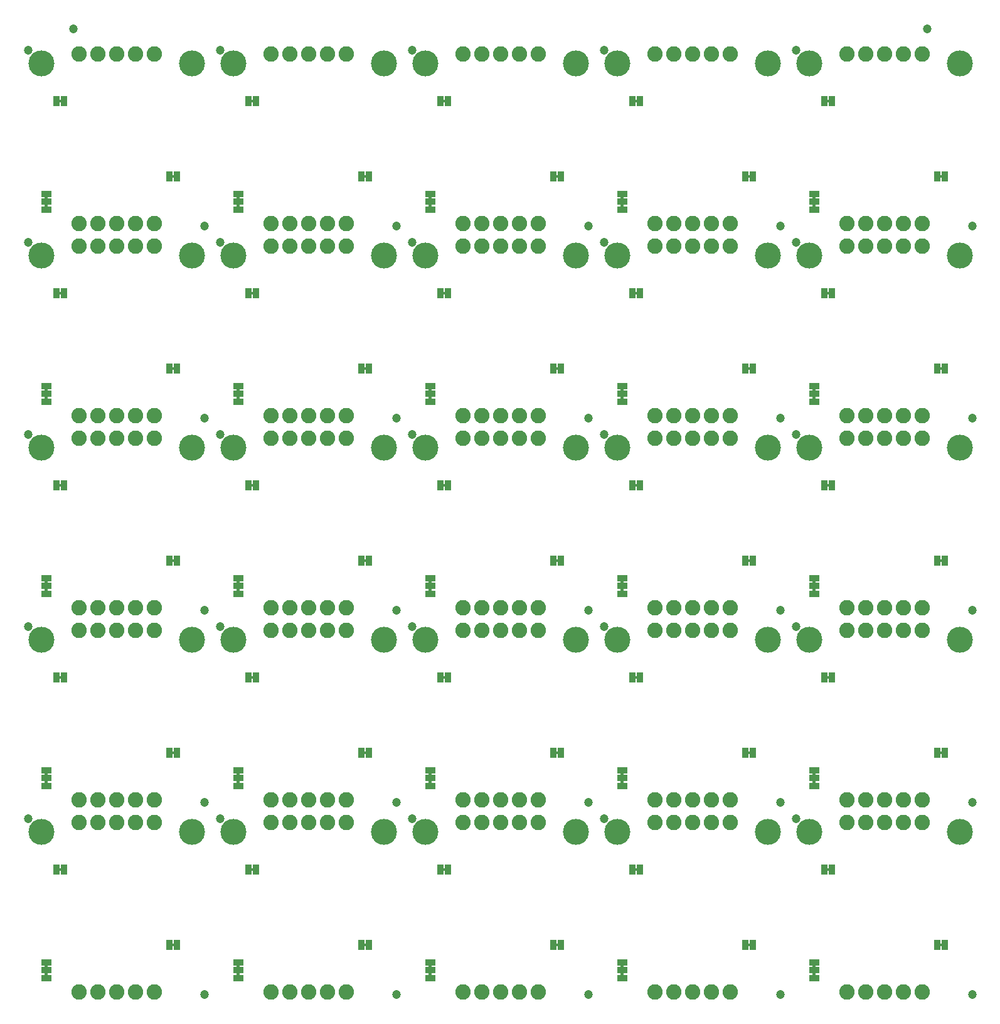
<source format=gbs>
G04 EAGLE Gerber RS-274X export*
G75*
%MOMM*%
%FSLAX34Y34*%
%LPD*%
%INSoldermask Bottom*%
%IPPOS*%
%AMOC8*
5,1,8,0,0,1.08239X$1,22.5*%
G01*
%ADD10C,3.505200*%
%ADD11R,1.473200X0.863600*%
%ADD12C,2.082800*%
%ADD13C,1.203200*%
%ADD14R,0.863600X1.473200*%

G36*
X33085Y44462D02*
X33085Y44462D01*
X33151Y44464D01*
X33194Y44482D01*
X33241Y44490D01*
X33298Y44524D01*
X33358Y44549D01*
X33393Y44580D01*
X33434Y44605D01*
X33476Y44656D01*
X33524Y44700D01*
X33546Y44742D01*
X33575Y44779D01*
X33596Y44841D01*
X33627Y44900D01*
X33635Y44954D01*
X33647Y44991D01*
X33646Y45031D01*
X33654Y45085D01*
X33654Y48895D01*
X33643Y48960D01*
X33641Y49026D01*
X33623Y49069D01*
X33615Y49116D01*
X33581Y49173D01*
X33556Y49233D01*
X33525Y49268D01*
X33500Y49309D01*
X33449Y49351D01*
X33405Y49399D01*
X33363Y49421D01*
X33326Y49450D01*
X33264Y49471D01*
X33205Y49502D01*
X33151Y49510D01*
X33114Y49522D01*
X33074Y49521D01*
X33020Y49529D01*
X30480Y49529D01*
X30415Y49518D01*
X30349Y49516D01*
X30306Y49498D01*
X30259Y49490D01*
X30202Y49456D01*
X30142Y49431D01*
X30107Y49400D01*
X30066Y49375D01*
X30025Y49324D01*
X29976Y49280D01*
X29954Y49238D01*
X29925Y49201D01*
X29904Y49139D01*
X29873Y49080D01*
X29865Y49026D01*
X29853Y48989D01*
X29853Y48985D01*
X29853Y48984D01*
X29854Y48949D01*
X29846Y48895D01*
X29846Y45085D01*
X29857Y45020D01*
X29859Y44954D01*
X29877Y44911D01*
X29885Y44864D01*
X29919Y44807D01*
X29944Y44747D01*
X29975Y44712D01*
X30000Y44671D01*
X30051Y44630D01*
X30095Y44581D01*
X30137Y44559D01*
X30174Y44530D01*
X30236Y44509D01*
X30295Y44478D01*
X30349Y44470D01*
X30386Y44458D01*
X30426Y44459D01*
X30480Y44451D01*
X33020Y44451D01*
X33085Y44462D01*
G37*
G36*
X551245Y44462D02*
X551245Y44462D01*
X551311Y44464D01*
X551354Y44482D01*
X551401Y44490D01*
X551458Y44524D01*
X551518Y44549D01*
X551553Y44580D01*
X551594Y44605D01*
X551636Y44656D01*
X551684Y44700D01*
X551706Y44742D01*
X551735Y44779D01*
X551756Y44841D01*
X551787Y44900D01*
X551795Y44954D01*
X551807Y44991D01*
X551806Y45031D01*
X551814Y45085D01*
X551814Y48895D01*
X551803Y48960D01*
X551801Y49026D01*
X551783Y49069D01*
X551775Y49116D01*
X551741Y49173D01*
X551716Y49233D01*
X551685Y49268D01*
X551660Y49309D01*
X551609Y49351D01*
X551565Y49399D01*
X551523Y49421D01*
X551486Y49450D01*
X551424Y49471D01*
X551365Y49502D01*
X551311Y49510D01*
X551274Y49522D01*
X551234Y49521D01*
X551180Y49529D01*
X548640Y49529D01*
X548575Y49518D01*
X548509Y49516D01*
X548466Y49498D01*
X548419Y49490D01*
X548362Y49456D01*
X548302Y49431D01*
X548267Y49400D01*
X548226Y49375D01*
X548185Y49324D01*
X548136Y49280D01*
X548114Y49238D01*
X548085Y49201D01*
X548064Y49139D01*
X548033Y49080D01*
X548025Y49026D01*
X548013Y48989D01*
X548013Y48985D01*
X548013Y48984D01*
X548014Y48949D01*
X548006Y48895D01*
X548006Y45085D01*
X548017Y45020D01*
X548019Y44954D01*
X548037Y44911D01*
X548045Y44864D01*
X548079Y44807D01*
X548104Y44747D01*
X548135Y44712D01*
X548160Y44671D01*
X548211Y44630D01*
X548255Y44581D01*
X548297Y44559D01*
X548334Y44530D01*
X548396Y44509D01*
X548455Y44478D01*
X548509Y44470D01*
X548546Y44458D01*
X548586Y44459D01*
X548640Y44451D01*
X551180Y44451D01*
X551245Y44462D01*
G37*
G36*
X810325Y44462D02*
X810325Y44462D01*
X810391Y44464D01*
X810434Y44482D01*
X810481Y44490D01*
X810538Y44524D01*
X810598Y44549D01*
X810633Y44580D01*
X810674Y44605D01*
X810716Y44656D01*
X810764Y44700D01*
X810786Y44742D01*
X810815Y44779D01*
X810836Y44841D01*
X810867Y44900D01*
X810875Y44954D01*
X810887Y44991D01*
X810886Y45031D01*
X810894Y45085D01*
X810894Y48895D01*
X810883Y48960D01*
X810881Y49026D01*
X810863Y49069D01*
X810855Y49116D01*
X810821Y49173D01*
X810796Y49233D01*
X810765Y49268D01*
X810740Y49309D01*
X810689Y49351D01*
X810645Y49399D01*
X810603Y49421D01*
X810566Y49450D01*
X810504Y49471D01*
X810445Y49502D01*
X810391Y49510D01*
X810354Y49522D01*
X810314Y49521D01*
X810260Y49529D01*
X807720Y49529D01*
X807655Y49518D01*
X807589Y49516D01*
X807546Y49498D01*
X807499Y49490D01*
X807442Y49456D01*
X807382Y49431D01*
X807347Y49400D01*
X807306Y49375D01*
X807265Y49324D01*
X807216Y49280D01*
X807194Y49238D01*
X807165Y49201D01*
X807144Y49139D01*
X807113Y49080D01*
X807105Y49026D01*
X807093Y48989D01*
X807093Y48985D01*
X807093Y48984D01*
X807094Y48949D01*
X807086Y48895D01*
X807086Y45085D01*
X807097Y45020D01*
X807099Y44954D01*
X807117Y44911D01*
X807125Y44864D01*
X807159Y44807D01*
X807184Y44747D01*
X807215Y44712D01*
X807240Y44671D01*
X807291Y44630D01*
X807335Y44581D01*
X807377Y44559D01*
X807414Y44530D01*
X807476Y44509D01*
X807535Y44478D01*
X807589Y44470D01*
X807626Y44458D01*
X807666Y44459D01*
X807720Y44451D01*
X810260Y44451D01*
X810325Y44462D01*
G37*
G36*
X1069405Y44462D02*
X1069405Y44462D01*
X1069471Y44464D01*
X1069514Y44482D01*
X1069561Y44490D01*
X1069618Y44524D01*
X1069678Y44549D01*
X1069713Y44580D01*
X1069754Y44605D01*
X1069796Y44656D01*
X1069844Y44700D01*
X1069866Y44742D01*
X1069895Y44779D01*
X1069916Y44841D01*
X1069947Y44900D01*
X1069955Y44954D01*
X1069967Y44991D01*
X1069966Y45031D01*
X1069974Y45085D01*
X1069974Y48895D01*
X1069963Y48960D01*
X1069961Y49026D01*
X1069943Y49069D01*
X1069935Y49116D01*
X1069901Y49173D01*
X1069876Y49233D01*
X1069845Y49268D01*
X1069820Y49309D01*
X1069769Y49351D01*
X1069725Y49399D01*
X1069683Y49421D01*
X1069646Y49450D01*
X1069584Y49471D01*
X1069525Y49502D01*
X1069471Y49510D01*
X1069434Y49522D01*
X1069394Y49521D01*
X1069340Y49529D01*
X1066800Y49529D01*
X1066735Y49518D01*
X1066669Y49516D01*
X1066626Y49498D01*
X1066579Y49490D01*
X1066522Y49456D01*
X1066462Y49431D01*
X1066427Y49400D01*
X1066386Y49375D01*
X1066345Y49324D01*
X1066296Y49280D01*
X1066274Y49238D01*
X1066245Y49201D01*
X1066224Y49139D01*
X1066193Y49080D01*
X1066185Y49026D01*
X1066173Y48989D01*
X1066173Y48985D01*
X1066173Y48984D01*
X1066174Y48949D01*
X1066166Y48895D01*
X1066166Y45085D01*
X1066177Y45020D01*
X1066179Y44954D01*
X1066197Y44911D01*
X1066205Y44864D01*
X1066239Y44807D01*
X1066264Y44747D01*
X1066295Y44712D01*
X1066320Y44671D01*
X1066371Y44630D01*
X1066415Y44581D01*
X1066457Y44559D01*
X1066494Y44530D01*
X1066556Y44509D01*
X1066615Y44478D01*
X1066669Y44470D01*
X1066706Y44458D01*
X1066746Y44459D01*
X1066800Y44451D01*
X1069340Y44451D01*
X1069405Y44462D01*
G37*
G36*
X292165Y44462D02*
X292165Y44462D01*
X292231Y44464D01*
X292274Y44482D01*
X292321Y44490D01*
X292378Y44524D01*
X292438Y44549D01*
X292473Y44580D01*
X292514Y44605D01*
X292556Y44656D01*
X292604Y44700D01*
X292626Y44742D01*
X292655Y44779D01*
X292676Y44841D01*
X292707Y44900D01*
X292715Y44954D01*
X292727Y44991D01*
X292726Y45031D01*
X292734Y45085D01*
X292734Y48895D01*
X292723Y48960D01*
X292721Y49026D01*
X292703Y49069D01*
X292695Y49116D01*
X292661Y49173D01*
X292636Y49233D01*
X292605Y49268D01*
X292580Y49309D01*
X292529Y49351D01*
X292485Y49399D01*
X292443Y49421D01*
X292406Y49450D01*
X292344Y49471D01*
X292285Y49502D01*
X292231Y49510D01*
X292194Y49522D01*
X292154Y49521D01*
X292100Y49529D01*
X289560Y49529D01*
X289495Y49518D01*
X289429Y49516D01*
X289386Y49498D01*
X289339Y49490D01*
X289282Y49456D01*
X289222Y49431D01*
X289187Y49400D01*
X289146Y49375D01*
X289105Y49324D01*
X289056Y49280D01*
X289034Y49238D01*
X289005Y49201D01*
X288984Y49139D01*
X288953Y49080D01*
X288945Y49026D01*
X288933Y48989D01*
X288933Y48985D01*
X288933Y48984D01*
X288934Y48949D01*
X288926Y48895D01*
X288926Y45085D01*
X288937Y45020D01*
X288939Y44954D01*
X288957Y44911D01*
X288965Y44864D01*
X288999Y44807D01*
X289024Y44747D01*
X289055Y44712D01*
X289080Y44671D01*
X289131Y44630D01*
X289175Y44581D01*
X289217Y44559D01*
X289254Y44530D01*
X289316Y44509D01*
X289375Y44478D01*
X289429Y44470D01*
X289466Y44458D01*
X289506Y44459D01*
X289560Y44451D01*
X292100Y44451D01*
X292165Y44462D01*
G37*
G36*
X33085Y811542D02*
X33085Y811542D01*
X33151Y811544D01*
X33194Y811562D01*
X33241Y811570D01*
X33298Y811604D01*
X33358Y811629D01*
X33393Y811660D01*
X33434Y811685D01*
X33476Y811736D01*
X33524Y811780D01*
X33546Y811822D01*
X33575Y811859D01*
X33596Y811921D01*
X33627Y811980D01*
X33635Y812034D01*
X33647Y812071D01*
X33646Y812111D01*
X33654Y812165D01*
X33654Y815975D01*
X33643Y816040D01*
X33641Y816106D01*
X33623Y816149D01*
X33615Y816196D01*
X33581Y816253D01*
X33556Y816313D01*
X33525Y816348D01*
X33500Y816389D01*
X33449Y816431D01*
X33405Y816479D01*
X33363Y816501D01*
X33326Y816530D01*
X33264Y816551D01*
X33205Y816582D01*
X33151Y816590D01*
X33114Y816602D01*
X33074Y816601D01*
X33020Y816609D01*
X30480Y816609D01*
X30415Y816598D01*
X30349Y816596D01*
X30306Y816578D01*
X30259Y816570D01*
X30202Y816536D01*
X30142Y816511D01*
X30107Y816480D01*
X30066Y816455D01*
X30025Y816404D01*
X29976Y816360D01*
X29954Y816318D01*
X29925Y816281D01*
X29904Y816219D01*
X29873Y816160D01*
X29865Y816106D01*
X29853Y816069D01*
X29853Y816065D01*
X29853Y816064D01*
X29854Y816029D01*
X29846Y815975D01*
X29846Y812165D01*
X29857Y812100D01*
X29859Y812034D01*
X29877Y811991D01*
X29885Y811944D01*
X29919Y811887D01*
X29944Y811827D01*
X29975Y811792D01*
X30000Y811751D01*
X30051Y811710D01*
X30095Y811661D01*
X30137Y811639D01*
X30174Y811610D01*
X30236Y811589D01*
X30295Y811558D01*
X30349Y811550D01*
X30386Y811538D01*
X30426Y811539D01*
X30480Y811531D01*
X33020Y811531D01*
X33085Y811542D01*
G37*
G36*
X810325Y811542D02*
X810325Y811542D01*
X810391Y811544D01*
X810434Y811562D01*
X810481Y811570D01*
X810538Y811604D01*
X810598Y811629D01*
X810633Y811660D01*
X810674Y811685D01*
X810716Y811736D01*
X810764Y811780D01*
X810786Y811822D01*
X810815Y811859D01*
X810836Y811921D01*
X810867Y811980D01*
X810875Y812034D01*
X810887Y812071D01*
X810886Y812111D01*
X810894Y812165D01*
X810894Y815975D01*
X810883Y816040D01*
X810881Y816106D01*
X810863Y816149D01*
X810855Y816196D01*
X810821Y816253D01*
X810796Y816313D01*
X810765Y816348D01*
X810740Y816389D01*
X810689Y816431D01*
X810645Y816479D01*
X810603Y816501D01*
X810566Y816530D01*
X810504Y816551D01*
X810445Y816582D01*
X810391Y816590D01*
X810354Y816602D01*
X810314Y816601D01*
X810260Y816609D01*
X807720Y816609D01*
X807655Y816598D01*
X807589Y816596D01*
X807546Y816578D01*
X807499Y816570D01*
X807442Y816536D01*
X807382Y816511D01*
X807347Y816480D01*
X807306Y816455D01*
X807265Y816404D01*
X807216Y816360D01*
X807194Y816318D01*
X807165Y816281D01*
X807144Y816219D01*
X807113Y816160D01*
X807105Y816106D01*
X807093Y816069D01*
X807093Y816065D01*
X807093Y816064D01*
X807094Y816029D01*
X807086Y815975D01*
X807086Y812165D01*
X807097Y812100D01*
X807099Y812034D01*
X807117Y811991D01*
X807125Y811944D01*
X807159Y811887D01*
X807184Y811827D01*
X807215Y811792D01*
X807240Y811751D01*
X807291Y811710D01*
X807335Y811661D01*
X807377Y811639D01*
X807414Y811610D01*
X807476Y811589D01*
X807535Y811558D01*
X807589Y811550D01*
X807626Y811538D01*
X807666Y811539D01*
X807720Y811531D01*
X810260Y811531D01*
X810325Y811542D01*
G37*
G36*
X1069405Y811542D02*
X1069405Y811542D01*
X1069471Y811544D01*
X1069514Y811562D01*
X1069561Y811570D01*
X1069618Y811604D01*
X1069678Y811629D01*
X1069713Y811660D01*
X1069754Y811685D01*
X1069796Y811736D01*
X1069844Y811780D01*
X1069866Y811822D01*
X1069895Y811859D01*
X1069916Y811921D01*
X1069947Y811980D01*
X1069955Y812034D01*
X1069967Y812071D01*
X1069966Y812111D01*
X1069974Y812165D01*
X1069974Y815975D01*
X1069963Y816040D01*
X1069961Y816106D01*
X1069943Y816149D01*
X1069935Y816196D01*
X1069901Y816253D01*
X1069876Y816313D01*
X1069845Y816348D01*
X1069820Y816389D01*
X1069769Y816431D01*
X1069725Y816479D01*
X1069683Y816501D01*
X1069646Y816530D01*
X1069584Y816551D01*
X1069525Y816582D01*
X1069471Y816590D01*
X1069434Y816602D01*
X1069394Y816601D01*
X1069340Y816609D01*
X1066800Y816609D01*
X1066735Y816598D01*
X1066669Y816596D01*
X1066626Y816578D01*
X1066579Y816570D01*
X1066522Y816536D01*
X1066462Y816511D01*
X1066427Y816480D01*
X1066386Y816455D01*
X1066345Y816404D01*
X1066296Y816360D01*
X1066274Y816318D01*
X1066245Y816281D01*
X1066224Y816219D01*
X1066193Y816160D01*
X1066185Y816106D01*
X1066173Y816069D01*
X1066173Y816065D01*
X1066173Y816064D01*
X1066174Y816029D01*
X1066166Y815975D01*
X1066166Y812165D01*
X1066177Y812100D01*
X1066179Y812034D01*
X1066197Y811991D01*
X1066205Y811944D01*
X1066239Y811887D01*
X1066264Y811827D01*
X1066295Y811792D01*
X1066320Y811751D01*
X1066371Y811710D01*
X1066415Y811661D01*
X1066457Y811639D01*
X1066494Y811610D01*
X1066556Y811589D01*
X1066615Y811558D01*
X1066669Y811550D01*
X1066706Y811538D01*
X1066746Y811539D01*
X1066800Y811531D01*
X1069340Y811531D01*
X1069405Y811542D01*
G37*
G36*
X551245Y811542D02*
X551245Y811542D01*
X551311Y811544D01*
X551354Y811562D01*
X551401Y811570D01*
X551458Y811604D01*
X551518Y811629D01*
X551553Y811660D01*
X551594Y811685D01*
X551636Y811736D01*
X551684Y811780D01*
X551706Y811822D01*
X551735Y811859D01*
X551756Y811921D01*
X551787Y811980D01*
X551795Y812034D01*
X551807Y812071D01*
X551806Y812111D01*
X551814Y812165D01*
X551814Y815975D01*
X551803Y816040D01*
X551801Y816106D01*
X551783Y816149D01*
X551775Y816196D01*
X551741Y816253D01*
X551716Y816313D01*
X551685Y816348D01*
X551660Y816389D01*
X551609Y816431D01*
X551565Y816479D01*
X551523Y816501D01*
X551486Y816530D01*
X551424Y816551D01*
X551365Y816582D01*
X551311Y816590D01*
X551274Y816602D01*
X551234Y816601D01*
X551180Y816609D01*
X548640Y816609D01*
X548575Y816598D01*
X548509Y816596D01*
X548466Y816578D01*
X548419Y816570D01*
X548362Y816536D01*
X548302Y816511D01*
X548267Y816480D01*
X548226Y816455D01*
X548185Y816404D01*
X548136Y816360D01*
X548114Y816318D01*
X548085Y816281D01*
X548064Y816219D01*
X548033Y816160D01*
X548025Y816106D01*
X548013Y816069D01*
X548013Y816065D01*
X548013Y816064D01*
X548014Y816029D01*
X548006Y815975D01*
X548006Y812165D01*
X548017Y812100D01*
X548019Y812034D01*
X548037Y811991D01*
X548045Y811944D01*
X548079Y811887D01*
X548104Y811827D01*
X548135Y811792D01*
X548160Y811751D01*
X548211Y811710D01*
X548255Y811661D01*
X548297Y811639D01*
X548334Y811610D01*
X548396Y811589D01*
X548455Y811558D01*
X548509Y811550D01*
X548546Y811538D01*
X548586Y811539D01*
X548640Y811531D01*
X551180Y811531D01*
X551245Y811542D01*
G37*
G36*
X292165Y811542D02*
X292165Y811542D01*
X292231Y811544D01*
X292274Y811562D01*
X292321Y811570D01*
X292378Y811604D01*
X292438Y811629D01*
X292473Y811660D01*
X292514Y811685D01*
X292556Y811736D01*
X292604Y811780D01*
X292626Y811822D01*
X292655Y811859D01*
X292676Y811921D01*
X292707Y811980D01*
X292715Y812034D01*
X292727Y812071D01*
X292726Y812111D01*
X292734Y812165D01*
X292734Y815975D01*
X292723Y816040D01*
X292721Y816106D01*
X292703Y816149D01*
X292695Y816196D01*
X292661Y816253D01*
X292636Y816313D01*
X292605Y816348D01*
X292580Y816389D01*
X292529Y816431D01*
X292485Y816479D01*
X292443Y816501D01*
X292406Y816530D01*
X292344Y816551D01*
X292285Y816582D01*
X292231Y816590D01*
X292194Y816602D01*
X292154Y816601D01*
X292100Y816609D01*
X289560Y816609D01*
X289495Y816598D01*
X289429Y816596D01*
X289386Y816578D01*
X289339Y816570D01*
X289282Y816536D01*
X289222Y816511D01*
X289187Y816480D01*
X289146Y816455D01*
X289105Y816404D01*
X289056Y816360D01*
X289034Y816318D01*
X289005Y816281D01*
X288984Y816219D01*
X288953Y816160D01*
X288945Y816106D01*
X288933Y816069D01*
X288933Y816065D01*
X288933Y816064D01*
X288934Y816029D01*
X288926Y815975D01*
X288926Y812165D01*
X288937Y812100D01*
X288939Y812034D01*
X288957Y811991D01*
X288965Y811944D01*
X288999Y811887D01*
X289024Y811827D01*
X289055Y811792D01*
X289080Y811751D01*
X289131Y811710D01*
X289175Y811661D01*
X289217Y811639D01*
X289254Y811610D01*
X289316Y811589D01*
X289375Y811558D01*
X289429Y811550D01*
X289466Y811538D01*
X289506Y811539D01*
X289560Y811531D01*
X292100Y811531D01*
X292165Y811542D01*
G37*
G36*
X810325Y1080782D02*
X810325Y1080782D01*
X810391Y1080784D01*
X810434Y1080802D01*
X810481Y1080810D01*
X810538Y1080844D01*
X810598Y1080869D01*
X810633Y1080900D01*
X810674Y1080925D01*
X810716Y1080976D01*
X810764Y1081020D01*
X810786Y1081062D01*
X810815Y1081099D01*
X810836Y1081161D01*
X810867Y1081220D01*
X810875Y1081274D01*
X810887Y1081311D01*
X810886Y1081351D01*
X810894Y1081405D01*
X810894Y1085215D01*
X810883Y1085280D01*
X810881Y1085346D01*
X810863Y1085389D01*
X810855Y1085436D01*
X810821Y1085493D01*
X810796Y1085553D01*
X810765Y1085588D01*
X810740Y1085629D01*
X810689Y1085671D01*
X810645Y1085719D01*
X810603Y1085741D01*
X810566Y1085770D01*
X810504Y1085791D01*
X810445Y1085822D01*
X810391Y1085830D01*
X810354Y1085842D01*
X810314Y1085841D01*
X810260Y1085849D01*
X807720Y1085849D01*
X807655Y1085838D01*
X807589Y1085836D01*
X807546Y1085818D01*
X807499Y1085810D01*
X807442Y1085776D01*
X807382Y1085751D01*
X807347Y1085720D01*
X807306Y1085695D01*
X807265Y1085644D01*
X807216Y1085600D01*
X807194Y1085558D01*
X807165Y1085521D01*
X807144Y1085459D01*
X807113Y1085400D01*
X807105Y1085346D01*
X807093Y1085309D01*
X807093Y1085305D01*
X807093Y1085304D01*
X807094Y1085269D01*
X807086Y1085215D01*
X807086Y1081405D01*
X807097Y1081340D01*
X807099Y1081274D01*
X807117Y1081231D01*
X807125Y1081184D01*
X807159Y1081127D01*
X807184Y1081067D01*
X807215Y1081032D01*
X807240Y1080991D01*
X807291Y1080950D01*
X807335Y1080901D01*
X807377Y1080879D01*
X807414Y1080850D01*
X807476Y1080829D01*
X807535Y1080798D01*
X807589Y1080790D01*
X807626Y1080778D01*
X807666Y1080779D01*
X807720Y1080771D01*
X810260Y1080771D01*
X810325Y1080782D01*
G37*
G36*
X33085Y34302D02*
X33085Y34302D01*
X33151Y34304D01*
X33194Y34322D01*
X33241Y34330D01*
X33298Y34364D01*
X33358Y34389D01*
X33393Y34420D01*
X33434Y34445D01*
X33476Y34496D01*
X33524Y34540D01*
X33546Y34582D01*
X33575Y34619D01*
X33596Y34681D01*
X33627Y34740D01*
X33635Y34794D01*
X33647Y34831D01*
X33646Y34871D01*
X33654Y34925D01*
X33654Y38735D01*
X33643Y38800D01*
X33641Y38866D01*
X33623Y38909D01*
X33615Y38956D01*
X33581Y39013D01*
X33556Y39073D01*
X33525Y39108D01*
X33500Y39149D01*
X33449Y39191D01*
X33405Y39239D01*
X33363Y39261D01*
X33326Y39290D01*
X33264Y39311D01*
X33205Y39342D01*
X33151Y39350D01*
X33114Y39362D01*
X33074Y39361D01*
X33020Y39369D01*
X30480Y39369D01*
X30415Y39358D01*
X30349Y39356D01*
X30306Y39338D01*
X30259Y39330D01*
X30202Y39296D01*
X30142Y39271D01*
X30107Y39240D01*
X30066Y39215D01*
X30025Y39164D01*
X29976Y39120D01*
X29954Y39078D01*
X29925Y39041D01*
X29904Y38979D01*
X29873Y38920D01*
X29865Y38866D01*
X29853Y38829D01*
X29853Y38825D01*
X29853Y38824D01*
X29854Y38789D01*
X29846Y38735D01*
X29846Y34925D01*
X29857Y34860D01*
X29859Y34794D01*
X29877Y34751D01*
X29885Y34704D01*
X29919Y34647D01*
X29944Y34587D01*
X29975Y34552D01*
X30000Y34511D01*
X30051Y34470D01*
X30095Y34421D01*
X30137Y34399D01*
X30174Y34370D01*
X30236Y34349D01*
X30295Y34318D01*
X30349Y34310D01*
X30386Y34298D01*
X30426Y34299D01*
X30480Y34291D01*
X33020Y34291D01*
X33085Y34302D01*
G37*
G36*
X292165Y562622D02*
X292165Y562622D01*
X292231Y562624D01*
X292274Y562642D01*
X292321Y562650D01*
X292378Y562684D01*
X292438Y562709D01*
X292473Y562740D01*
X292514Y562765D01*
X292556Y562816D01*
X292604Y562860D01*
X292626Y562902D01*
X292655Y562939D01*
X292676Y563001D01*
X292707Y563060D01*
X292715Y563114D01*
X292727Y563151D01*
X292726Y563191D01*
X292734Y563245D01*
X292734Y567055D01*
X292723Y567120D01*
X292721Y567186D01*
X292703Y567229D01*
X292695Y567276D01*
X292661Y567333D01*
X292636Y567393D01*
X292605Y567428D01*
X292580Y567469D01*
X292529Y567511D01*
X292485Y567559D01*
X292443Y567581D01*
X292406Y567610D01*
X292344Y567631D01*
X292285Y567662D01*
X292231Y567670D01*
X292194Y567682D01*
X292154Y567681D01*
X292100Y567689D01*
X289560Y567689D01*
X289495Y567678D01*
X289429Y567676D01*
X289386Y567658D01*
X289339Y567650D01*
X289282Y567616D01*
X289222Y567591D01*
X289187Y567560D01*
X289146Y567535D01*
X289105Y567484D01*
X289056Y567440D01*
X289034Y567398D01*
X289005Y567361D01*
X288984Y567299D01*
X288953Y567240D01*
X288945Y567186D01*
X288933Y567149D01*
X288933Y567145D01*
X288933Y567144D01*
X288934Y567109D01*
X288926Y567055D01*
X288926Y563245D01*
X288937Y563180D01*
X288939Y563114D01*
X288957Y563071D01*
X288965Y563024D01*
X288999Y562967D01*
X289024Y562907D01*
X289055Y562872D01*
X289080Y562831D01*
X289131Y562790D01*
X289175Y562741D01*
X289217Y562719D01*
X289254Y562690D01*
X289316Y562669D01*
X289375Y562638D01*
X289429Y562630D01*
X289466Y562618D01*
X289506Y562619D01*
X289560Y562611D01*
X292100Y562611D01*
X292165Y562622D01*
G37*
G36*
X1069405Y562622D02*
X1069405Y562622D01*
X1069471Y562624D01*
X1069514Y562642D01*
X1069561Y562650D01*
X1069618Y562684D01*
X1069678Y562709D01*
X1069713Y562740D01*
X1069754Y562765D01*
X1069796Y562816D01*
X1069844Y562860D01*
X1069866Y562902D01*
X1069895Y562939D01*
X1069916Y563001D01*
X1069947Y563060D01*
X1069955Y563114D01*
X1069967Y563151D01*
X1069966Y563191D01*
X1069974Y563245D01*
X1069974Y567055D01*
X1069963Y567120D01*
X1069961Y567186D01*
X1069943Y567229D01*
X1069935Y567276D01*
X1069901Y567333D01*
X1069876Y567393D01*
X1069845Y567428D01*
X1069820Y567469D01*
X1069769Y567511D01*
X1069725Y567559D01*
X1069683Y567581D01*
X1069646Y567610D01*
X1069584Y567631D01*
X1069525Y567662D01*
X1069471Y567670D01*
X1069434Y567682D01*
X1069394Y567681D01*
X1069340Y567689D01*
X1066800Y567689D01*
X1066735Y567678D01*
X1066669Y567676D01*
X1066626Y567658D01*
X1066579Y567650D01*
X1066522Y567616D01*
X1066462Y567591D01*
X1066427Y567560D01*
X1066386Y567535D01*
X1066345Y567484D01*
X1066296Y567440D01*
X1066274Y567398D01*
X1066245Y567361D01*
X1066224Y567299D01*
X1066193Y567240D01*
X1066185Y567186D01*
X1066173Y567149D01*
X1066173Y567145D01*
X1066173Y567144D01*
X1066174Y567109D01*
X1066166Y567055D01*
X1066166Y563245D01*
X1066177Y563180D01*
X1066179Y563114D01*
X1066197Y563071D01*
X1066205Y563024D01*
X1066239Y562967D01*
X1066264Y562907D01*
X1066295Y562872D01*
X1066320Y562831D01*
X1066371Y562790D01*
X1066415Y562741D01*
X1066457Y562719D01*
X1066494Y562690D01*
X1066556Y562669D01*
X1066615Y562638D01*
X1066669Y562630D01*
X1066706Y562618D01*
X1066746Y562619D01*
X1066800Y562611D01*
X1069340Y562611D01*
X1069405Y562622D01*
G37*
G36*
X551245Y562622D02*
X551245Y562622D01*
X551311Y562624D01*
X551354Y562642D01*
X551401Y562650D01*
X551458Y562684D01*
X551518Y562709D01*
X551553Y562740D01*
X551594Y562765D01*
X551636Y562816D01*
X551684Y562860D01*
X551706Y562902D01*
X551735Y562939D01*
X551756Y563001D01*
X551787Y563060D01*
X551795Y563114D01*
X551807Y563151D01*
X551806Y563191D01*
X551814Y563245D01*
X551814Y567055D01*
X551803Y567120D01*
X551801Y567186D01*
X551783Y567229D01*
X551775Y567276D01*
X551741Y567333D01*
X551716Y567393D01*
X551685Y567428D01*
X551660Y567469D01*
X551609Y567511D01*
X551565Y567559D01*
X551523Y567581D01*
X551486Y567610D01*
X551424Y567631D01*
X551365Y567662D01*
X551311Y567670D01*
X551274Y567682D01*
X551234Y567681D01*
X551180Y567689D01*
X548640Y567689D01*
X548575Y567678D01*
X548509Y567676D01*
X548466Y567658D01*
X548419Y567650D01*
X548362Y567616D01*
X548302Y567591D01*
X548267Y567560D01*
X548226Y567535D01*
X548185Y567484D01*
X548136Y567440D01*
X548114Y567398D01*
X548085Y567361D01*
X548064Y567299D01*
X548033Y567240D01*
X548025Y567186D01*
X548013Y567149D01*
X548013Y567145D01*
X548013Y567144D01*
X548014Y567109D01*
X548006Y567055D01*
X548006Y563245D01*
X548017Y563180D01*
X548019Y563114D01*
X548037Y563071D01*
X548045Y563024D01*
X548079Y562967D01*
X548104Y562907D01*
X548135Y562872D01*
X548160Y562831D01*
X548211Y562790D01*
X548255Y562741D01*
X548297Y562719D01*
X548334Y562690D01*
X548396Y562669D01*
X548455Y562638D01*
X548509Y562630D01*
X548546Y562618D01*
X548586Y562619D01*
X548640Y562611D01*
X551180Y562611D01*
X551245Y562622D01*
G37*
G36*
X33085Y562622D02*
X33085Y562622D01*
X33151Y562624D01*
X33194Y562642D01*
X33241Y562650D01*
X33298Y562684D01*
X33358Y562709D01*
X33393Y562740D01*
X33434Y562765D01*
X33476Y562816D01*
X33524Y562860D01*
X33546Y562902D01*
X33575Y562939D01*
X33596Y563001D01*
X33627Y563060D01*
X33635Y563114D01*
X33647Y563151D01*
X33646Y563191D01*
X33654Y563245D01*
X33654Y567055D01*
X33643Y567120D01*
X33641Y567186D01*
X33623Y567229D01*
X33615Y567276D01*
X33581Y567333D01*
X33556Y567393D01*
X33525Y567428D01*
X33500Y567469D01*
X33449Y567511D01*
X33405Y567559D01*
X33363Y567581D01*
X33326Y567610D01*
X33264Y567631D01*
X33205Y567662D01*
X33151Y567670D01*
X33114Y567682D01*
X33074Y567681D01*
X33020Y567689D01*
X30480Y567689D01*
X30415Y567678D01*
X30349Y567676D01*
X30306Y567658D01*
X30259Y567650D01*
X30202Y567616D01*
X30142Y567591D01*
X30107Y567560D01*
X30066Y567535D01*
X30025Y567484D01*
X29976Y567440D01*
X29954Y567398D01*
X29925Y567361D01*
X29904Y567299D01*
X29873Y567240D01*
X29865Y567186D01*
X29853Y567149D01*
X29853Y567145D01*
X29853Y567144D01*
X29854Y567109D01*
X29846Y567055D01*
X29846Y563245D01*
X29857Y563180D01*
X29859Y563114D01*
X29877Y563071D01*
X29885Y563024D01*
X29919Y562967D01*
X29944Y562907D01*
X29975Y562872D01*
X30000Y562831D01*
X30051Y562790D01*
X30095Y562741D01*
X30137Y562719D01*
X30174Y562690D01*
X30236Y562669D01*
X30295Y562638D01*
X30349Y562630D01*
X30386Y562618D01*
X30426Y562619D01*
X30480Y562611D01*
X33020Y562611D01*
X33085Y562622D01*
G37*
G36*
X810325Y552462D02*
X810325Y552462D01*
X810391Y552464D01*
X810434Y552482D01*
X810481Y552490D01*
X810538Y552524D01*
X810598Y552549D01*
X810633Y552580D01*
X810674Y552605D01*
X810716Y552656D01*
X810764Y552700D01*
X810786Y552742D01*
X810815Y552779D01*
X810836Y552841D01*
X810867Y552900D01*
X810875Y552954D01*
X810887Y552991D01*
X810886Y553031D01*
X810894Y553085D01*
X810894Y556895D01*
X810883Y556960D01*
X810881Y557026D01*
X810863Y557069D01*
X810855Y557116D01*
X810821Y557173D01*
X810796Y557233D01*
X810765Y557268D01*
X810740Y557309D01*
X810689Y557351D01*
X810645Y557399D01*
X810603Y557421D01*
X810566Y557450D01*
X810504Y557471D01*
X810445Y557502D01*
X810391Y557510D01*
X810354Y557522D01*
X810314Y557521D01*
X810260Y557529D01*
X807720Y557529D01*
X807655Y557518D01*
X807589Y557516D01*
X807546Y557498D01*
X807499Y557490D01*
X807442Y557456D01*
X807382Y557431D01*
X807347Y557400D01*
X807306Y557375D01*
X807265Y557324D01*
X807216Y557280D01*
X807194Y557238D01*
X807165Y557201D01*
X807144Y557139D01*
X807113Y557080D01*
X807105Y557026D01*
X807093Y556989D01*
X807093Y556985D01*
X807093Y556984D01*
X807094Y556949D01*
X807086Y556895D01*
X807086Y553085D01*
X807097Y553020D01*
X807099Y552954D01*
X807117Y552911D01*
X807125Y552864D01*
X807159Y552807D01*
X807184Y552747D01*
X807215Y552712D01*
X807240Y552671D01*
X807291Y552630D01*
X807335Y552581D01*
X807377Y552559D01*
X807414Y552530D01*
X807476Y552509D01*
X807535Y552478D01*
X807589Y552470D01*
X807626Y552458D01*
X807666Y552459D01*
X807720Y552451D01*
X810260Y552451D01*
X810325Y552462D01*
G37*
G36*
X1069405Y552462D02*
X1069405Y552462D01*
X1069471Y552464D01*
X1069514Y552482D01*
X1069561Y552490D01*
X1069618Y552524D01*
X1069678Y552549D01*
X1069713Y552580D01*
X1069754Y552605D01*
X1069796Y552656D01*
X1069844Y552700D01*
X1069866Y552742D01*
X1069895Y552779D01*
X1069916Y552841D01*
X1069947Y552900D01*
X1069955Y552954D01*
X1069967Y552991D01*
X1069966Y553031D01*
X1069974Y553085D01*
X1069974Y556895D01*
X1069963Y556960D01*
X1069961Y557026D01*
X1069943Y557069D01*
X1069935Y557116D01*
X1069901Y557173D01*
X1069876Y557233D01*
X1069845Y557268D01*
X1069820Y557309D01*
X1069769Y557351D01*
X1069725Y557399D01*
X1069683Y557421D01*
X1069646Y557450D01*
X1069584Y557471D01*
X1069525Y557502D01*
X1069471Y557510D01*
X1069434Y557522D01*
X1069394Y557521D01*
X1069340Y557529D01*
X1066800Y557529D01*
X1066735Y557518D01*
X1066669Y557516D01*
X1066626Y557498D01*
X1066579Y557490D01*
X1066522Y557456D01*
X1066462Y557431D01*
X1066427Y557400D01*
X1066386Y557375D01*
X1066345Y557324D01*
X1066296Y557280D01*
X1066274Y557238D01*
X1066245Y557201D01*
X1066224Y557139D01*
X1066193Y557080D01*
X1066185Y557026D01*
X1066173Y556989D01*
X1066173Y556985D01*
X1066173Y556984D01*
X1066174Y556949D01*
X1066166Y556895D01*
X1066166Y553085D01*
X1066177Y553020D01*
X1066179Y552954D01*
X1066197Y552911D01*
X1066205Y552864D01*
X1066239Y552807D01*
X1066264Y552747D01*
X1066295Y552712D01*
X1066320Y552671D01*
X1066371Y552630D01*
X1066415Y552581D01*
X1066457Y552559D01*
X1066494Y552530D01*
X1066556Y552509D01*
X1066615Y552478D01*
X1066669Y552470D01*
X1066706Y552458D01*
X1066746Y552459D01*
X1066800Y552451D01*
X1069340Y552451D01*
X1069405Y552462D01*
G37*
G36*
X33085Y552462D02*
X33085Y552462D01*
X33151Y552464D01*
X33194Y552482D01*
X33241Y552490D01*
X33298Y552524D01*
X33358Y552549D01*
X33393Y552580D01*
X33434Y552605D01*
X33476Y552656D01*
X33524Y552700D01*
X33546Y552742D01*
X33575Y552779D01*
X33596Y552841D01*
X33627Y552900D01*
X33635Y552954D01*
X33647Y552991D01*
X33646Y553031D01*
X33654Y553085D01*
X33654Y556895D01*
X33643Y556960D01*
X33641Y557026D01*
X33623Y557069D01*
X33615Y557116D01*
X33581Y557173D01*
X33556Y557233D01*
X33525Y557268D01*
X33500Y557309D01*
X33449Y557351D01*
X33405Y557399D01*
X33363Y557421D01*
X33326Y557450D01*
X33264Y557471D01*
X33205Y557502D01*
X33151Y557510D01*
X33114Y557522D01*
X33074Y557521D01*
X33020Y557529D01*
X30480Y557529D01*
X30415Y557518D01*
X30349Y557516D01*
X30306Y557498D01*
X30259Y557490D01*
X30202Y557456D01*
X30142Y557431D01*
X30107Y557400D01*
X30066Y557375D01*
X30025Y557324D01*
X29976Y557280D01*
X29954Y557238D01*
X29925Y557201D01*
X29904Y557139D01*
X29873Y557080D01*
X29865Y557026D01*
X29853Y556989D01*
X29853Y556985D01*
X29853Y556984D01*
X29854Y556949D01*
X29846Y556895D01*
X29846Y553085D01*
X29857Y553020D01*
X29859Y552954D01*
X29877Y552911D01*
X29885Y552864D01*
X29919Y552807D01*
X29944Y552747D01*
X29975Y552712D01*
X30000Y552671D01*
X30051Y552630D01*
X30095Y552581D01*
X30137Y552559D01*
X30174Y552530D01*
X30236Y552509D01*
X30295Y552478D01*
X30349Y552470D01*
X30386Y552458D01*
X30426Y552459D01*
X30480Y552451D01*
X33020Y552451D01*
X33085Y552462D01*
G37*
G36*
X292165Y552462D02*
X292165Y552462D01*
X292231Y552464D01*
X292274Y552482D01*
X292321Y552490D01*
X292378Y552524D01*
X292438Y552549D01*
X292473Y552580D01*
X292514Y552605D01*
X292556Y552656D01*
X292604Y552700D01*
X292626Y552742D01*
X292655Y552779D01*
X292676Y552841D01*
X292707Y552900D01*
X292715Y552954D01*
X292727Y552991D01*
X292726Y553031D01*
X292734Y553085D01*
X292734Y556895D01*
X292723Y556960D01*
X292721Y557026D01*
X292703Y557069D01*
X292695Y557116D01*
X292661Y557173D01*
X292636Y557233D01*
X292605Y557268D01*
X292580Y557309D01*
X292529Y557351D01*
X292485Y557399D01*
X292443Y557421D01*
X292406Y557450D01*
X292344Y557471D01*
X292285Y557502D01*
X292231Y557510D01*
X292194Y557522D01*
X292154Y557521D01*
X292100Y557529D01*
X289560Y557529D01*
X289495Y557518D01*
X289429Y557516D01*
X289386Y557498D01*
X289339Y557490D01*
X289282Y557456D01*
X289222Y557431D01*
X289187Y557400D01*
X289146Y557375D01*
X289105Y557324D01*
X289056Y557280D01*
X289034Y557238D01*
X289005Y557201D01*
X288984Y557139D01*
X288953Y557080D01*
X288945Y557026D01*
X288933Y556989D01*
X288933Y556985D01*
X288933Y556984D01*
X288934Y556949D01*
X288926Y556895D01*
X288926Y553085D01*
X288937Y553020D01*
X288939Y552954D01*
X288957Y552911D01*
X288965Y552864D01*
X288999Y552807D01*
X289024Y552747D01*
X289055Y552712D01*
X289080Y552671D01*
X289131Y552630D01*
X289175Y552581D01*
X289217Y552559D01*
X289254Y552530D01*
X289316Y552509D01*
X289375Y552478D01*
X289429Y552470D01*
X289466Y552458D01*
X289506Y552459D01*
X289560Y552451D01*
X292100Y552451D01*
X292165Y552462D01*
G37*
G36*
X292165Y1080782D02*
X292165Y1080782D01*
X292231Y1080784D01*
X292274Y1080802D01*
X292321Y1080810D01*
X292378Y1080844D01*
X292438Y1080869D01*
X292473Y1080900D01*
X292514Y1080925D01*
X292556Y1080976D01*
X292604Y1081020D01*
X292626Y1081062D01*
X292655Y1081099D01*
X292676Y1081161D01*
X292707Y1081220D01*
X292715Y1081274D01*
X292727Y1081311D01*
X292726Y1081351D01*
X292734Y1081405D01*
X292734Y1085215D01*
X292723Y1085280D01*
X292721Y1085346D01*
X292703Y1085389D01*
X292695Y1085436D01*
X292661Y1085493D01*
X292636Y1085553D01*
X292605Y1085588D01*
X292580Y1085629D01*
X292529Y1085671D01*
X292485Y1085719D01*
X292443Y1085741D01*
X292406Y1085770D01*
X292344Y1085791D01*
X292285Y1085822D01*
X292231Y1085830D01*
X292194Y1085842D01*
X292154Y1085841D01*
X292100Y1085849D01*
X289560Y1085849D01*
X289495Y1085838D01*
X289429Y1085836D01*
X289386Y1085818D01*
X289339Y1085810D01*
X289282Y1085776D01*
X289222Y1085751D01*
X289187Y1085720D01*
X289146Y1085695D01*
X289105Y1085644D01*
X289056Y1085600D01*
X289034Y1085558D01*
X289005Y1085521D01*
X288984Y1085459D01*
X288953Y1085400D01*
X288945Y1085346D01*
X288933Y1085309D01*
X288933Y1085305D01*
X288933Y1085304D01*
X288934Y1085269D01*
X288926Y1085215D01*
X288926Y1081405D01*
X288937Y1081340D01*
X288939Y1081274D01*
X288957Y1081231D01*
X288965Y1081184D01*
X288999Y1081127D01*
X289024Y1081067D01*
X289055Y1081032D01*
X289080Y1080991D01*
X289131Y1080950D01*
X289175Y1080901D01*
X289217Y1080879D01*
X289254Y1080850D01*
X289316Y1080829D01*
X289375Y1080798D01*
X289429Y1080790D01*
X289466Y1080778D01*
X289506Y1080779D01*
X289560Y1080771D01*
X292100Y1080771D01*
X292165Y1080782D01*
G37*
G36*
X1069405Y1080782D02*
X1069405Y1080782D01*
X1069471Y1080784D01*
X1069514Y1080802D01*
X1069561Y1080810D01*
X1069618Y1080844D01*
X1069678Y1080869D01*
X1069713Y1080900D01*
X1069754Y1080925D01*
X1069796Y1080976D01*
X1069844Y1081020D01*
X1069866Y1081062D01*
X1069895Y1081099D01*
X1069916Y1081161D01*
X1069947Y1081220D01*
X1069955Y1081274D01*
X1069967Y1081311D01*
X1069966Y1081351D01*
X1069974Y1081405D01*
X1069974Y1085215D01*
X1069963Y1085280D01*
X1069961Y1085346D01*
X1069943Y1085389D01*
X1069935Y1085436D01*
X1069901Y1085493D01*
X1069876Y1085553D01*
X1069845Y1085588D01*
X1069820Y1085629D01*
X1069769Y1085671D01*
X1069725Y1085719D01*
X1069683Y1085741D01*
X1069646Y1085770D01*
X1069584Y1085791D01*
X1069525Y1085822D01*
X1069471Y1085830D01*
X1069434Y1085842D01*
X1069394Y1085841D01*
X1069340Y1085849D01*
X1066800Y1085849D01*
X1066735Y1085838D01*
X1066669Y1085836D01*
X1066626Y1085818D01*
X1066579Y1085810D01*
X1066522Y1085776D01*
X1066462Y1085751D01*
X1066427Y1085720D01*
X1066386Y1085695D01*
X1066345Y1085644D01*
X1066296Y1085600D01*
X1066274Y1085558D01*
X1066245Y1085521D01*
X1066224Y1085459D01*
X1066193Y1085400D01*
X1066185Y1085346D01*
X1066173Y1085309D01*
X1066173Y1085305D01*
X1066173Y1085304D01*
X1066174Y1085269D01*
X1066166Y1085215D01*
X1066166Y1081405D01*
X1066177Y1081340D01*
X1066179Y1081274D01*
X1066197Y1081231D01*
X1066205Y1081184D01*
X1066239Y1081127D01*
X1066264Y1081067D01*
X1066295Y1081032D01*
X1066320Y1080991D01*
X1066371Y1080950D01*
X1066415Y1080901D01*
X1066457Y1080879D01*
X1066494Y1080850D01*
X1066556Y1080829D01*
X1066615Y1080798D01*
X1066669Y1080790D01*
X1066706Y1080778D01*
X1066746Y1080779D01*
X1066800Y1080771D01*
X1069340Y1080771D01*
X1069405Y1080782D01*
G37*
G36*
X810325Y562622D02*
X810325Y562622D01*
X810391Y562624D01*
X810434Y562642D01*
X810481Y562650D01*
X810538Y562684D01*
X810598Y562709D01*
X810633Y562740D01*
X810674Y562765D01*
X810716Y562816D01*
X810764Y562860D01*
X810786Y562902D01*
X810815Y562939D01*
X810836Y563001D01*
X810867Y563060D01*
X810875Y563114D01*
X810887Y563151D01*
X810886Y563191D01*
X810894Y563245D01*
X810894Y567055D01*
X810883Y567120D01*
X810881Y567186D01*
X810863Y567229D01*
X810855Y567276D01*
X810821Y567333D01*
X810796Y567393D01*
X810765Y567428D01*
X810740Y567469D01*
X810689Y567511D01*
X810645Y567559D01*
X810603Y567581D01*
X810566Y567610D01*
X810504Y567631D01*
X810445Y567662D01*
X810391Y567670D01*
X810354Y567682D01*
X810314Y567681D01*
X810260Y567689D01*
X807720Y567689D01*
X807655Y567678D01*
X807589Y567676D01*
X807546Y567658D01*
X807499Y567650D01*
X807442Y567616D01*
X807382Y567591D01*
X807347Y567560D01*
X807306Y567535D01*
X807265Y567484D01*
X807216Y567440D01*
X807194Y567398D01*
X807165Y567361D01*
X807144Y567299D01*
X807113Y567240D01*
X807105Y567186D01*
X807093Y567149D01*
X807093Y567145D01*
X807093Y567144D01*
X807094Y567109D01*
X807086Y567055D01*
X807086Y563245D01*
X807097Y563180D01*
X807099Y563114D01*
X807117Y563071D01*
X807125Y563024D01*
X807159Y562967D01*
X807184Y562907D01*
X807215Y562872D01*
X807240Y562831D01*
X807291Y562790D01*
X807335Y562741D01*
X807377Y562719D01*
X807414Y562690D01*
X807476Y562669D01*
X807535Y562638D01*
X807589Y562630D01*
X807626Y562618D01*
X807666Y562619D01*
X807720Y562611D01*
X810260Y562611D01*
X810325Y562622D01*
G37*
G36*
X33085Y1080782D02*
X33085Y1080782D01*
X33151Y1080784D01*
X33194Y1080802D01*
X33241Y1080810D01*
X33298Y1080844D01*
X33358Y1080869D01*
X33393Y1080900D01*
X33434Y1080925D01*
X33476Y1080976D01*
X33524Y1081020D01*
X33546Y1081062D01*
X33575Y1081099D01*
X33596Y1081161D01*
X33627Y1081220D01*
X33635Y1081274D01*
X33647Y1081311D01*
X33646Y1081351D01*
X33654Y1081405D01*
X33654Y1085215D01*
X33643Y1085280D01*
X33641Y1085346D01*
X33623Y1085389D01*
X33615Y1085436D01*
X33581Y1085493D01*
X33556Y1085553D01*
X33525Y1085588D01*
X33500Y1085629D01*
X33449Y1085671D01*
X33405Y1085719D01*
X33363Y1085741D01*
X33326Y1085770D01*
X33264Y1085791D01*
X33205Y1085822D01*
X33151Y1085830D01*
X33114Y1085842D01*
X33074Y1085841D01*
X33020Y1085849D01*
X30480Y1085849D01*
X30415Y1085838D01*
X30349Y1085836D01*
X30306Y1085818D01*
X30259Y1085810D01*
X30202Y1085776D01*
X30142Y1085751D01*
X30107Y1085720D01*
X30066Y1085695D01*
X30025Y1085644D01*
X29976Y1085600D01*
X29954Y1085558D01*
X29925Y1085521D01*
X29904Y1085459D01*
X29873Y1085400D01*
X29865Y1085346D01*
X29853Y1085309D01*
X29853Y1085305D01*
X29853Y1085304D01*
X29854Y1085269D01*
X29846Y1085215D01*
X29846Y1081405D01*
X29857Y1081340D01*
X29859Y1081274D01*
X29877Y1081231D01*
X29885Y1081184D01*
X29919Y1081127D01*
X29944Y1081067D01*
X29975Y1081032D01*
X30000Y1080991D01*
X30051Y1080950D01*
X30095Y1080901D01*
X30137Y1080879D01*
X30174Y1080850D01*
X30236Y1080829D01*
X30295Y1080798D01*
X30349Y1080790D01*
X30386Y1080778D01*
X30426Y1080779D01*
X30480Y1080771D01*
X33020Y1080771D01*
X33085Y1080782D01*
G37*
G36*
X551245Y1080782D02*
X551245Y1080782D01*
X551311Y1080784D01*
X551354Y1080802D01*
X551401Y1080810D01*
X551458Y1080844D01*
X551518Y1080869D01*
X551553Y1080900D01*
X551594Y1080925D01*
X551636Y1080976D01*
X551684Y1081020D01*
X551706Y1081062D01*
X551735Y1081099D01*
X551756Y1081161D01*
X551787Y1081220D01*
X551795Y1081274D01*
X551807Y1081311D01*
X551806Y1081351D01*
X551814Y1081405D01*
X551814Y1085215D01*
X551803Y1085280D01*
X551801Y1085346D01*
X551783Y1085389D01*
X551775Y1085436D01*
X551741Y1085493D01*
X551716Y1085553D01*
X551685Y1085588D01*
X551660Y1085629D01*
X551609Y1085671D01*
X551565Y1085719D01*
X551523Y1085741D01*
X551486Y1085770D01*
X551424Y1085791D01*
X551365Y1085822D01*
X551311Y1085830D01*
X551274Y1085842D01*
X551234Y1085841D01*
X551180Y1085849D01*
X548640Y1085849D01*
X548575Y1085838D01*
X548509Y1085836D01*
X548466Y1085818D01*
X548419Y1085810D01*
X548362Y1085776D01*
X548302Y1085751D01*
X548267Y1085720D01*
X548226Y1085695D01*
X548185Y1085644D01*
X548136Y1085600D01*
X548114Y1085558D01*
X548085Y1085521D01*
X548064Y1085459D01*
X548033Y1085400D01*
X548025Y1085346D01*
X548013Y1085309D01*
X548013Y1085305D01*
X548013Y1085304D01*
X548014Y1085269D01*
X548006Y1085215D01*
X548006Y1081405D01*
X548017Y1081340D01*
X548019Y1081274D01*
X548037Y1081231D01*
X548045Y1081184D01*
X548079Y1081127D01*
X548104Y1081067D01*
X548135Y1081032D01*
X548160Y1080991D01*
X548211Y1080950D01*
X548255Y1080901D01*
X548297Y1080879D01*
X548334Y1080850D01*
X548396Y1080829D01*
X548455Y1080798D01*
X548509Y1080790D01*
X548546Y1080778D01*
X548586Y1080779D01*
X548640Y1080771D01*
X551180Y1080771D01*
X551245Y1080782D01*
G37*
G36*
X292165Y1070622D02*
X292165Y1070622D01*
X292231Y1070624D01*
X292274Y1070642D01*
X292321Y1070650D01*
X292378Y1070684D01*
X292438Y1070709D01*
X292473Y1070740D01*
X292514Y1070765D01*
X292556Y1070816D01*
X292604Y1070860D01*
X292626Y1070902D01*
X292655Y1070939D01*
X292676Y1071001D01*
X292707Y1071060D01*
X292715Y1071114D01*
X292727Y1071151D01*
X292726Y1071191D01*
X292734Y1071245D01*
X292734Y1075055D01*
X292723Y1075120D01*
X292721Y1075186D01*
X292703Y1075229D01*
X292695Y1075276D01*
X292661Y1075333D01*
X292636Y1075393D01*
X292605Y1075428D01*
X292580Y1075469D01*
X292529Y1075511D01*
X292485Y1075559D01*
X292443Y1075581D01*
X292406Y1075610D01*
X292344Y1075631D01*
X292285Y1075662D01*
X292231Y1075670D01*
X292194Y1075682D01*
X292154Y1075681D01*
X292100Y1075689D01*
X289560Y1075689D01*
X289495Y1075678D01*
X289429Y1075676D01*
X289386Y1075658D01*
X289339Y1075650D01*
X289282Y1075616D01*
X289222Y1075591D01*
X289187Y1075560D01*
X289146Y1075535D01*
X289105Y1075484D01*
X289056Y1075440D01*
X289034Y1075398D01*
X289005Y1075361D01*
X288984Y1075299D01*
X288953Y1075240D01*
X288945Y1075186D01*
X288933Y1075149D01*
X288933Y1075145D01*
X288933Y1075144D01*
X288934Y1075109D01*
X288926Y1075055D01*
X288926Y1071245D01*
X288937Y1071180D01*
X288939Y1071114D01*
X288957Y1071071D01*
X288965Y1071024D01*
X288999Y1070967D01*
X289024Y1070907D01*
X289055Y1070872D01*
X289080Y1070831D01*
X289131Y1070790D01*
X289175Y1070741D01*
X289217Y1070719D01*
X289254Y1070690D01*
X289316Y1070669D01*
X289375Y1070638D01*
X289429Y1070630D01*
X289466Y1070618D01*
X289506Y1070619D01*
X289560Y1070611D01*
X292100Y1070611D01*
X292165Y1070622D01*
G37*
G36*
X33085Y1070622D02*
X33085Y1070622D01*
X33151Y1070624D01*
X33194Y1070642D01*
X33241Y1070650D01*
X33298Y1070684D01*
X33358Y1070709D01*
X33393Y1070740D01*
X33434Y1070765D01*
X33476Y1070816D01*
X33524Y1070860D01*
X33546Y1070902D01*
X33575Y1070939D01*
X33596Y1071001D01*
X33627Y1071060D01*
X33635Y1071114D01*
X33647Y1071151D01*
X33646Y1071191D01*
X33654Y1071245D01*
X33654Y1075055D01*
X33643Y1075120D01*
X33641Y1075186D01*
X33623Y1075229D01*
X33615Y1075276D01*
X33581Y1075333D01*
X33556Y1075393D01*
X33525Y1075428D01*
X33500Y1075469D01*
X33449Y1075511D01*
X33405Y1075559D01*
X33363Y1075581D01*
X33326Y1075610D01*
X33264Y1075631D01*
X33205Y1075662D01*
X33151Y1075670D01*
X33114Y1075682D01*
X33074Y1075681D01*
X33020Y1075689D01*
X30480Y1075689D01*
X30415Y1075678D01*
X30349Y1075676D01*
X30306Y1075658D01*
X30259Y1075650D01*
X30202Y1075616D01*
X30142Y1075591D01*
X30107Y1075560D01*
X30066Y1075535D01*
X30025Y1075484D01*
X29976Y1075440D01*
X29954Y1075398D01*
X29925Y1075361D01*
X29904Y1075299D01*
X29873Y1075240D01*
X29865Y1075186D01*
X29853Y1075149D01*
X29853Y1075145D01*
X29853Y1075144D01*
X29854Y1075109D01*
X29846Y1075055D01*
X29846Y1071245D01*
X29857Y1071180D01*
X29859Y1071114D01*
X29877Y1071071D01*
X29885Y1071024D01*
X29919Y1070967D01*
X29944Y1070907D01*
X29975Y1070872D01*
X30000Y1070831D01*
X30051Y1070790D01*
X30095Y1070741D01*
X30137Y1070719D01*
X30174Y1070690D01*
X30236Y1070669D01*
X30295Y1070638D01*
X30349Y1070630D01*
X30386Y1070618D01*
X30426Y1070619D01*
X30480Y1070611D01*
X33020Y1070611D01*
X33085Y1070622D01*
G37*
G36*
X1069405Y1070622D02*
X1069405Y1070622D01*
X1069471Y1070624D01*
X1069514Y1070642D01*
X1069561Y1070650D01*
X1069618Y1070684D01*
X1069678Y1070709D01*
X1069713Y1070740D01*
X1069754Y1070765D01*
X1069796Y1070816D01*
X1069844Y1070860D01*
X1069866Y1070902D01*
X1069895Y1070939D01*
X1069916Y1071001D01*
X1069947Y1071060D01*
X1069955Y1071114D01*
X1069967Y1071151D01*
X1069966Y1071191D01*
X1069974Y1071245D01*
X1069974Y1075055D01*
X1069963Y1075120D01*
X1069961Y1075186D01*
X1069943Y1075229D01*
X1069935Y1075276D01*
X1069901Y1075333D01*
X1069876Y1075393D01*
X1069845Y1075428D01*
X1069820Y1075469D01*
X1069769Y1075511D01*
X1069725Y1075559D01*
X1069683Y1075581D01*
X1069646Y1075610D01*
X1069584Y1075631D01*
X1069525Y1075662D01*
X1069471Y1075670D01*
X1069434Y1075682D01*
X1069394Y1075681D01*
X1069340Y1075689D01*
X1066800Y1075689D01*
X1066735Y1075678D01*
X1066669Y1075676D01*
X1066626Y1075658D01*
X1066579Y1075650D01*
X1066522Y1075616D01*
X1066462Y1075591D01*
X1066427Y1075560D01*
X1066386Y1075535D01*
X1066345Y1075484D01*
X1066296Y1075440D01*
X1066274Y1075398D01*
X1066245Y1075361D01*
X1066224Y1075299D01*
X1066193Y1075240D01*
X1066185Y1075186D01*
X1066173Y1075149D01*
X1066173Y1075145D01*
X1066173Y1075144D01*
X1066174Y1075109D01*
X1066166Y1075055D01*
X1066166Y1071245D01*
X1066177Y1071180D01*
X1066179Y1071114D01*
X1066197Y1071071D01*
X1066205Y1071024D01*
X1066239Y1070967D01*
X1066264Y1070907D01*
X1066295Y1070872D01*
X1066320Y1070831D01*
X1066371Y1070790D01*
X1066415Y1070741D01*
X1066457Y1070719D01*
X1066494Y1070690D01*
X1066556Y1070669D01*
X1066615Y1070638D01*
X1066669Y1070630D01*
X1066706Y1070618D01*
X1066746Y1070619D01*
X1066800Y1070611D01*
X1069340Y1070611D01*
X1069405Y1070622D01*
G37*
G36*
X551245Y1070622D02*
X551245Y1070622D01*
X551311Y1070624D01*
X551354Y1070642D01*
X551401Y1070650D01*
X551458Y1070684D01*
X551518Y1070709D01*
X551553Y1070740D01*
X551594Y1070765D01*
X551636Y1070816D01*
X551684Y1070860D01*
X551706Y1070902D01*
X551735Y1070939D01*
X551756Y1071001D01*
X551787Y1071060D01*
X551795Y1071114D01*
X551807Y1071151D01*
X551806Y1071191D01*
X551814Y1071245D01*
X551814Y1075055D01*
X551803Y1075120D01*
X551801Y1075186D01*
X551783Y1075229D01*
X551775Y1075276D01*
X551741Y1075333D01*
X551716Y1075393D01*
X551685Y1075428D01*
X551660Y1075469D01*
X551609Y1075511D01*
X551565Y1075559D01*
X551523Y1075581D01*
X551486Y1075610D01*
X551424Y1075631D01*
X551365Y1075662D01*
X551311Y1075670D01*
X551274Y1075682D01*
X551234Y1075681D01*
X551180Y1075689D01*
X548640Y1075689D01*
X548575Y1075678D01*
X548509Y1075676D01*
X548466Y1075658D01*
X548419Y1075650D01*
X548362Y1075616D01*
X548302Y1075591D01*
X548267Y1075560D01*
X548226Y1075535D01*
X548185Y1075484D01*
X548136Y1075440D01*
X548114Y1075398D01*
X548085Y1075361D01*
X548064Y1075299D01*
X548033Y1075240D01*
X548025Y1075186D01*
X548013Y1075149D01*
X548013Y1075145D01*
X548013Y1075144D01*
X548014Y1075109D01*
X548006Y1075055D01*
X548006Y1071245D01*
X548017Y1071180D01*
X548019Y1071114D01*
X548037Y1071071D01*
X548045Y1071024D01*
X548079Y1070967D01*
X548104Y1070907D01*
X548135Y1070872D01*
X548160Y1070831D01*
X548211Y1070790D01*
X548255Y1070741D01*
X548297Y1070719D01*
X548334Y1070690D01*
X548396Y1070669D01*
X548455Y1070638D01*
X548509Y1070630D01*
X548546Y1070618D01*
X548586Y1070619D01*
X548640Y1070611D01*
X551180Y1070611D01*
X551245Y1070622D01*
G37*
G36*
X810325Y1070622D02*
X810325Y1070622D01*
X810391Y1070624D01*
X810434Y1070642D01*
X810481Y1070650D01*
X810538Y1070684D01*
X810598Y1070709D01*
X810633Y1070740D01*
X810674Y1070765D01*
X810716Y1070816D01*
X810764Y1070860D01*
X810786Y1070902D01*
X810815Y1070939D01*
X810836Y1071001D01*
X810867Y1071060D01*
X810875Y1071114D01*
X810887Y1071151D01*
X810886Y1071191D01*
X810894Y1071245D01*
X810894Y1075055D01*
X810883Y1075120D01*
X810881Y1075186D01*
X810863Y1075229D01*
X810855Y1075276D01*
X810821Y1075333D01*
X810796Y1075393D01*
X810765Y1075428D01*
X810740Y1075469D01*
X810689Y1075511D01*
X810645Y1075559D01*
X810603Y1075581D01*
X810566Y1075610D01*
X810504Y1075631D01*
X810445Y1075662D01*
X810391Y1075670D01*
X810354Y1075682D01*
X810314Y1075681D01*
X810260Y1075689D01*
X807720Y1075689D01*
X807655Y1075678D01*
X807589Y1075676D01*
X807546Y1075658D01*
X807499Y1075650D01*
X807442Y1075616D01*
X807382Y1075591D01*
X807347Y1075560D01*
X807306Y1075535D01*
X807265Y1075484D01*
X807216Y1075440D01*
X807194Y1075398D01*
X807165Y1075361D01*
X807144Y1075299D01*
X807113Y1075240D01*
X807105Y1075186D01*
X807093Y1075149D01*
X807093Y1075145D01*
X807093Y1075144D01*
X807094Y1075109D01*
X807086Y1075055D01*
X807086Y1071245D01*
X807097Y1071180D01*
X807099Y1071114D01*
X807117Y1071071D01*
X807125Y1071024D01*
X807159Y1070967D01*
X807184Y1070907D01*
X807215Y1070872D01*
X807240Y1070831D01*
X807291Y1070790D01*
X807335Y1070741D01*
X807377Y1070719D01*
X807414Y1070690D01*
X807476Y1070669D01*
X807535Y1070638D01*
X807589Y1070630D01*
X807626Y1070618D01*
X807666Y1070619D01*
X807720Y1070611D01*
X810260Y1070611D01*
X810325Y1070622D01*
G37*
G36*
X551245Y552462D02*
X551245Y552462D01*
X551311Y552464D01*
X551354Y552482D01*
X551401Y552490D01*
X551458Y552524D01*
X551518Y552549D01*
X551553Y552580D01*
X551594Y552605D01*
X551636Y552656D01*
X551684Y552700D01*
X551706Y552742D01*
X551735Y552779D01*
X551756Y552841D01*
X551787Y552900D01*
X551795Y552954D01*
X551807Y552991D01*
X551806Y553031D01*
X551814Y553085D01*
X551814Y556895D01*
X551803Y556960D01*
X551801Y557026D01*
X551783Y557069D01*
X551775Y557116D01*
X551741Y557173D01*
X551716Y557233D01*
X551685Y557268D01*
X551660Y557309D01*
X551609Y557351D01*
X551565Y557399D01*
X551523Y557421D01*
X551486Y557450D01*
X551424Y557471D01*
X551365Y557502D01*
X551311Y557510D01*
X551274Y557522D01*
X551234Y557521D01*
X551180Y557529D01*
X548640Y557529D01*
X548575Y557518D01*
X548509Y557516D01*
X548466Y557498D01*
X548419Y557490D01*
X548362Y557456D01*
X548302Y557431D01*
X548267Y557400D01*
X548226Y557375D01*
X548185Y557324D01*
X548136Y557280D01*
X548114Y557238D01*
X548085Y557201D01*
X548064Y557139D01*
X548033Y557080D01*
X548025Y557026D01*
X548013Y556989D01*
X548013Y556985D01*
X548013Y556984D01*
X548014Y556949D01*
X548006Y556895D01*
X548006Y553085D01*
X548017Y553020D01*
X548019Y552954D01*
X548037Y552911D01*
X548045Y552864D01*
X548079Y552807D01*
X548104Y552747D01*
X548135Y552712D01*
X548160Y552671D01*
X548211Y552630D01*
X548255Y552581D01*
X548297Y552559D01*
X548334Y552530D01*
X548396Y552509D01*
X548455Y552478D01*
X548509Y552470D01*
X548546Y552458D01*
X548586Y552459D01*
X548640Y552451D01*
X551180Y552451D01*
X551245Y552462D01*
G37*
G36*
X810325Y303542D02*
X810325Y303542D01*
X810391Y303544D01*
X810434Y303562D01*
X810481Y303570D01*
X810538Y303604D01*
X810598Y303629D01*
X810633Y303660D01*
X810674Y303685D01*
X810716Y303736D01*
X810764Y303780D01*
X810786Y303822D01*
X810815Y303859D01*
X810836Y303921D01*
X810867Y303980D01*
X810875Y304034D01*
X810887Y304071D01*
X810886Y304111D01*
X810894Y304165D01*
X810894Y307975D01*
X810883Y308040D01*
X810881Y308106D01*
X810863Y308149D01*
X810855Y308196D01*
X810821Y308253D01*
X810796Y308313D01*
X810765Y308348D01*
X810740Y308389D01*
X810689Y308431D01*
X810645Y308479D01*
X810603Y308501D01*
X810566Y308530D01*
X810504Y308551D01*
X810445Y308582D01*
X810391Y308590D01*
X810354Y308602D01*
X810314Y308601D01*
X810260Y308609D01*
X807720Y308609D01*
X807655Y308598D01*
X807589Y308596D01*
X807546Y308578D01*
X807499Y308570D01*
X807442Y308536D01*
X807382Y308511D01*
X807347Y308480D01*
X807306Y308455D01*
X807265Y308404D01*
X807216Y308360D01*
X807194Y308318D01*
X807165Y308281D01*
X807144Y308219D01*
X807113Y308160D01*
X807105Y308106D01*
X807093Y308069D01*
X807093Y308065D01*
X807093Y308064D01*
X807094Y308029D01*
X807086Y307975D01*
X807086Y304165D01*
X807097Y304100D01*
X807099Y304034D01*
X807117Y303991D01*
X807125Y303944D01*
X807159Y303887D01*
X807184Y303827D01*
X807215Y303792D01*
X807240Y303751D01*
X807291Y303710D01*
X807335Y303661D01*
X807377Y303639D01*
X807414Y303610D01*
X807476Y303589D01*
X807535Y303558D01*
X807589Y303550D01*
X807626Y303538D01*
X807666Y303539D01*
X807720Y303531D01*
X810260Y303531D01*
X810325Y303542D01*
G37*
G36*
X292165Y303542D02*
X292165Y303542D01*
X292231Y303544D01*
X292274Y303562D01*
X292321Y303570D01*
X292378Y303604D01*
X292438Y303629D01*
X292473Y303660D01*
X292514Y303685D01*
X292556Y303736D01*
X292604Y303780D01*
X292626Y303822D01*
X292655Y303859D01*
X292676Y303921D01*
X292707Y303980D01*
X292715Y304034D01*
X292727Y304071D01*
X292726Y304111D01*
X292734Y304165D01*
X292734Y307975D01*
X292723Y308040D01*
X292721Y308106D01*
X292703Y308149D01*
X292695Y308196D01*
X292661Y308253D01*
X292636Y308313D01*
X292605Y308348D01*
X292580Y308389D01*
X292529Y308431D01*
X292485Y308479D01*
X292443Y308501D01*
X292406Y308530D01*
X292344Y308551D01*
X292285Y308582D01*
X292231Y308590D01*
X292194Y308602D01*
X292154Y308601D01*
X292100Y308609D01*
X289560Y308609D01*
X289495Y308598D01*
X289429Y308596D01*
X289386Y308578D01*
X289339Y308570D01*
X289282Y308536D01*
X289222Y308511D01*
X289187Y308480D01*
X289146Y308455D01*
X289105Y308404D01*
X289056Y308360D01*
X289034Y308318D01*
X289005Y308281D01*
X288984Y308219D01*
X288953Y308160D01*
X288945Y308106D01*
X288933Y308069D01*
X288933Y308065D01*
X288933Y308064D01*
X288934Y308029D01*
X288926Y307975D01*
X288926Y304165D01*
X288937Y304100D01*
X288939Y304034D01*
X288957Y303991D01*
X288965Y303944D01*
X288999Y303887D01*
X289024Y303827D01*
X289055Y303792D01*
X289080Y303751D01*
X289131Y303710D01*
X289175Y303661D01*
X289217Y303639D01*
X289254Y303610D01*
X289316Y303589D01*
X289375Y303558D01*
X289429Y303550D01*
X289466Y303538D01*
X289506Y303539D01*
X289560Y303531D01*
X292100Y303531D01*
X292165Y303542D01*
G37*
G36*
X1069405Y303542D02*
X1069405Y303542D01*
X1069471Y303544D01*
X1069514Y303562D01*
X1069561Y303570D01*
X1069618Y303604D01*
X1069678Y303629D01*
X1069713Y303660D01*
X1069754Y303685D01*
X1069796Y303736D01*
X1069844Y303780D01*
X1069866Y303822D01*
X1069895Y303859D01*
X1069916Y303921D01*
X1069947Y303980D01*
X1069955Y304034D01*
X1069967Y304071D01*
X1069966Y304111D01*
X1069974Y304165D01*
X1069974Y307975D01*
X1069963Y308040D01*
X1069961Y308106D01*
X1069943Y308149D01*
X1069935Y308196D01*
X1069901Y308253D01*
X1069876Y308313D01*
X1069845Y308348D01*
X1069820Y308389D01*
X1069769Y308431D01*
X1069725Y308479D01*
X1069683Y308501D01*
X1069646Y308530D01*
X1069584Y308551D01*
X1069525Y308582D01*
X1069471Y308590D01*
X1069434Y308602D01*
X1069394Y308601D01*
X1069340Y308609D01*
X1066800Y308609D01*
X1066735Y308598D01*
X1066669Y308596D01*
X1066626Y308578D01*
X1066579Y308570D01*
X1066522Y308536D01*
X1066462Y308511D01*
X1066427Y308480D01*
X1066386Y308455D01*
X1066345Y308404D01*
X1066296Y308360D01*
X1066274Y308318D01*
X1066245Y308281D01*
X1066224Y308219D01*
X1066193Y308160D01*
X1066185Y308106D01*
X1066173Y308069D01*
X1066173Y308065D01*
X1066173Y308064D01*
X1066174Y308029D01*
X1066166Y307975D01*
X1066166Y304165D01*
X1066177Y304100D01*
X1066179Y304034D01*
X1066197Y303991D01*
X1066205Y303944D01*
X1066239Y303887D01*
X1066264Y303827D01*
X1066295Y303792D01*
X1066320Y303751D01*
X1066371Y303710D01*
X1066415Y303661D01*
X1066457Y303639D01*
X1066494Y303610D01*
X1066556Y303589D01*
X1066615Y303558D01*
X1066669Y303550D01*
X1066706Y303538D01*
X1066746Y303539D01*
X1066800Y303531D01*
X1069340Y303531D01*
X1069405Y303542D01*
G37*
G36*
X33085Y303542D02*
X33085Y303542D01*
X33151Y303544D01*
X33194Y303562D01*
X33241Y303570D01*
X33298Y303604D01*
X33358Y303629D01*
X33393Y303660D01*
X33434Y303685D01*
X33476Y303736D01*
X33524Y303780D01*
X33546Y303822D01*
X33575Y303859D01*
X33596Y303921D01*
X33627Y303980D01*
X33635Y304034D01*
X33647Y304071D01*
X33646Y304111D01*
X33654Y304165D01*
X33654Y307975D01*
X33643Y308040D01*
X33641Y308106D01*
X33623Y308149D01*
X33615Y308196D01*
X33581Y308253D01*
X33556Y308313D01*
X33525Y308348D01*
X33500Y308389D01*
X33449Y308431D01*
X33405Y308479D01*
X33363Y308501D01*
X33326Y308530D01*
X33264Y308551D01*
X33205Y308582D01*
X33151Y308590D01*
X33114Y308602D01*
X33074Y308601D01*
X33020Y308609D01*
X30480Y308609D01*
X30415Y308598D01*
X30349Y308596D01*
X30306Y308578D01*
X30259Y308570D01*
X30202Y308536D01*
X30142Y308511D01*
X30107Y308480D01*
X30066Y308455D01*
X30025Y308404D01*
X29976Y308360D01*
X29954Y308318D01*
X29925Y308281D01*
X29904Y308219D01*
X29873Y308160D01*
X29865Y308106D01*
X29853Y308069D01*
X29853Y308065D01*
X29853Y308064D01*
X29854Y308029D01*
X29846Y307975D01*
X29846Y304165D01*
X29857Y304100D01*
X29859Y304034D01*
X29877Y303991D01*
X29885Y303944D01*
X29919Y303887D01*
X29944Y303827D01*
X29975Y303792D01*
X30000Y303751D01*
X30051Y303710D01*
X30095Y303661D01*
X30137Y303639D01*
X30174Y303610D01*
X30236Y303589D01*
X30295Y303558D01*
X30349Y303550D01*
X30386Y303538D01*
X30426Y303539D01*
X30480Y303531D01*
X33020Y303531D01*
X33085Y303542D01*
G37*
G36*
X551245Y303542D02*
X551245Y303542D01*
X551311Y303544D01*
X551354Y303562D01*
X551401Y303570D01*
X551458Y303604D01*
X551518Y303629D01*
X551553Y303660D01*
X551594Y303685D01*
X551636Y303736D01*
X551684Y303780D01*
X551706Y303822D01*
X551735Y303859D01*
X551756Y303921D01*
X551787Y303980D01*
X551795Y304034D01*
X551807Y304071D01*
X551806Y304111D01*
X551814Y304165D01*
X551814Y307975D01*
X551803Y308040D01*
X551801Y308106D01*
X551783Y308149D01*
X551775Y308196D01*
X551741Y308253D01*
X551716Y308313D01*
X551685Y308348D01*
X551660Y308389D01*
X551609Y308431D01*
X551565Y308479D01*
X551523Y308501D01*
X551486Y308530D01*
X551424Y308551D01*
X551365Y308582D01*
X551311Y308590D01*
X551274Y308602D01*
X551234Y308601D01*
X551180Y308609D01*
X548640Y308609D01*
X548575Y308598D01*
X548509Y308596D01*
X548466Y308578D01*
X548419Y308570D01*
X548362Y308536D01*
X548302Y308511D01*
X548267Y308480D01*
X548226Y308455D01*
X548185Y308404D01*
X548136Y308360D01*
X548114Y308318D01*
X548085Y308281D01*
X548064Y308219D01*
X548033Y308160D01*
X548025Y308106D01*
X548013Y308069D01*
X548013Y308065D01*
X548013Y308064D01*
X548014Y308029D01*
X548006Y307975D01*
X548006Y304165D01*
X548017Y304100D01*
X548019Y304034D01*
X548037Y303991D01*
X548045Y303944D01*
X548079Y303887D01*
X548104Y303827D01*
X548135Y303792D01*
X548160Y303751D01*
X548211Y303710D01*
X548255Y303661D01*
X548297Y303639D01*
X548334Y303610D01*
X548396Y303589D01*
X548455Y303558D01*
X548509Y303550D01*
X548546Y303538D01*
X548586Y303539D01*
X548640Y303531D01*
X551180Y303531D01*
X551245Y303542D01*
G37*
G36*
X1069405Y293382D02*
X1069405Y293382D01*
X1069471Y293384D01*
X1069514Y293402D01*
X1069561Y293410D01*
X1069618Y293444D01*
X1069678Y293469D01*
X1069713Y293500D01*
X1069754Y293525D01*
X1069796Y293576D01*
X1069844Y293620D01*
X1069866Y293662D01*
X1069895Y293699D01*
X1069916Y293761D01*
X1069947Y293820D01*
X1069955Y293874D01*
X1069967Y293911D01*
X1069966Y293951D01*
X1069974Y294005D01*
X1069974Y297815D01*
X1069963Y297880D01*
X1069961Y297946D01*
X1069943Y297989D01*
X1069935Y298036D01*
X1069901Y298093D01*
X1069876Y298153D01*
X1069845Y298188D01*
X1069820Y298229D01*
X1069769Y298271D01*
X1069725Y298319D01*
X1069683Y298341D01*
X1069646Y298370D01*
X1069584Y298391D01*
X1069525Y298422D01*
X1069471Y298430D01*
X1069434Y298442D01*
X1069394Y298441D01*
X1069340Y298449D01*
X1066800Y298449D01*
X1066735Y298438D01*
X1066669Y298436D01*
X1066626Y298418D01*
X1066579Y298410D01*
X1066522Y298376D01*
X1066462Y298351D01*
X1066427Y298320D01*
X1066386Y298295D01*
X1066345Y298244D01*
X1066296Y298200D01*
X1066274Y298158D01*
X1066245Y298121D01*
X1066224Y298059D01*
X1066193Y298000D01*
X1066185Y297946D01*
X1066173Y297909D01*
X1066173Y297905D01*
X1066173Y297904D01*
X1066174Y297869D01*
X1066166Y297815D01*
X1066166Y294005D01*
X1066177Y293940D01*
X1066179Y293874D01*
X1066197Y293831D01*
X1066205Y293784D01*
X1066239Y293727D01*
X1066264Y293667D01*
X1066295Y293632D01*
X1066320Y293591D01*
X1066371Y293550D01*
X1066415Y293501D01*
X1066457Y293479D01*
X1066494Y293450D01*
X1066556Y293429D01*
X1066615Y293398D01*
X1066669Y293390D01*
X1066706Y293378D01*
X1066746Y293379D01*
X1066800Y293371D01*
X1069340Y293371D01*
X1069405Y293382D01*
G37*
G36*
X33085Y293382D02*
X33085Y293382D01*
X33151Y293384D01*
X33194Y293402D01*
X33241Y293410D01*
X33298Y293444D01*
X33358Y293469D01*
X33393Y293500D01*
X33434Y293525D01*
X33476Y293576D01*
X33524Y293620D01*
X33546Y293662D01*
X33575Y293699D01*
X33596Y293761D01*
X33627Y293820D01*
X33635Y293874D01*
X33647Y293911D01*
X33646Y293951D01*
X33654Y294005D01*
X33654Y297815D01*
X33643Y297880D01*
X33641Y297946D01*
X33623Y297989D01*
X33615Y298036D01*
X33581Y298093D01*
X33556Y298153D01*
X33525Y298188D01*
X33500Y298229D01*
X33449Y298271D01*
X33405Y298319D01*
X33363Y298341D01*
X33326Y298370D01*
X33264Y298391D01*
X33205Y298422D01*
X33151Y298430D01*
X33114Y298442D01*
X33074Y298441D01*
X33020Y298449D01*
X30480Y298449D01*
X30415Y298438D01*
X30349Y298436D01*
X30306Y298418D01*
X30259Y298410D01*
X30202Y298376D01*
X30142Y298351D01*
X30107Y298320D01*
X30066Y298295D01*
X30025Y298244D01*
X29976Y298200D01*
X29954Y298158D01*
X29925Y298121D01*
X29904Y298059D01*
X29873Y298000D01*
X29865Y297946D01*
X29853Y297909D01*
X29853Y297905D01*
X29853Y297904D01*
X29854Y297869D01*
X29846Y297815D01*
X29846Y294005D01*
X29857Y293940D01*
X29859Y293874D01*
X29877Y293831D01*
X29885Y293784D01*
X29919Y293727D01*
X29944Y293667D01*
X29975Y293632D01*
X30000Y293591D01*
X30051Y293550D01*
X30095Y293501D01*
X30137Y293479D01*
X30174Y293450D01*
X30236Y293429D01*
X30295Y293398D01*
X30349Y293390D01*
X30386Y293378D01*
X30426Y293379D01*
X30480Y293371D01*
X33020Y293371D01*
X33085Y293382D01*
G37*
G36*
X292165Y293382D02*
X292165Y293382D01*
X292231Y293384D01*
X292274Y293402D01*
X292321Y293410D01*
X292378Y293444D01*
X292438Y293469D01*
X292473Y293500D01*
X292514Y293525D01*
X292556Y293576D01*
X292604Y293620D01*
X292626Y293662D01*
X292655Y293699D01*
X292676Y293761D01*
X292707Y293820D01*
X292715Y293874D01*
X292727Y293911D01*
X292726Y293951D01*
X292734Y294005D01*
X292734Y297815D01*
X292723Y297880D01*
X292721Y297946D01*
X292703Y297989D01*
X292695Y298036D01*
X292661Y298093D01*
X292636Y298153D01*
X292605Y298188D01*
X292580Y298229D01*
X292529Y298271D01*
X292485Y298319D01*
X292443Y298341D01*
X292406Y298370D01*
X292344Y298391D01*
X292285Y298422D01*
X292231Y298430D01*
X292194Y298442D01*
X292154Y298441D01*
X292100Y298449D01*
X289560Y298449D01*
X289495Y298438D01*
X289429Y298436D01*
X289386Y298418D01*
X289339Y298410D01*
X289282Y298376D01*
X289222Y298351D01*
X289187Y298320D01*
X289146Y298295D01*
X289105Y298244D01*
X289056Y298200D01*
X289034Y298158D01*
X289005Y298121D01*
X288984Y298059D01*
X288953Y298000D01*
X288945Y297946D01*
X288933Y297909D01*
X288933Y297905D01*
X288933Y297904D01*
X288934Y297869D01*
X288926Y297815D01*
X288926Y294005D01*
X288937Y293940D01*
X288939Y293874D01*
X288957Y293831D01*
X288965Y293784D01*
X288999Y293727D01*
X289024Y293667D01*
X289055Y293632D01*
X289080Y293591D01*
X289131Y293550D01*
X289175Y293501D01*
X289217Y293479D01*
X289254Y293450D01*
X289316Y293429D01*
X289375Y293398D01*
X289429Y293390D01*
X289466Y293378D01*
X289506Y293379D01*
X289560Y293371D01*
X292100Y293371D01*
X292165Y293382D01*
G37*
G36*
X810325Y293382D02*
X810325Y293382D01*
X810391Y293384D01*
X810434Y293402D01*
X810481Y293410D01*
X810538Y293444D01*
X810598Y293469D01*
X810633Y293500D01*
X810674Y293525D01*
X810716Y293576D01*
X810764Y293620D01*
X810786Y293662D01*
X810815Y293699D01*
X810836Y293761D01*
X810867Y293820D01*
X810875Y293874D01*
X810887Y293911D01*
X810886Y293951D01*
X810894Y294005D01*
X810894Y297815D01*
X810883Y297880D01*
X810881Y297946D01*
X810863Y297989D01*
X810855Y298036D01*
X810821Y298093D01*
X810796Y298153D01*
X810765Y298188D01*
X810740Y298229D01*
X810689Y298271D01*
X810645Y298319D01*
X810603Y298341D01*
X810566Y298370D01*
X810504Y298391D01*
X810445Y298422D01*
X810391Y298430D01*
X810354Y298442D01*
X810314Y298441D01*
X810260Y298449D01*
X807720Y298449D01*
X807655Y298438D01*
X807589Y298436D01*
X807546Y298418D01*
X807499Y298410D01*
X807442Y298376D01*
X807382Y298351D01*
X807347Y298320D01*
X807306Y298295D01*
X807265Y298244D01*
X807216Y298200D01*
X807194Y298158D01*
X807165Y298121D01*
X807144Y298059D01*
X807113Y298000D01*
X807105Y297946D01*
X807093Y297909D01*
X807093Y297905D01*
X807093Y297904D01*
X807094Y297869D01*
X807086Y297815D01*
X807086Y294005D01*
X807097Y293940D01*
X807099Y293874D01*
X807117Y293831D01*
X807125Y293784D01*
X807159Y293727D01*
X807184Y293667D01*
X807215Y293632D01*
X807240Y293591D01*
X807291Y293550D01*
X807335Y293501D01*
X807377Y293479D01*
X807414Y293450D01*
X807476Y293429D01*
X807535Y293398D01*
X807589Y293390D01*
X807626Y293378D01*
X807666Y293379D01*
X807720Y293371D01*
X810260Y293371D01*
X810325Y293382D01*
G37*
G36*
X551245Y821702D02*
X551245Y821702D01*
X551311Y821704D01*
X551354Y821722D01*
X551401Y821730D01*
X551458Y821764D01*
X551518Y821789D01*
X551553Y821820D01*
X551594Y821845D01*
X551636Y821896D01*
X551684Y821940D01*
X551706Y821982D01*
X551735Y822019D01*
X551756Y822081D01*
X551787Y822140D01*
X551795Y822194D01*
X551807Y822231D01*
X551806Y822271D01*
X551814Y822325D01*
X551814Y826135D01*
X551803Y826200D01*
X551801Y826266D01*
X551783Y826309D01*
X551775Y826356D01*
X551741Y826413D01*
X551716Y826473D01*
X551685Y826508D01*
X551660Y826549D01*
X551609Y826591D01*
X551565Y826639D01*
X551523Y826661D01*
X551486Y826690D01*
X551424Y826711D01*
X551365Y826742D01*
X551311Y826750D01*
X551274Y826762D01*
X551234Y826761D01*
X551180Y826769D01*
X548640Y826769D01*
X548575Y826758D01*
X548509Y826756D01*
X548466Y826738D01*
X548419Y826730D01*
X548362Y826696D01*
X548302Y826671D01*
X548267Y826640D01*
X548226Y826615D01*
X548185Y826564D01*
X548136Y826520D01*
X548114Y826478D01*
X548085Y826441D01*
X548064Y826379D01*
X548033Y826320D01*
X548025Y826266D01*
X548013Y826229D01*
X548013Y826225D01*
X548013Y826224D01*
X548014Y826189D01*
X548006Y826135D01*
X548006Y822325D01*
X548017Y822260D01*
X548019Y822194D01*
X548037Y822151D01*
X548045Y822104D01*
X548079Y822047D01*
X548104Y821987D01*
X548135Y821952D01*
X548160Y821911D01*
X548211Y821870D01*
X548255Y821821D01*
X548297Y821799D01*
X548334Y821770D01*
X548396Y821749D01*
X548455Y821718D01*
X548509Y821710D01*
X548546Y821698D01*
X548586Y821699D01*
X548640Y821691D01*
X551180Y821691D01*
X551245Y821702D01*
G37*
G36*
X810325Y821702D02*
X810325Y821702D01*
X810391Y821704D01*
X810434Y821722D01*
X810481Y821730D01*
X810538Y821764D01*
X810598Y821789D01*
X810633Y821820D01*
X810674Y821845D01*
X810716Y821896D01*
X810764Y821940D01*
X810786Y821982D01*
X810815Y822019D01*
X810836Y822081D01*
X810867Y822140D01*
X810875Y822194D01*
X810887Y822231D01*
X810886Y822271D01*
X810894Y822325D01*
X810894Y826135D01*
X810883Y826200D01*
X810881Y826266D01*
X810863Y826309D01*
X810855Y826356D01*
X810821Y826413D01*
X810796Y826473D01*
X810765Y826508D01*
X810740Y826549D01*
X810689Y826591D01*
X810645Y826639D01*
X810603Y826661D01*
X810566Y826690D01*
X810504Y826711D01*
X810445Y826742D01*
X810391Y826750D01*
X810354Y826762D01*
X810314Y826761D01*
X810260Y826769D01*
X807720Y826769D01*
X807655Y826758D01*
X807589Y826756D01*
X807546Y826738D01*
X807499Y826730D01*
X807442Y826696D01*
X807382Y826671D01*
X807347Y826640D01*
X807306Y826615D01*
X807265Y826564D01*
X807216Y826520D01*
X807194Y826478D01*
X807165Y826441D01*
X807144Y826379D01*
X807113Y826320D01*
X807105Y826266D01*
X807093Y826229D01*
X807093Y826225D01*
X807093Y826224D01*
X807094Y826189D01*
X807086Y826135D01*
X807086Y822325D01*
X807097Y822260D01*
X807099Y822194D01*
X807117Y822151D01*
X807125Y822104D01*
X807159Y822047D01*
X807184Y821987D01*
X807215Y821952D01*
X807240Y821911D01*
X807291Y821870D01*
X807335Y821821D01*
X807377Y821799D01*
X807414Y821770D01*
X807476Y821749D01*
X807535Y821718D01*
X807589Y821710D01*
X807626Y821698D01*
X807666Y821699D01*
X807720Y821691D01*
X810260Y821691D01*
X810325Y821702D01*
G37*
G36*
X33085Y821702D02*
X33085Y821702D01*
X33151Y821704D01*
X33194Y821722D01*
X33241Y821730D01*
X33298Y821764D01*
X33358Y821789D01*
X33393Y821820D01*
X33434Y821845D01*
X33476Y821896D01*
X33524Y821940D01*
X33546Y821982D01*
X33575Y822019D01*
X33596Y822081D01*
X33627Y822140D01*
X33635Y822194D01*
X33647Y822231D01*
X33646Y822271D01*
X33654Y822325D01*
X33654Y826135D01*
X33643Y826200D01*
X33641Y826266D01*
X33623Y826309D01*
X33615Y826356D01*
X33581Y826413D01*
X33556Y826473D01*
X33525Y826508D01*
X33500Y826549D01*
X33449Y826591D01*
X33405Y826639D01*
X33363Y826661D01*
X33326Y826690D01*
X33264Y826711D01*
X33205Y826742D01*
X33151Y826750D01*
X33114Y826762D01*
X33074Y826761D01*
X33020Y826769D01*
X30480Y826769D01*
X30415Y826758D01*
X30349Y826756D01*
X30306Y826738D01*
X30259Y826730D01*
X30202Y826696D01*
X30142Y826671D01*
X30107Y826640D01*
X30066Y826615D01*
X30025Y826564D01*
X29976Y826520D01*
X29954Y826478D01*
X29925Y826441D01*
X29904Y826379D01*
X29873Y826320D01*
X29865Y826266D01*
X29853Y826229D01*
X29853Y826225D01*
X29853Y826224D01*
X29854Y826189D01*
X29846Y826135D01*
X29846Y822325D01*
X29857Y822260D01*
X29859Y822194D01*
X29877Y822151D01*
X29885Y822104D01*
X29919Y822047D01*
X29944Y821987D01*
X29975Y821952D01*
X30000Y821911D01*
X30051Y821870D01*
X30095Y821821D01*
X30137Y821799D01*
X30174Y821770D01*
X30236Y821749D01*
X30295Y821718D01*
X30349Y821710D01*
X30386Y821698D01*
X30426Y821699D01*
X30480Y821691D01*
X33020Y821691D01*
X33085Y821702D01*
G37*
G36*
X292165Y821702D02*
X292165Y821702D01*
X292231Y821704D01*
X292274Y821722D01*
X292321Y821730D01*
X292378Y821764D01*
X292438Y821789D01*
X292473Y821820D01*
X292514Y821845D01*
X292556Y821896D01*
X292604Y821940D01*
X292626Y821982D01*
X292655Y822019D01*
X292676Y822081D01*
X292707Y822140D01*
X292715Y822194D01*
X292727Y822231D01*
X292726Y822271D01*
X292734Y822325D01*
X292734Y826135D01*
X292723Y826200D01*
X292721Y826266D01*
X292703Y826309D01*
X292695Y826356D01*
X292661Y826413D01*
X292636Y826473D01*
X292605Y826508D01*
X292580Y826549D01*
X292529Y826591D01*
X292485Y826639D01*
X292443Y826661D01*
X292406Y826690D01*
X292344Y826711D01*
X292285Y826742D01*
X292231Y826750D01*
X292194Y826762D01*
X292154Y826761D01*
X292100Y826769D01*
X289560Y826769D01*
X289495Y826758D01*
X289429Y826756D01*
X289386Y826738D01*
X289339Y826730D01*
X289282Y826696D01*
X289222Y826671D01*
X289187Y826640D01*
X289146Y826615D01*
X289105Y826564D01*
X289056Y826520D01*
X289034Y826478D01*
X289005Y826441D01*
X288984Y826379D01*
X288953Y826320D01*
X288945Y826266D01*
X288933Y826229D01*
X288933Y826225D01*
X288933Y826224D01*
X288934Y826189D01*
X288926Y826135D01*
X288926Y822325D01*
X288937Y822260D01*
X288939Y822194D01*
X288957Y822151D01*
X288965Y822104D01*
X288999Y822047D01*
X289024Y821987D01*
X289055Y821952D01*
X289080Y821911D01*
X289131Y821870D01*
X289175Y821821D01*
X289217Y821799D01*
X289254Y821770D01*
X289316Y821749D01*
X289375Y821718D01*
X289429Y821710D01*
X289466Y821698D01*
X289506Y821699D01*
X289560Y821691D01*
X292100Y821691D01*
X292165Y821702D01*
G37*
G36*
X1069405Y821702D02*
X1069405Y821702D01*
X1069471Y821704D01*
X1069514Y821722D01*
X1069561Y821730D01*
X1069618Y821764D01*
X1069678Y821789D01*
X1069713Y821820D01*
X1069754Y821845D01*
X1069796Y821896D01*
X1069844Y821940D01*
X1069866Y821982D01*
X1069895Y822019D01*
X1069916Y822081D01*
X1069947Y822140D01*
X1069955Y822194D01*
X1069967Y822231D01*
X1069966Y822271D01*
X1069974Y822325D01*
X1069974Y826135D01*
X1069963Y826200D01*
X1069961Y826266D01*
X1069943Y826309D01*
X1069935Y826356D01*
X1069901Y826413D01*
X1069876Y826473D01*
X1069845Y826508D01*
X1069820Y826549D01*
X1069769Y826591D01*
X1069725Y826639D01*
X1069683Y826661D01*
X1069646Y826690D01*
X1069584Y826711D01*
X1069525Y826742D01*
X1069471Y826750D01*
X1069434Y826762D01*
X1069394Y826761D01*
X1069340Y826769D01*
X1066800Y826769D01*
X1066735Y826758D01*
X1066669Y826756D01*
X1066626Y826738D01*
X1066579Y826730D01*
X1066522Y826696D01*
X1066462Y826671D01*
X1066427Y826640D01*
X1066386Y826615D01*
X1066345Y826564D01*
X1066296Y826520D01*
X1066274Y826478D01*
X1066245Y826441D01*
X1066224Y826379D01*
X1066193Y826320D01*
X1066185Y826266D01*
X1066173Y826229D01*
X1066173Y826225D01*
X1066173Y826224D01*
X1066174Y826189D01*
X1066166Y826135D01*
X1066166Y822325D01*
X1066177Y822260D01*
X1066179Y822194D01*
X1066197Y822151D01*
X1066205Y822104D01*
X1066239Y822047D01*
X1066264Y821987D01*
X1066295Y821952D01*
X1066320Y821911D01*
X1066371Y821870D01*
X1066415Y821821D01*
X1066457Y821799D01*
X1066494Y821770D01*
X1066556Y821749D01*
X1066615Y821718D01*
X1066669Y821710D01*
X1066706Y821698D01*
X1066746Y821699D01*
X1066800Y821691D01*
X1069340Y821691D01*
X1069405Y821702D01*
G37*
G36*
X551245Y293382D02*
X551245Y293382D01*
X551311Y293384D01*
X551354Y293402D01*
X551401Y293410D01*
X551458Y293444D01*
X551518Y293469D01*
X551553Y293500D01*
X551594Y293525D01*
X551636Y293576D01*
X551684Y293620D01*
X551706Y293662D01*
X551735Y293699D01*
X551756Y293761D01*
X551787Y293820D01*
X551795Y293874D01*
X551807Y293911D01*
X551806Y293951D01*
X551814Y294005D01*
X551814Y297815D01*
X551803Y297880D01*
X551801Y297946D01*
X551783Y297989D01*
X551775Y298036D01*
X551741Y298093D01*
X551716Y298153D01*
X551685Y298188D01*
X551660Y298229D01*
X551609Y298271D01*
X551565Y298319D01*
X551523Y298341D01*
X551486Y298370D01*
X551424Y298391D01*
X551365Y298422D01*
X551311Y298430D01*
X551274Y298442D01*
X551234Y298441D01*
X551180Y298449D01*
X548640Y298449D01*
X548575Y298438D01*
X548509Y298436D01*
X548466Y298418D01*
X548419Y298410D01*
X548362Y298376D01*
X548302Y298351D01*
X548267Y298320D01*
X548226Y298295D01*
X548185Y298244D01*
X548136Y298200D01*
X548114Y298158D01*
X548085Y298121D01*
X548064Y298059D01*
X548033Y298000D01*
X548025Y297946D01*
X548013Y297909D01*
X548013Y297905D01*
X548013Y297904D01*
X548014Y297869D01*
X548006Y297815D01*
X548006Y294005D01*
X548017Y293940D01*
X548019Y293874D01*
X548037Y293831D01*
X548045Y293784D01*
X548079Y293727D01*
X548104Y293667D01*
X548135Y293632D01*
X548160Y293591D01*
X548211Y293550D01*
X548255Y293501D01*
X548297Y293479D01*
X548334Y293450D01*
X548396Y293429D01*
X548455Y293398D01*
X548509Y293390D01*
X548546Y293378D01*
X548586Y293379D01*
X548640Y293371D01*
X551180Y293371D01*
X551245Y293382D01*
G37*
G36*
X1069405Y34302D02*
X1069405Y34302D01*
X1069471Y34304D01*
X1069514Y34322D01*
X1069561Y34330D01*
X1069618Y34364D01*
X1069678Y34389D01*
X1069713Y34420D01*
X1069754Y34445D01*
X1069796Y34496D01*
X1069844Y34540D01*
X1069866Y34582D01*
X1069895Y34619D01*
X1069916Y34681D01*
X1069947Y34740D01*
X1069955Y34794D01*
X1069967Y34831D01*
X1069966Y34871D01*
X1069974Y34925D01*
X1069974Y38735D01*
X1069963Y38800D01*
X1069961Y38866D01*
X1069943Y38909D01*
X1069935Y38956D01*
X1069901Y39013D01*
X1069876Y39073D01*
X1069845Y39108D01*
X1069820Y39149D01*
X1069769Y39191D01*
X1069725Y39239D01*
X1069683Y39261D01*
X1069646Y39290D01*
X1069584Y39311D01*
X1069525Y39342D01*
X1069471Y39350D01*
X1069434Y39362D01*
X1069394Y39361D01*
X1069340Y39369D01*
X1066800Y39369D01*
X1066735Y39358D01*
X1066669Y39356D01*
X1066626Y39338D01*
X1066579Y39330D01*
X1066522Y39296D01*
X1066462Y39271D01*
X1066427Y39240D01*
X1066386Y39215D01*
X1066345Y39164D01*
X1066296Y39120D01*
X1066274Y39078D01*
X1066245Y39041D01*
X1066224Y38979D01*
X1066193Y38920D01*
X1066185Y38866D01*
X1066173Y38829D01*
X1066173Y38825D01*
X1066173Y38824D01*
X1066174Y38789D01*
X1066166Y38735D01*
X1066166Y34925D01*
X1066177Y34860D01*
X1066179Y34794D01*
X1066197Y34751D01*
X1066205Y34704D01*
X1066239Y34647D01*
X1066264Y34587D01*
X1066295Y34552D01*
X1066320Y34511D01*
X1066371Y34470D01*
X1066415Y34421D01*
X1066457Y34399D01*
X1066494Y34370D01*
X1066556Y34349D01*
X1066615Y34318D01*
X1066669Y34310D01*
X1066706Y34298D01*
X1066746Y34299D01*
X1066800Y34291D01*
X1069340Y34291D01*
X1069405Y34302D01*
G37*
G36*
X292165Y34302D02*
X292165Y34302D01*
X292231Y34304D01*
X292274Y34322D01*
X292321Y34330D01*
X292378Y34364D01*
X292438Y34389D01*
X292473Y34420D01*
X292514Y34445D01*
X292556Y34496D01*
X292604Y34540D01*
X292626Y34582D01*
X292655Y34619D01*
X292676Y34681D01*
X292707Y34740D01*
X292715Y34794D01*
X292727Y34831D01*
X292726Y34871D01*
X292734Y34925D01*
X292734Y38735D01*
X292723Y38800D01*
X292721Y38866D01*
X292703Y38909D01*
X292695Y38956D01*
X292661Y39013D01*
X292636Y39073D01*
X292605Y39108D01*
X292580Y39149D01*
X292529Y39191D01*
X292485Y39239D01*
X292443Y39261D01*
X292406Y39290D01*
X292344Y39311D01*
X292285Y39342D01*
X292231Y39350D01*
X292194Y39362D01*
X292154Y39361D01*
X292100Y39369D01*
X289560Y39369D01*
X289495Y39358D01*
X289429Y39356D01*
X289386Y39338D01*
X289339Y39330D01*
X289282Y39296D01*
X289222Y39271D01*
X289187Y39240D01*
X289146Y39215D01*
X289105Y39164D01*
X289056Y39120D01*
X289034Y39078D01*
X289005Y39041D01*
X288984Y38979D01*
X288953Y38920D01*
X288945Y38866D01*
X288933Y38829D01*
X288933Y38825D01*
X288933Y38824D01*
X288934Y38789D01*
X288926Y38735D01*
X288926Y34925D01*
X288937Y34860D01*
X288939Y34794D01*
X288957Y34751D01*
X288965Y34704D01*
X288999Y34647D01*
X289024Y34587D01*
X289055Y34552D01*
X289080Y34511D01*
X289131Y34470D01*
X289175Y34421D01*
X289217Y34399D01*
X289254Y34370D01*
X289316Y34349D01*
X289375Y34318D01*
X289429Y34310D01*
X289466Y34298D01*
X289506Y34299D01*
X289560Y34291D01*
X292100Y34291D01*
X292165Y34302D01*
G37*
G36*
X810325Y34302D02*
X810325Y34302D01*
X810391Y34304D01*
X810434Y34322D01*
X810481Y34330D01*
X810538Y34364D01*
X810598Y34389D01*
X810633Y34420D01*
X810674Y34445D01*
X810716Y34496D01*
X810764Y34540D01*
X810786Y34582D01*
X810815Y34619D01*
X810836Y34681D01*
X810867Y34740D01*
X810875Y34794D01*
X810887Y34831D01*
X810886Y34871D01*
X810894Y34925D01*
X810894Y38735D01*
X810883Y38800D01*
X810881Y38866D01*
X810863Y38909D01*
X810855Y38956D01*
X810821Y39013D01*
X810796Y39073D01*
X810765Y39108D01*
X810740Y39149D01*
X810689Y39191D01*
X810645Y39239D01*
X810603Y39261D01*
X810566Y39290D01*
X810504Y39311D01*
X810445Y39342D01*
X810391Y39350D01*
X810354Y39362D01*
X810314Y39361D01*
X810260Y39369D01*
X807720Y39369D01*
X807655Y39358D01*
X807589Y39356D01*
X807546Y39338D01*
X807499Y39330D01*
X807442Y39296D01*
X807382Y39271D01*
X807347Y39240D01*
X807306Y39215D01*
X807265Y39164D01*
X807216Y39120D01*
X807194Y39078D01*
X807165Y39041D01*
X807144Y38979D01*
X807113Y38920D01*
X807105Y38866D01*
X807093Y38829D01*
X807093Y38825D01*
X807093Y38824D01*
X807094Y38789D01*
X807086Y38735D01*
X807086Y34925D01*
X807097Y34860D01*
X807099Y34794D01*
X807117Y34751D01*
X807125Y34704D01*
X807159Y34647D01*
X807184Y34587D01*
X807215Y34552D01*
X807240Y34511D01*
X807291Y34470D01*
X807335Y34421D01*
X807377Y34399D01*
X807414Y34370D01*
X807476Y34349D01*
X807535Y34318D01*
X807589Y34310D01*
X807626Y34298D01*
X807666Y34299D01*
X807720Y34291D01*
X810260Y34291D01*
X810325Y34302D01*
G37*
G36*
X551245Y34302D02*
X551245Y34302D01*
X551311Y34304D01*
X551354Y34322D01*
X551401Y34330D01*
X551458Y34364D01*
X551518Y34389D01*
X551553Y34420D01*
X551594Y34445D01*
X551636Y34496D01*
X551684Y34540D01*
X551706Y34582D01*
X551735Y34619D01*
X551756Y34681D01*
X551787Y34740D01*
X551795Y34794D01*
X551807Y34831D01*
X551806Y34871D01*
X551814Y34925D01*
X551814Y38735D01*
X551803Y38800D01*
X551801Y38866D01*
X551783Y38909D01*
X551775Y38956D01*
X551741Y39013D01*
X551716Y39073D01*
X551685Y39108D01*
X551660Y39149D01*
X551609Y39191D01*
X551565Y39239D01*
X551523Y39261D01*
X551486Y39290D01*
X551424Y39311D01*
X551365Y39342D01*
X551311Y39350D01*
X551274Y39362D01*
X551234Y39361D01*
X551180Y39369D01*
X548640Y39369D01*
X548575Y39358D01*
X548509Y39356D01*
X548466Y39338D01*
X548419Y39330D01*
X548362Y39296D01*
X548302Y39271D01*
X548267Y39240D01*
X548226Y39215D01*
X548185Y39164D01*
X548136Y39120D01*
X548114Y39078D01*
X548085Y39041D01*
X548064Y38979D01*
X548033Y38920D01*
X548025Y38866D01*
X548013Y38829D01*
X548013Y38825D01*
X548013Y38824D01*
X548014Y38789D01*
X548006Y38735D01*
X548006Y34925D01*
X548017Y34860D01*
X548019Y34794D01*
X548037Y34751D01*
X548045Y34704D01*
X548079Y34647D01*
X548104Y34587D01*
X548135Y34552D01*
X548160Y34511D01*
X548211Y34470D01*
X548255Y34421D01*
X548297Y34399D01*
X548334Y34370D01*
X548396Y34349D01*
X548455Y34318D01*
X548509Y34310D01*
X548546Y34298D01*
X548586Y34299D01*
X548640Y34291D01*
X551180Y34291D01*
X551245Y34302D01*
G37*
G36*
X311850Y694067D02*
X311850Y694067D01*
X311916Y694069D01*
X311959Y694087D01*
X312006Y694095D01*
X312063Y694129D01*
X312123Y694154D01*
X312158Y694185D01*
X312199Y694210D01*
X312241Y694261D01*
X312289Y694305D01*
X312311Y694347D01*
X312340Y694384D01*
X312361Y694446D01*
X312392Y694505D01*
X312400Y694559D01*
X312412Y694596D01*
X312411Y694636D01*
X312419Y694690D01*
X312419Y697230D01*
X312408Y697295D01*
X312406Y697361D01*
X312388Y697404D01*
X312380Y697451D01*
X312346Y697508D01*
X312321Y697568D01*
X312290Y697603D01*
X312265Y697644D01*
X312214Y697686D01*
X312170Y697734D01*
X312128Y697756D01*
X312091Y697785D01*
X312029Y697806D01*
X311970Y697837D01*
X311916Y697845D01*
X311879Y697857D01*
X311839Y697856D01*
X311785Y697864D01*
X307975Y697864D01*
X307910Y697853D01*
X307844Y697851D01*
X307801Y697833D01*
X307754Y697825D01*
X307697Y697791D01*
X307637Y697766D01*
X307602Y697735D01*
X307561Y697710D01*
X307520Y697659D01*
X307471Y697615D01*
X307449Y697573D01*
X307420Y697536D01*
X307399Y697474D01*
X307368Y697415D01*
X307360Y697361D01*
X307348Y697324D01*
X307348Y697321D01*
X307349Y697284D01*
X307341Y697230D01*
X307341Y694690D01*
X307352Y694625D01*
X307354Y694559D01*
X307372Y694516D01*
X307380Y694469D01*
X307414Y694412D01*
X307439Y694352D01*
X307470Y694317D01*
X307495Y694276D01*
X307546Y694235D01*
X307590Y694186D01*
X307632Y694164D01*
X307669Y694135D01*
X307731Y694114D01*
X307790Y694083D01*
X307844Y694075D01*
X307881Y694063D01*
X307921Y694064D01*
X307975Y694056D01*
X311785Y694056D01*
X311850Y694067D01*
G37*
G36*
X570930Y694067D02*
X570930Y694067D01*
X570996Y694069D01*
X571039Y694087D01*
X571086Y694095D01*
X571143Y694129D01*
X571203Y694154D01*
X571238Y694185D01*
X571279Y694210D01*
X571321Y694261D01*
X571369Y694305D01*
X571391Y694347D01*
X571420Y694384D01*
X571441Y694446D01*
X571472Y694505D01*
X571480Y694559D01*
X571492Y694596D01*
X571491Y694636D01*
X571499Y694690D01*
X571499Y697230D01*
X571488Y697295D01*
X571486Y697361D01*
X571468Y697404D01*
X571460Y697451D01*
X571426Y697508D01*
X571401Y697568D01*
X571370Y697603D01*
X571345Y697644D01*
X571294Y697686D01*
X571250Y697734D01*
X571208Y697756D01*
X571171Y697785D01*
X571109Y697806D01*
X571050Y697837D01*
X570996Y697845D01*
X570959Y697857D01*
X570919Y697856D01*
X570865Y697864D01*
X567055Y697864D01*
X566990Y697853D01*
X566924Y697851D01*
X566881Y697833D01*
X566834Y697825D01*
X566777Y697791D01*
X566717Y697766D01*
X566682Y697735D01*
X566641Y697710D01*
X566600Y697659D01*
X566551Y697615D01*
X566529Y697573D01*
X566500Y697536D01*
X566479Y697474D01*
X566448Y697415D01*
X566440Y697361D01*
X566428Y697324D01*
X566428Y697321D01*
X566429Y697284D01*
X566421Y697230D01*
X566421Y694690D01*
X566432Y694625D01*
X566434Y694559D01*
X566452Y694516D01*
X566460Y694469D01*
X566494Y694412D01*
X566519Y694352D01*
X566550Y694317D01*
X566575Y694276D01*
X566626Y694235D01*
X566670Y694186D01*
X566712Y694164D01*
X566749Y694135D01*
X566811Y694114D01*
X566870Y694083D01*
X566924Y694075D01*
X566961Y694063D01*
X567001Y694064D01*
X567055Y694056D01*
X570865Y694056D01*
X570930Y694067D01*
G37*
G36*
X52770Y694067D02*
X52770Y694067D01*
X52836Y694069D01*
X52879Y694087D01*
X52926Y694095D01*
X52983Y694129D01*
X53043Y694154D01*
X53078Y694185D01*
X53119Y694210D01*
X53161Y694261D01*
X53209Y694305D01*
X53231Y694347D01*
X53260Y694384D01*
X53281Y694446D01*
X53312Y694505D01*
X53320Y694559D01*
X53332Y694596D01*
X53331Y694636D01*
X53339Y694690D01*
X53339Y697230D01*
X53328Y697295D01*
X53326Y697361D01*
X53308Y697404D01*
X53300Y697451D01*
X53266Y697508D01*
X53241Y697568D01*
X53210Y697603D01*
X53185Y697644D01*
X53134Y697686D01*
X53090Y697734D01*
X53048Y697756D01*
X53011Y697785D01*
X52949Y697806D01*
X52890Y697837D01*
X52836Y697845D01*
X52799Y697857D01*
X52759Y697856D01*
X52705Y697864D01*
X48895Y697864D01*
X48830Y697853D01*
X48764Y697851D01*
X48721Y697833D01*
X48674Y697825D01*
X48617Y697791D01*
X48557Y697766D01*
X48522Y697735D01*
X48481Y697710D01*
X48440Y697659D01*
X48391Y697615D01*
X48369Y697573D01*
X48340Y697536D01*
X48319Y697474D01*
X48288Y697415D01*
X48280Y697361D01*
X48268Y697324D01*
X48268Y697321D01*
X48269Y697284D01*
X48261Y697230D01*
X48261Y694690D01*
X48272Y694625D01*
X48274Y694559D01*
X48292Y694516D01*
X48300Y694469D01*
X48334Y694412D01*
X48359Y694352D01*
X48390Y694317D01*
X48415Y694276D01*
X48466Y694235D01*
X48510Y694186D01*
X48552Y694164D01*
X48589Y694135D01*
X48651Y694114D01*
X48710Y694083D01*
X48764Y694075D01*
X48801Y694063D01*
X48841Y694064D01*
X48895Y694056D01*
X52705Y694056D01*
X52770Y694067D01*
G37*
G36*
X723330Y851547D02*
X723330Y851547D01*
X723396Y851549D01*
X723439Y851567D01*
X723486Y851575D01*
X723543Y851609D01*
X723603Y851634D01*
X723638Y851665D01*
X723679Y851690D01*
X723721Y851741D01*
X723769Y851785D01*
X723791Y851827D01*
X723820Y851864D01*
X723841Y851926D01*
X723872Y851985D01*
X723880Y852039D01*
X723892Y852076D01*
X723891Y852116D01*
X723899Y852170D01*
X723899Y854710D01*
X723888Y854775D01*
X723886Y854841D01*
X723868Y854884D01*
X723860Y854931D01*
X723826Y854988D01*
X723801Y855048D01*
X723770Y855083D01*
X723745Y855124D01*
X723694Y855166D01*
X723650Y855214D01*
X723608Y855236D01*
X723571Y855265D01*
X723509Y855286D01*
X723450Y855317D01*
X723396Y855325D01*
X723359Y855337D01*
X723319Y855336D01*
X723265Y855344D01*
X719455Y855344D01*
X719390Y855333D01*
X719324Y855331D01*
X719281Y855313D01*
X719234Y855305D01*
X719177Y855271D01*
X719117Y855246D01*
X719082Y855215D01*
X719041Y855190D01*
X719000Y855139D01*
X718951Y855095D01*
X718929Y855053D01*
X718900Y855016D01*
X718879Y854954D01*
X718848Y854895D01*
X718840Y854841D01*
X718828Y854804D01*
X718828Y854801D01*
X718829Y854764D01*
X718821Y854710D01*
X718821Y852170D01*
X718832Y852105D01*
X718834Y852039D01*
X718852Y851996D01*
X718860Y851949D01*
X718894Y851892D01*
X718919Y851832D01*
X718950Y851797D01*
X718975Y851756D01*
X719026Y851715D01*
X719070Y851666D01*
X719112Y851644D01*
X719149Y851615D01*
X719211Y851594D01*
X719270Y851563D01*
X719324Y851555D01*
X719361Y851543D01*
X719401Y851544D01*
X719455Y851536D01*
X723265Y851536D01*
X723330Y851547D01*
G37*
G36*
X1241490Y851547D02*
X1241490Y851547D01*
X1241556Y851549D01*
X1241599Y851567D01*
X1241646Y851575D01*
X1241703Y851609D01*
X1241763Y851634D01*
X1241798Y851665D01*
X1241839Y851690D01*
X1241881Y851741D01*
X1241929Y851785D01*
X1241951Y851827D01*
X1241980Y851864D01*
X1242001Y851926D01*
X1242032Y851985D01*
X1242040Y852039D01*
X1242052Y852076D01*
X1242051Y852116D01*
X1242059Y852170D01*
X1242059Y854710D01*
X1242048Y854775D01*
X1242046Y854841D01*
X1242028Y854884D01*
X1242020Y854931D01*
X1241986Y854988D01*
X1241961Y855048D01*
X1241930Y855083D01*
X1241905Y855124D01*
X1241854Y855166D01*
X1241810Y855214D01*
X1241768Y855236D01*
X1241731Y855265D01*
X1241669Y855286D01*
X1241610Y855317D01*
X1241556Y855325D01*
X1241519Y855337D01*
X1241479Y855336D01*
X1241425Y855344D01*
X1237615Y855344D01*
X1237550Y855333D01*
X1237484Y855331D01*
X1237441Y855313D01*
X1237394Y855305D01*
X1237337Y855271D01*
X1237277Y855246D01*
X1237242Y855215D01*
X1237201Y855190D01*
X1237160Y855139D01*
X1237111Y855095D01*
X1237089Y855053D01*
X1237060Y855016D01*
X1237039Y854954D01*
X1237008Y854895D01*
X1237000Y854841D01*
X1236988Y854804D01*
X1236988Y854801D01*
X1236989Y854764D01*
X1236981Y854710D01*
X1236981Y852170D01*
X1236992Y852105D01*
X1236994Y852039D01*
X1237012Y851996D01*
X1237020Y851949D01*
X1237054Y851892D01*
X1237079Y851832D01*
X1237110Y851797D01*
X1237135Y851756D01*
X1237186Y851715D01*
X1237230Y851666D01*
X1237272Y851644D01*
X1237309Y851615D01*
X1237371Y851594D01*
X1237430Y851563D01*
X1237484Y851555D01*
X1237521Y851543D01*
X1237561Y851544D01*
X1237615Y851536D01*
X1241425Y851536D01*
X1241490Y851547D01*
G37*
G36*
X464250Y851547D02*
X464250Y851547D01*
X464316Y851549D01*
X464359Y851567D01*
X464406Y851575D01*
X464463Y851609D01*
X464523Y851634D01*
X464558Y851665D01*
X464599Y851690D01*
X464641Y851741D01*
X464689Y851785D01*
X464711Y851827D01*
X464740Y851864D01*
X464761Y851926D01*
X464792Y851985D01*
X464800Y852039D01*
X464812Y852076D01*
X464811Y852116D01*
X464819Y852170D01*
X464819Y854710D01*
X464808Y854775D01*
X464806Y854841D01*
X464788Y854884D01*
X464780Y854931D01*
X464746Y854988D01*
X464721Y855048D01*
X464690Y855083D01*
X464665Y855124D01*
X464614Y855166D01*
X464570Y855214D01*
X464528Y855236D01*
X464491Y855265D01*
X464429Y855286D01*
X464370Y855317D01*
X464316Y855325D01*
X464279Y855337D01*
X464239Y855336D01*
X464185Y855344D01*
X460375Y855344D01*
X460310Y855333D01*
X460244Y855331D01*
X460201Y855313D01*
X460154Y855305D01*
X460097Y855271D01*
X460037Y855246D01*
X460002Y855215D01*
X459961Y855190D01*
X459920Y855139D01*
X459871Y855095D01*
X459849Y855053D01*
X459820Y855016D01*
X459799Y854954D01*
X459768Y854895D01*
X459760Y854841D01*
X459748Y854804D01*
X459748Y854801D01*
X459749Y854764D01*
X459741Y854710D01*
X459741Y852170D01*
X459752Y852105D01*
X459754Y852039D01*
X459772Y851996D01*
X459780Y851949D01*
X459814Y851892D01*
X459839Y851832D01*
X459870Y851797D01*
X459895Y851756D01*
X459946Y851715D01*
X459990Y851666D01*
X460032Y851644D01*
X460069Y851615D01*
X460131Y851594D01*
X460190Y851563D01*
X460244Y851555D01*
X460281Y851543D01*
X460321Y851544D01*
X460375Y851536D01*
X464185Y851536D01*
X464250Y851547D01*
G37*
G36*
X723330Y333387D02*
X723330Y333387D01*
X723396Y333389D01*
X723439Y333407D01*
X723486Y333415D01*
X723543Y333449D01*
X723603Y333474D01*
X723638Y333505D01*
X723679Y333530D01*
X723721Y333581D01*
X723769Y333625D01*
X723791Y333667D01*
X723820Y333704D01*
X723841Y333766D01*
X723872Y333825D01*
X723880Y333879D01*
X723892Y333916D01*
X723891Y333956D01*
X723899Y334010D01*
X723899Y336550D01*
X723888Y336615D01*
X723886Y336681D01*
X723868Y336724D01*
X723860Y336771D01*
X723826Y336828D01*
X723801Y336888D01*
X723770Y336923D01*
X723745Y336964D01*
X723694Y337006D01*
X723650Y337054D01*
X723608Y337076D01*
X723571Y337105D01*
X723509Y337126D01*
X723450Y337157D01*
X723396Y337165D01*
X723359Y337177D01*
X723319Y337176D01*
X723265Y337184D01*
X719455Y337184D01*
X719390Y337173D01*
X719324Y337171D01*
X719281Y337153D01*
X719234Y337145D01*
X719177Y337111D01*
X719117Y337086D01*
X719082Y337055D01*
X719041Y337030D01*
X719000Y336979D01*
X718951Y336935D01*
X718929Y336893D01*
X718900Y336856D01*
X718879Y336794D01*
X718848Y336735D01*
X718840Y336681D01*
X718828Y336644D01*
X718828Y336641D01*
X718829Y336604D01*
X718821Y336550D01*
X718821Y334010D01*
X718832Y333945D01*
X718834Y333879D01*
X718852Y333836D01*
X718860Y333789D01*
X718894Y333732D01*
X718919Y333672D01*
X718950Y333637D01*
X718975Y333596D01*
X719026Y333555D01*
X719070Y333506D01*
X719112Y333484D01*
X719149Y333455D01*
X719211Y333434D01*
X719270Y333403D01*
X719324Y333395D01*
X719361Y333383D01*
X719401Y333384D01*
X719455Y333376D01*
X723265Y333376D01*
X723330Y333387D01*
G37*
G36*
X205170Y851547D02*
X205170Y851547D01*
X205236Y851549D01*
X205279Y851567D01*
X205326Y851575D01*
X205383Y851609D01*
X205443Y851634D01*
X205478Y851665D01*
X205519Y851690D01*
X205561Y851741D01*
X205609Y851785D01*
X205631Y851827D01*
X205660Y851864D01*
X205681Y851926D01*
X205712Y851985D01*
X205720Y852039D01*
X205732Y852076D01*
X205731Y852116D01*
X205739Y852170D01*
X205739Y854710D01*
X205728Y854775D01*
X205726Y854841D01*
X205708Y854884D01*
X205700Y854931D01*
X205666Y854988D01*
X205641Y855048D01*
X205610Y855083D01*
X205585Y855124D01*
X205534Y855166D01*
X205490Y855214D01*
X205448Y855236D01*
X205411Y855265D01*
X205349Y855286D01*
X205290Y855317D01*
X205236Y855325D01*
X205199Y855337D01*
X205159Y855336D01*
X205105Y855344D01*
X201295Y855344D01*
X201230Y855333D01*
X201164Y855331D01*
X201121Y855313D01*
X201074Y855305D01*
X201017Y855271D01*
X200957Y855246D01*
X200922Y855215D01*
X200881Y855190D01*
X200840Y855139D01*
X200791Y855095D01*
X200769Y855053D01*
X200740Y855016D01*
X200719Y854954D01*
X200688Y854895D01*
X200680Y854841D01*
X200668Y854804D01*
X200668Y854801D01*
X200669Y854764D01*
X200661Y854710D01*
X200661Y852170D01*
X200672Y852105D01*
X200674Y852039D01*
X200692Y851996D01*
X200700Y851949D01*
X200734Y851892D01*
X200759Y851832D01*
X200790Y851797D01*
X200815Y851756D01*
X200866Y851715D01*
X200910Y851666D01*
X200952Y851644D01*
X200989Y851615D01*
X201051Y851594D01*
X201110Y851563D01*
X201164Y851555D01*
X201201Y851543D01*
X201241Y851544D01*
X201295Y851536D01*
X205105Y851536D01*
X205170Y851547D01*
G37*
G36*
X982410Y851547D02*
X982410Y851547D01*
X982476Y851549D01*
X982519Y851567D01*
X982566Y851575D01*
X982623Y851609D01*
X982683Y851634D01*
X982718Y851665D01*
X982759Y851690D01*
X982801Y851741D01*
X982849Y851785D01*
X982871Y851827D01*
X982900Y851864D01*
X982921Y851926D01*
X982952Y851985D01*
X982960Y852039D01*
X982972Y852076D01*
X982971Y852116D01*
X982979Y852170D01*
X982979Y854710D01*
X982968Y854775D01*
X982966Y854841D01*
X982948Y854884D01*
X982940Y854931D01*
X982906Y854988D01*
X982881Y855048D01*
X982850Y855083D01*
X982825Y855124D01*
X982774Y855166D01*
X982730Y855214D01*
X982688Y855236D01*
X982651Y855265D01*
X982589Y855286D01*
X982530Y855317D01*
X982476Y855325D01*
X982439Y855337D01*
X982399Y855336D01*
X982345Y855344D01*
X978535Y855344D01*
X978470Y855333D01*
X978404Y855331D01*
X978361Y855313D01*
X978314Y855305D01*
X978257Y855271D01*
X978197Y855246D01*
X978162Y855215D01*
X978121Y855190D01*
X978080Y855139D01*
X978031Y855095D01*
X978009Y855053D01*
X977980Y855016D01*
X977959Y854954D01*
X977928Y854895D01*
X977920Y854841D01*
X977908Y854804D01*
X977908Y854801D01*
X977909Y854764D01*
X977901Y854710D01*
X977901Y852170D01*
X977912Y852105D01*
X977914Y852039D01*
X977932Y851996D01*
X977940Y851949D01*
X977974Y851892D01*
X977999Y851832D01*
X978030Y851797D01*
X978055Y851756D01*
X978106Y851715D01*
X978150Y851666D01*
X978192Y851644D01*
X978229Y851615D01*
X978291Y851594D01*
X978350Y851563D01*
X978404Y851555D01*
X978441Y851543D01*
X978481Y851544D01*
X978535Y851536D01*
X982345Y851536D01*
X982410Y851547D01*
G37*
G36*
X1089090Y694067D02*
X1089090Y694067D01*
X1089156Y694069D01*
X1089199Y694087D01*
X1089246Y694095D01*
X1089303Y694129D01*
X1089363Y694154D01*
X1089398Y694185D01*
X1089439Y694210D01*
X1089481Y694261D01*
X1089529Y694305D01*
X1089551Y694347D01*
X1089580Y694384D01*
X1089601Y694446D01*
X1089632Y694505D01*
X1089640Y694559D01*
X1089652Y694596D01*
X1089651Y694636D01*
X1089659Y694690D01*
X1089659Y697230D01*
X1089648Y697295D01*
X1089646Y697361D01*
X1089628Y697404D01*
X1089620Y697451D01*
X1089586Y697508D01*
X1089561Y697568D01*
X1089530Y697603D01*
X1089505Y697644D01*
X1089454Y697686D01*
X1089410Y697734D01*
X1089368Y697756D01*
X1089331Y697785D01*
X1089269Y697806D01*
X1089210Y697837D01*
X1089156Y697845D01*
X1089119Y697857D01*
X1089079Y697856D01*
X1089025Y697864D01*
X1085215Y697864D01*
X1085150Y697853D01*
X1085084Y697851D01*
X1085041Y697833D01*
X1084994Y697825D01*
X1084937Y697791D01*
X1084877Y697766D01*
X1084842Y697735D01*
X1084801Y697710D01*
X1084760Y697659D01*
X1084711Y697615D01*
X1084689Y697573D01*
X1084660Y697536D01*
X1084639Y697474D01*
X1084608Y697415D01*
X1084600Y697361D01*
X1084588Y697324D01*
X1084588Y697321D01*
X1084589Y697284D01*
X1084581Y697230D01*
X1084581Y694690D01*
X1084592Y694625D01*
X1084594Y694559D01*
X1084612Y694516D01*
X1084620Y694469D01*
X1084654Y694412D01*
X1084679Y694352D01*
X1084710Y694317D01*
X1084735Y694276D01*
X1084786Y694235D01*
X1084830Y694186D01*
X1084872Y694164D01*
X1084909Y694135D01*
X1084971Y694114D01*
X1085030Y694083D01*
X1085084Y694075D01*
X1085121Y694063D01*
X1085161Y694064D01*
X1085215Y694056D01*
X1089025Y694056D01*
X1089090Y694067D01*
G37*
G36*
X830010Y694067D02*
X830010Y694067D01*
X830076Y694069D01*
X830119Y694087D01*
X830166Y694095D01*
X830223Y694129D01*
X830283Y694154D01*
X830318Y694185D01*
X830359Y694210D01*
X830401Y694261D01*
X830449Y694305D01*
X830471Y694347D01*
X830500Y694384D01*
X830521Y694446D01*
X830552Y694505D01*
X830560Y694559D01*
X830572Y694596D01*
X830571Y694636D01*
X830579Y694690D01*
X830579Y697230D01*
X830568Y697295D01*
X830566Y697361D01*
X830548Y697404D01*
X830540Y697451D01*
X830506Y697508D01*
X830481Y697568D01*
X830450Y697603D01*
X830425Y697644D01*
X830374Y697686D01*
X830330Y697734D01*
X830288Y697756D01*
X830251Y697785D01*
X830189Y697806D01*
X830130Y697837D01*
X830076Y697845D01*
X830039Y697857D01*
X829999Y697856D01*
X829945Y697864D01*
X826135Y697864D01*
X826070Y697853D01*
X826004Y697851D01*
X825961Y697833D01*
X825914Y697825D01*
X825857Y697791D01*
X825797Y697766D01*
X825762Y697735D01*
X825721Y697710D01*
X825680Y697659D01*
X825631Y697615D01*
X825609Y697573D01*
X825580Y697536D01*
X825559Y697474D01*
X825528Y697415D01*
X825520Y697361D01*
X825508Y697324D01*
X825508Y697321D01*
X825509Y697284D01*
X825501Y697230D01*
X825501Y694690D01*
X825512Y694625D01*
X825514Y694559D01*
X825532Y694516D01*
X825540Y694469D01*
X825574Y694412D01*
X825599Y694352D01*
X825630Y694317D01*
X825655Y694276D01*
X825706Y694235D01*
X825750Y694186D01*
X825792Y694164D01*
X825829Y694135D01*
X825891Y694114D01*
X825950Y694083D01*
X826004Y694075D01*
X826041Y694063D01*
X826081Y694064D01*
X826135Y694056D01*
X829945Y694056D01*
X830010Y694067D01*
G37*
G36*
X464250Y333387D02*
X464250Y333387D01*
X464316Y333389D01*
X464359Y333407D01*
X464406Y333415D01*
X464463Y333449D01*
X464523Y333474D01*
X464558Y333505D01*
X464599Y333530D01*
X464641Y333581D01*
X464689Y333625D01*
X464711Y333667D01*
X464740Y333704D01*
X464761Y333766D01*
X464792Y333825D01*
X464800Y333879D01*
X464812Y333916D01*
X464811Y333956D01*
X464819Y334010D01*
X464819Y336550D01*
X464808Y336615D01*
X464806Y336681D01*
X464788Y336724D01*
X464780Y336771D01*
X464746Y336828D01*
X464721Y336888D01*
X464690Y336923D01*
X464665Y336964D01*
X464614Y337006D01*
X464570Y337054D01*
X464528Y337076D01*
X464491Y337105D01*
X464429Y337126D01*
X464370Y337157D01*
X464316Y337165D01*
X464279Y337177D01*
X464239Y337176D01*
X464185Y337184D01*
X460375Y337184D01*
X460310Y337173D01*
X460244Y337171D01*
X460201Y337153D01*
X460154Y337145D01*
X460097Y337111D01*
X460037Y337086D01*
X460002Y337055D01*
X459961Y337030D01*
X459920Y336979D01*
X459871Y336935D01*
X459849Y336893D01*
X459820Y336856D01*
X459799Y336794D01*
X459768Y336735D01*
X459760Y336681D01*
X459748Y336644D01*
X459748Y336641D01*
X459749Y336604D01*
X459741Y336550D01*
X459741Y334010D01*
X459752Y333945D01*
X459754Y333879D01*
X459772Y333836D01*
X459780Y333789D01*
X459814Y333732D01*
X459839Y333672D01*
X459870Y333637D01*
X459895Y333596D01*
X459946Y333555D01*
X459990Y333506D01*
X460032Y333484D01*
X460069Y333455D01*
X460131Y333434D01*
X460190Y333403D01*
X460244Y333395D01*
X460281Y333383D01*
X460321Y333384D01*
X460375Y333376D01*
X464185Y333376D01*
X464250Y333387D01*
G37*
G36*
X1241490Y333387D02*
X1241490Y333387D01*
X1241556Y333389D01*
X1241599Y333407D01*
X1241646Y333415D01*
X1241703Y333449D01*
X1241763Y333474D01*
X1241798Y333505D01*
X1241839Y333530D01*
X1241881Y333581D01*
X1241929Y333625D01*
X1241951Y333667D01*
X1241980Y333704D01*
X1242001Y333766D01*
X1242032Y333825D01*
X1242040Y333879D01*
X1242052Y333916D01*
X1242051Y333956D01*
X1242059Y334010D01*
X1242059Y336550D01*
X1242048Y336615D01*
X1242046Y336681D01*
X1242028Y336724D01*
X1242020Y336771D01*
X1241986Y336828D01*
X1241961Y336888D01*
X1241930Y336923D01*
X1241905Y336964D01*
X1241854Y337006D01*
X1241810Y337054D01*
X1241768Y337076D01*
X1241731Y337105D01*
X1241669Y337126D01*
X1241610Y337157D01*
X1241556Y337165D01*
X1241519Y337177D01*
X1241479Y337176D01*
X1241425Y337184D01*
X1237615Y337184D01*
X1237550Y337173D01*
X1237484Y337171D01*
X1237441Y337153D01*
X1237394Y337145D01*
X1237337Y337111D01*
X1237277Y337086D01*
X1237242Y337055D01*
X1237201Y337030D01*
X1237160Y336979D01*
X1237111Y336935D01*
X1237089Y336893D01*
X1237060Y336856D01*
X1237039Y336794D01*
X1237008Y336735D01*
X1237000Y336681D01*
X1236988Y336644D01*
X1236988Y336641D01*
X1236989Y336604D01*
X1236981Y336550D01*
X1236981Y334010D01*
X1236992Y333945D01*
X1236994Y333879D01*
X1237012Y333836D01*
X1237020Y333789D01*
X1237054Y333732D01*
X1237079Y333672D01*
X1237110Y333637D01*
X1237135Y333596D01*
X1237186Y333555D01*
X1237230Y333506D01*
X1237272Y333484D01*
X1237309Y333455D01*
X1237371Y333434D01*
X1237430Y333403D01*
X1237484Y333395D01*
X1237521Y333383D01*
X1237561Y333384D01*
X1237615Y333376D01*
X1241425Y333376D01*
X1241490Y333387D01*
G37*
G36*
X205170Y333387D02*
X205170Y333387D01*
X205236Y333389D01*
X205279Y333407D01*
X205326Y333415D01*
X205383Y333449D01*
X205443Y333474D01*
X205478Y333505D01*
X205519Y333530D01*
X205561Y333581D01*
X205609Y333625D01*
X205631Y333667D01*
X205660Y333704D01*
X205681Y333766D01*
X205712Y333825D01*
X205720Y333879D01*
X205732Y333916D01*
X205731Y333956D01*
X205739Y334010D01*
X205739Y336550D01*
X205728Y336615D01*
X205726Y336681D01*
X205708Y336724D01*
X205700Y336771D01*
X205666Y336828D01*
X205641Y336888D01*
X205610Y336923D01*
X205585Y336964D01*
X205534Y337006D01*
X205490Y337054D01*
X205448Y337076D01*
X205411Y337105D01*
X205349Y337126D01*
X205290Y337157D01*
X205236Y337165D01*
X205199Y337177D01*
X205159Y337176D01*
X205105Y337184D01*
X201295Y337184D01*
X201230Y337173D01*
X201164Y337171D01*
X201121Y337153D01*
X201074Y337145D01*
X201017Y337111D01*
X200957Y337086D01*
X200922Y337055D01*
X200881Y337030D01*
X200840Y336979D01*
X200791Y336935D01*
X200769Y336893D01*
X200740Y336856D01*
X200719Y336794D01*
X200688Y336735D01*
X200680Y336681D01*
X200668Y336644D01*
X200668Y336641D01*
X200669Y336604D01*
X200661Y336550D01*
X200661Y334010D01*
X200672Y333945D01*
X200674Y333879D01*
X200692Y333836D01*
X200700Y333789D01*
X200734Y333732D01*
X200759Y333672D01*
X200790Y333637D01*
X200815Y333596D01*
X200866Y333555D01*
X200910Y333506D01*
X200952Y333484D01*
X200989Y333455D01*
X201051Y333434D01*
X201110Y333403D01*
X201164Y333395D01*
X201201Y333383D01*
X201241Y333384D01*
X201295Y333376D01*
X205105Y333376D01*
X205170Y333387D01*
G37*
G36*
X982410Y333387D02*
X982410Y333387D01*
X982476Y333389D01*
X982519Y333407D01*
X982566Y333415D01*
X982623Y333449D01*
X982683Y333474D01*
X982718Y333505D01*
X982759Y333530D01*
X982801Y333581D01*
X982849Y333625D01*
X982871Y333667D01*
X982900Y333704D01*
X982921Y333766D01*
X982952Y333825D01*
X982960Y333879D01*
X982972Y333916D01*
X982971Y333956D01*
X982979Y334010D01*
X982979Y336550D01*
X982968Y336615D01*
X982966Y336681D01*
X982948Y336724D01*
X982940Y336771D01*
X982906Y336828D01*
X982881Y336888D01*
X982850Y336923D01*
X982825Y336964D01*
X982774Y337006D01*
X982730Y337054D01*
X982688Y337076D01*
X982651Y337105D01*
X982589Y337126D01*
X982530Y337157D01*
X982476Y337165D01*
X982439Y337177D01*
X982399Y337176D01*
X982345Y337184D01*
X978535Y337184D01*
X978470Y337173D01*
X978404Y337171D01*
X978361Y337153D01*
X978314Y337145D01*
X978257Y337111D01*
X978197Y337086D01*
X978162Y337055D01*
X978121Y337030D01*
X978080Y336979D01*
X978031Y336935D01*
X978009Y336893D01*
X977980Y336856D01*
X977959Y336794D01*
X977928Y336735D01*
X977920Y336681D01*
X977908Y336644D01*
X977908Y336641D01*
X977909Y336604D01*
X977901Y336550D01*
X977901Y334010D01*
X977912Y333945D01*
X977914Y333879D01*
X977932Y333836D01*
X977940Y333789D01*
X977974Y333732D01*
X977999Y333672D01*
X978030Y333637D01*
X978055Y333596D01*
X978106Y333555D01*
X978150Y333506D01*
X978192Y333484D01*
X978229Y333455D01*
X978291Y333434D01*
X978350Y333403D01*
X978404Y333395D01*
X978441Y333383D01*
X978481Y333384D01*
X978535Y333376D01*
X982345Y333376D01*
X982410Y333387D01*
G37*
G36*
X205170Y1110627D02*
X205170Y1110627D01*
X205236Y1110629D01*
X205279Y1110647D01*
X205326Y1110655D01*
X205383Y1110689D01*
X205443Y1110714D01*
X205478Y1110745D01*
X205519Y1110770D01*
X205561Y1110821D01*
X205609Y1110865D01*
X205631Y1110907D01*
X205660Y1110944D01*
X205681Y1111006D01*
X205712Y1111065D01*
X205720Y1111119D01*
X205732Y1111156D01*
X205731Y1111196D01*
X205739Y1111250D01*
X205739Y1113790D01*
X205728Y1113855D01*
X205726Y1113921D01*
X205708Y1113964D01*
X205700Y1114011D01*
X205666Y1114068D01*
X205641Y1114128D01*
X205610Y1114163D01*
X205585Y1114204D01*
X205534Y1114246D01*
X205490Y1114294D01*
X205448Y1114316D01*
X205411Y1114345D01*
X205349Y1114366D01*
X205290Y1114397D01*
X205236Y1114405D01*
X205199Y1114417D01*
X205159Y1114416D01*
X205105Y1114424D01*
X201295Y1114424D01*
X201230Y1114413D01*
X201164Y1114411D01*
X201121Y1114393D01*
X201074Y1114385D01*
X201017Y1114351D01*
X200957Y1114326D01*
X200922Y1114295D01*
X200881Y1114270D01*
X200840Y1114219D01*
X200791Y1114175D01*
X200769Y1114133D01*
X200740Y1114096D01*
X200719Y1114034D01*
X200688Y1113975D01*
X200680Y1113921D01*
X200668Y1113884D01*
X200668Y1113881D01*
X200669Y1113844D01*
X200661Y1113790D01*
X200661Y1111250D01*
X200672Y1111185D01*
X200674Y1111119D01*
X200692Y1111076D01*
X200700Y1111029D01*
X200734Y1110972D01*
X200759Y1110912D01*
X200790Y1110877D01*
X200815Y1110836D01*
X200866Y1110795D01*
X200910Y1110746D01*
X200952Y1110724D01*
X200989Y1110695D01*
X201051Y1110674D01*
X201110Y1110643D01*
X201164Y1110635D01*
X201201Y1110623D01*
X201241Y1110624D01*
X201295Y1110616D01*
X205105Y1110616D01*
X205170Y1110627D01*
G37*
G36*
X464250Y1110627D02*
X464250Y1110627D01*
X464316Y1110629D01*
X464359Y1110647D01*
X464406Y1110655D01*
X464463Y1110689D01*
X464523Y1110714D01*
X464558Y1110745D01*
X464599Y1110770D01*
X464641Y1110821D01*
X464689Y1110865D01*
X464711Y1110907D01*
X464740Y1110944D01*
X464761Y1111006D01*
X464792Y1111065D01*
X464800Y1111119D01*
X464812Y1111156D01*
X464811Y1111196D01*
X464819Y1111250D01*
X464819Y1113790D01*
X464808Y1113855D01*
X464806Y1113921D01*
X464788Y1113964D01*
X464780Y1114011D01*
X464746Y1114068D01*
X464721Y1114128D01*
X464690Y1114163D01*
X464665Y1114204D01*
X464614Y1114246D01*
X464570Y1114294D01*
X464528Y1114316D01*
X464491Y1114345D01*
X464429Y1114366D01*
X464370Y1114397D01*
X464316Y1114405D01*
X464279Y1114417D01*
X464239Y1114416D01*
X464185Y1114424D01*
X460375Y1114424D01*
X460310Y1114413D01*
X460244Y1114411D01*
X460201Y1114393D01*
X460154Y1114385D01*
X460097Y1114351D01*
X460037Y1114326D01*
X460002Y1114295D01*
X459961Y1114270D01*
X459920Y1114219D01*
X459871Y1114175D01*
X459849Y1114133D01*
X459820Y1114096D01*
X459799Y1114034D01*
X459768Y1113975D01*
X459760Y1113921D01*
X459748Y1113884D01*
X459748Y1113881D01*
X459749Y1113844D01*
X459741Y1113790D01*
X459741Y1111250D01*
X459752Y1111185D01*
X459754Y1111119D01*
X459772Y1111076D01*
X459780Y1111029D01*
X459814Y1110972D01*
X459839Y1110912D01*
X459870Y1110877D01*
X459895Y1110836D01*
X459946Y1110795D01*
X459990Y1110746D01*
X460032Y1110724D01*
X460069Y1110695D01*
X460131Y1110674D01*
X460190Y1110643D01*
X460244Y1110635D01*
X460281Y1110623D01*
X460321Y1110624D01*
X460375Y1110616D01*
X464185Y1110616D01*
X464250Y1110627D01*
G37*
G36*
X982410Y1110627D02*
X982410Y1110627D01*
X982476Y1110629D01*
X982519Y1110647D01*
X982566Y1110655D01*
X982623Y1110689D01*
X982683Y1110714D01*
X982718Y1110745D01*
X982759Y1110770D01*
X982801Y1110821D01*
X982849Y1110865D01*
X982871Y1110907D01*
X982900Y1110944D01*
X982921Y1111006D01*
X982952Y1111065D01*
X982960Y1111119D01*
X982972Y1111156D01*
X982971Y1111196D01*
X982979Y1111250D01*
X982979Y1113790D01*
X982968Y1113855D01*
X982966Y1113921D01*
X982948Y1113964D01*
X982940Y1114011D01*
X982906Y1114068D01*
X982881Y1114128D01*
X982850Y1114163D01*
X982825Y1114204D01*
X982774Y1114246D01*
X982730Y1114294D01*
X982688Y1114316D01*
X982651Y1114345D01*
X982589Y1114366D01*
X982530Y1114397D01*
X982476Y1114405D01*
X982439Y1114417D01*
X982399Y1114416D01*
X982345Y1114424D01*
X978535Y1114424D01*
X978470Y1114413D01*
X978404Y1114411D01*
X978361Y1114393D01*
X978314Y1114385D01*
X978257Y1114351D01*
X978197Y1114326D01*
X978162Y1114295D01*
X978121Y1114270D01*
X978080Y1114219D01*
X978031Y1114175D01*
X978009Y1114133D01*
X977980Y1114096D01*
X977959Y1114034D01*
X977928Y1113975D01*
X977920Y1113921D01*
X977908Y1113884D01*
X977908Y1113881D01*
X977909Y1113844D01*
X977901Y1113790D01*
X977901Y1111250D01*
X977912Y1111185D01*
X977914Y1111119D01*
X977932Y1111076D01*
X977940Y1111029D01*
X977974Y1110972D01*
X977999Y1110912D01*
X978030Y1110877D01*
X978055Y1110836D01*
X978106Y1110795D01*
X978150Y1110746D01*
X978192Y1110724D01*
X978229Y1110695D01*
X978291Y1110674D01*
X978350Y1110643D01*
X978404Y1110635D01*
X978441Y1110623D01*
X978481Y1110624D01*
X978535Y1110616D01*
X982345Y1110616D01*
X982410Y1110627D01*
G37*
G36*
X1241490Y1110627D02*
X1241490Y1110627D01*
X1241556Y1110629D01*
X1241599Y1110647D01*
X1241646Y1110655D01*
X1241703Y1110689D01*
X1241763Y1110714D01*
X1241798Y1110745D01*
X1241839Y1110770D01*
X1241881Y1110821D01*
X1241929Y1110865D01*
X1241951Y1110907D01*
X1241980Y1110944D01*
X1242001Y1111006D01*
X1242032Y1111065D01*
X1242040Y1111119D01*
X1242052Y1111156D01*
X1242051Y1111196D01*
X1242059Y1111250D01*
X1242059Y1113790D01*
X1242048Y1113855D01*
X1242046Y1113921D01*
X1242028Y1113964D01*
X1242020Y1114011D01*
X1241986Y1114068D01*
X1241961Y1114128D01*
X1241930Y1114163D01*
X1241905Y1114204D01*
X1241854Y1114246D01*
X1241810Y1114294D01*
X1241768Y1114316D01*
X1241731Y1114345D01*
X1241669Y1114366D01*
X1241610Y1114397D01*
X1241556Y1114405D01*
X1241519Y1114417D01*
X1241479Y1114416D01*
X1241425Y1114424D01*
X1237615Y1114424D01*
X1237550Y1114413D01*
X1237484Y1114411D01*
X1237441Y1114393D01*
X1237394Y1114385D01*
X1237337Y1114351D01*
X1237277Y1114326D01*
X1237242Y1114295D01*
X1237201Y1114270D01*
X1237160Y1114219D01*
X1237111Y1114175D01*
X1237089Y1114133D01*
X1237060Y1114096D01*
X1237039Y1114034D01*
X1237008Y1113975D01*
X1237000Y1113921D01*
X1236988Y1113884D01*
X1236988Y1113881D01*
X1236989Y1113844D01*
X1236981Y1113790D01*
X1236981Y1111250D01*
X1236992Y1111185D01*
X1236994Y1111119D01*
X1237012Y1111076D01*
X1237020Y1111029D01*
X1237054Y1110972D01*
X1237079Y1110912D01*
X1237110Y1110877D01*
X1237135Y1110836D01*
X1237186Y1110795D01*
X1237230Y1110746D01*
X1237272Y1110724D01*
X1237309Y1110695D01*
X1237371Y1110674D01*
X1237430Y1110643D01*
X1237484Y1110635D01*
X1237521Y1110623D01*
X1237561Y1110624D01*
X1237615Y1110616D01*
X1241425Y1110616D01*
X1241490Y1110627D01*
G37*
G36*
X311850Y953147D02*
X311850Y953147D01*
X311916Y953149D01*
X311959Y953167D01*
X312006Y953175D01*
X312063Y953209D01*
X312123Y953234D01*
X312158Y953265D01*
X312199Y953290D01*
X312241Y953341D01*
X312289Y953385D01*
X312311Y953427D01*
X312340Y953464D01*
X312361Y953526D01*
X312392Y953585D01*
X312400Y953639D01*
X312412Y953676D01*
X312411Y953716D01*
X312419Y953770D01*
X312419Y956310D01*
X312408Y956375D01*
X312406Y956441D01*
X312388Y956484D01*
X312380Y956531D01*
X312346Y956588D01*
X312321Y956648D01*
X312290Y956683D01*
X312265Y956724D01*
X312214Y956766D01*
X312170Y956814D01*
X312128Y956836D01*
X312091Y956865D01*
X312029Y956886D01*
X311970Y956917D01*
X311916Y956925D01*
X311879Y956937D01*
X311839Y956936D01*
X311785Y956944D01*
X307975Y956944D01*
X307910Y956933D01*
X307844Y956931D01*
X307801Y956913D01*
X307754Y956905D01*
X307697Y956871D01*
X307637Y956846D01*
X307602Y956815D01*
X307561Y956790D01*
X307520Y956739D01*
X307471Y956695D01*
X307449Y956653D01*
X307420Y956616D01*
X307399Y956554D01*
X307368Y956495D01*
X307360Y956441D01*
X307348Y956404D01*
X307348Y956401D01*
X307349Y956364D01*
X307341Y956310D01*
X307341Y953770D01*
X307352Y953705D01*
X307354Y953639D01*
X307372Y953596D01*
X307380Y953549D01*
X307414Y953492D01*
X307439Y953432D01*
X307470Y953397D01*
X307495Y953356D01*
X307546Y953315D01*
X307590Y953266D01*
X307632Y953244D01*
X307669Y953215D01*
X307731Y953194D01*
X307790Y953163D01*
X307844Y953155D01*
X307881Y953143D01*
X307921Y953144D01*
X307975Y953136D01*
X311785Y953136D01*
X311850Y953147D01*
G37*
G36*
X570930Y953147D02*
X570930Y953147D01*
X570996Y953149D01*
X571039Y953167D01*
X571086Y953175D01*
X571143Y953209D01*
X571203Y953234D01*
X571238Y953265D01*
X571279Y953290D01*
X571321Y953341D01*
X571369Y953385D01*
X571391Y953427D01*
X571420Y953464D01*
X571441Y953526D01*
X571472Y953585D01*
X571480Y953639D01*
X571492Y953676D01*
X571491Y953716D01*
X571499Y953770D01*
X571499Y956310D01*
X571488Y956375D01*
X571486Y956441D01*
X571468Y956484D01*
X571460Y956531D01*
X571426Y956588D01*
X571401Y956648D01*
X571370Y956683D01*
X571345Y956724D01*
X571294Y956766D01*
X571250Y956814D01*
X571208Y956836D01*
X571171Y956865D01*
X571109Y956886D01*
X571050Y956917D01*
X570996Y956925D01*
X570959Y956937D01*
X570919Y956936D01*
X570865Y956944D01*
X567055Y956944D01*
X566990Y956933D01*
X566924Y956931D01*
X566881Y956913D01*
X566834Y956905D01*
X566777Y956871D01*
X566717Y956846D01*
X566682Y956815D01*
X566641Y956790D01*
X566600Y956739D01*
X566551Y956695D01*
X566529Y956653D01*
X566500Y956616D01*
X566479Y956554D01*
X566448Y956495D01*
X566440Y956441D01*
X566428Y956404D01*
X566428Y956401D01*
X566429Y956364D01*
X566421Y956310D01*
X566421Y953770D01*
X566432Y953705D01*
X566434Y953639D01*
X566452Y953596D01*
X566460Y953549D01*
X566494Y953492D01*
X566519Y953432D01*
X566550Y953397D01*
X566575Y953356D01*
X566626Y953315D01*
X566670Y953266D01*
X566712Y953244D01*
X566749Y953215D01*
X566811Y953194D01*
X566870Y953163D01*
X566924Y953155D01*
X566961Y953143D01*
X567001Y953144D01*
X567055Y953136D01*
X570865Y953136D01*
X570930Y953147D01*
G37*
G36*
X1089090Y953147D02*
X1089090Y953147D01*
X1089156Y953149D01*
X1089199Y953167D01*
X1089246Y953175D01*
X1089303Y953209D01*
X1089363Y953234D01*
X1089398Y953265D01*
X1089439Y953290D01*
X1089481Y953341D01*
X1089529Y953385D01*
X1089551Y953427D01*
X1089580Y953464D01*
X1089601Y953526D01*
X1089632Y953585D01*
X1089640Y953639D01*
X1089652Y953676D01*
X1089651Y953716D01*
X1089659Y953770D01*
X1089659Y956310D01*
X1089648Y956375D01*
X1089646Y956441D01*
X1089628Y956484D01*
X1089620Y956531D01*
X1089586Y956588D01*
X1089561Y956648D01*
X1089530Y956683D01*
X1089505Y956724D01*
X1089454Y956766D01*
X1089410Y956814D01*
X1089368Y956836D01*
X1089331Y956865D01*
X1089269Y956886D01*
X1089210Y956917D01*
X1089156Y956925D01*
X1089119Y956937D01*
X1089079Y956936D01*
X1089025Y956944D01*
X1085215Y956944D01*
X1085150Y956933D01*
X1085084Y956931D01*
X1085041Y956913D01*
X1084994Y956905D01*
X1084937Y956871D01*
X1084877Y956846D01*
X1084842Y956815D01*
X1084801Y956790D01*
X1084760Y956739D01*
X1084711Y956695D01*
X1084689Y956653D01*
X1084660Y956616D01*
X1084639Y956554D01*
X1084608Y956495D01*
X1084600Y956441D01*
X1084588Y956404D01*
X1084588Y956401D01*
X1084589Y956364D01*
X1084581Y956310D01*
X1084581Y953770D01*
X1084592Y953705D01*
X1084594Y953639D01*
X1084612Y953596D01*
X1084620Y953549D01*
X1084654Y953492D01*
X1084679Y953432D01*
X1084710Y953397D01*
X1084735Y953356D01*
X1084786Y953315D01*
X1084830Y953266D01*
X1084872Y953244D01*
X1084909Y953215D01*
X1084971Y953194D01*
X1085030Y953163D01*
X1085084Y953155D01*
X1085121Y953143D01*
X1085161Y953144D01*
X1085215Y953136D01*
X1089025Y953136D01*
X1089090Y953147D01*
G37*
G36*
X52770Y953147D02*
X52770Y953147D01*
X52836Y953149D01*
X52879Y953167D01*
X52926Y953175D01*
X52983Y953209D01*
X53043Y953234D01*
X53078Y953265D01*
X53119Y953290D01*
X53161Y953341D01*
X53209Y953385D01*
X53231Y953427D01*
X53260Y953464D01*
X53281Y953526D01*
X53312Y953585D01*
X53320Y953639D01*
X53332Y953676D01*
X53331Y953716D01*
X53339Y953770D01*
X53339Y956310D01*
X53328Y956375D01*
X53326Y956441D01*
X53308Y956484D01*
X53300Y956531D01*
X53266Y956588D01*
X53241Y956648D01*
X53210Y956683D01*
X53185Y956724D01*
X53134Y956766D01*
X53090Y956814D01*
X53048Y956836D01*
X53011Y956865D01*
X52949Y956886D01*
X52890Y956917D01*
X52836Y956925D01*
X52799Y956937D01*
X52759Y956936D01*
X52705Y956944D01*
X48895Y956944D01*
X48830Y956933D01*
X48764Y956931D01*
X48721Y956913D01*
X48674Y956905D01*
X48617Y956871D01*
X48557Y956846D01*
X48522Y956815D01*
X48481Y956790D01*
X48440Y956739D01*
X48391Y956695D01*
X48369Y956653D01*
X48340Y956616D01*
X48319Y956554D01*
X48288Y956495D01*
X48280Y956441D01*
X48268Y956404D01*
X48268Y956401D01*
X48269Y956364D01*
X48261Y956310D01*
X48261Y953770D01*
X48272Y953705D01*
X48274Y953639D01*
X48292Y953596D01*
X48300Y953549D01*
X48334Y953492D01*
X48359Y953432D01*
X48390Y953397D01*
X48415Y953356D01*
X48466Y953315D01*
X48510Y953266D01*
X48552Y953244D01*
X48589Y953215D01*
X48651Y953194D01*
X48710Y953163D01*
X48764Y953155D01*
X48801Y953143D01*
X48841Y953144D01*
X48895Y953136D01*
X52705Y953136D01*
X52770Y953147D01*
G37*
G36*
X830010Y953147D02*
X830010Y953147D01*
X830076Y953149D01*
X830119Y953167D01*
X830166Y953175D01*
X830223Y953209D01*
X830283Y953234D01*
X830318Y953265D01*
X830359Y953290D01*
X830401Y953341D01*
X830449Y953385D01*
X830471Y953427D01*
X830500Y953464D01*
X830521Y953526D01*
X830552Y953585D01*
X830560Y953639D01*
X830572Y953676D01*
X830571Y953716D01*
X830579Y953770D01*
X830579Y956310D01*
X830568Y956375D01*
X830566Y956441D01*
X830548Y956484D01*
X830540Y956531D01*
X830506Y956588D01*
X830481Y956648D01*
X830450Y956683D01*
X830425Y956724D01*
X830374Y956766D01*
X830330Y956814D01*
X830288Y956836D01*
X830251Y956865D01*
X830189Y956886D01*
X830130Y956917D01*
X830076Y956925D01*
X830039Y956937D01*
X829999Y956936D01*
X829945Y956944D01*
X826135Y956944D01*
X826070Y956933D01*
X826004Y956931D01*
X825961Y956913D01*
X825914Y956905D01*
X825857Y956871D01*
X825797Y956846D01*
X825762Y956815D01*
X825721Y956790D01*
X825680Y956739D01*
X825631Y956695D01*
X825609Y956653D01*
X825580Y956616D01*
X825559Y956554D01*
X825528Y956495D01*
X825520Y956441D01*
X825508Y956404D01*
X825508Y956401D01*
X825509Y956364D01*
X825501Y956310D01*
X825501Y953770D01*
X825512Y953705D01*
X825514Y953639D01*
X825532Y953596D01*
X825540Y953549D01*
X825574Y953492D01*
X825599Y953432D01*
X825630Y953397D01*
X825655Y953356D01*
X825706Y953315D01*
X825750Y953266D01*
X825792Y953244D01*
X825829Y953215D01*
X825891Y953194D01*
X825950Y953163D01*
X826004Y953155D01*
X826041Y953143D01*
X826081Y953144D01*
X826135Y953136D01*
X829945Y953136D01*
X830010Y953147D01*
G37*
G36*
X311850Y434987D02*
X311850Y434987D01*
X311916Y434989D01*
X311959Y435007D01*
X312006Y435015D01*
X312063Y435049D01*
X312123Y435074D01*
X312158Y435105D01*
X312199Y435130D01*
X312241Y435181D01*
X312289Y435225D01*
X312311Y435267D01*
X312340Y435304D01*
X312361Y435366D01*
X312392Y435425D01*
X312400Y435479D01*
X312412Y435516D01*
X312411Y435556D01*
X312419Y435610D01*
X312419Y438150D01*
X312408Y438215D01*
X312406Y438281D01*
X312388Y438324D01*
X312380Y438371D01*
X312346Y438428D01*
X312321Y438488D01*
X312290Y438523D01*
X312265Y438564D01*
X312214Y438606D01*
X312170Y438654D01*
X312128Y438676D01*
X312091Y438705D01*
X312029Y438726D01*
X311970Y438757D01*
X311916Y438765D01*
X311879Y438777D01*
X311839Y438776D01*
X311785Y438784D01*
X307975Y438784D01*
X307910Y438773D01*
X307844Y438771D01*
X307801Y438753D01*
X307754Y438745D01*
X307697Y438711D01*
X307637Y438686D01*
X307602Y438655D01*
X307561Y438630D01*
X307520Y438579D01*
X307471Y438535D01*
X307449Y438493D01*
X307420Y438456D01*
X307399Y438394D01*
X307368Y438335D01*
X307360Y438281D01*
X307348Y438244D01*
X307348Y438241D01*
X307349Y438204D01*
X307341Y438150D01*
X307341Y435610D01*
X307352Y435545D01*
X307354Y435479D01*
X307372Y435436D01*
X307380Y435389D01*
X307414Y435332D01*
X307439Y435272D01*
X307470Y435237D01*
X307495Y435196D01*
X307546Y435155D01*
X307590Y435106D01*
X307632Y435084D01*
X307669Y435055D01*
X307731Y435034D01*
X307790Y435003D01*
X307844Y434995D01*
X307881Y434983D01*
X307921Y434984D01*
X307975Y434976D01*
X311785Y434976D01*
X311850Y434987D01*
G37*
G36*
X723330Y1110627D02*
X723330Y1110627D01*
X723396Y1110629D01*
X723439Y1110647D01*
X723486Y1110655D01*
X723543Y1110689D01*
X723603Y1110714D01*
X723638Y1110745D01*
X723679Y1110770D01*
X723721Y1110821D01*
X723769Y1110865D01*
X723791Y1110907D01*
X723820Y1110944D01*
X723841Y1111006D01*
X723872Y1111065D01*
X723880Y1111119D01*
X723892Y1111156D01*
X723891Y1111196D01*
X723899Y1111250D01*
X723899Y1113790D01*
X723888Y1113855D01*
X723886Y1113921D01*
X723868Y1113964D01*
X723860Y1114011D01*
X723826Y1114068D01*
X723801Y1114128D01*
X723770Y1114163D01*
X723745Y1114204D01*
X723694Y1114246D01*
X723650Y1114294D01*
X723608Y1114316D01*
X723571Y1114345D01*
X723509Y1114366D01*
X723450Y1114397D01*
X723396Y1114405D01*
X723359Y1114417D01*
X723319Y1114416D01*
X723265Y1114424D01*
X719455Y1114424D01*
X719390Y1114413D01*
X719324Y1114411D01*
X719281Y1114393D01*
X719234Y1114385D01*
X719177Y1114351D01*
X719117Y1114326D01*
X719082Y1114295D01*
X719041Y1114270D01*
X719000Y1114219D01*
X718951Y1114175D01*
X718929Y1114133D01*
X718900Y1114096D01*
X718879Y1114034D01*
X718848Y1113975D01*
X718840Y1113921D01*
X718828Y1113884D01*
X718828Y1113881D01*
X718829Y1113844D01*
X718821Y1113790D01*
X718821Y1111250D01*
X718832Y1111185D01*
X718834Y1111119D01*
X718852Y1111076D01*
X718860Y1111029D01*
X718894Y1110972D01*
X718919Y1110912D01*
X718950Y1110877D01*
X718975Y1110836D01*
X719026Y1110795D01*
X719070Y1110746D01*
X719112Y1110724D01*
X719149Y1110695D01*
X719211Y1110674D01*
X719270Y1110643D01*
X719324Y1110635D01*
X719361Y1110623D01*
X719401Y1110624D01*
X719455Y1110616D01*
X723265Y1110616D01*
X723330Y1110627D01*
G37*
G36*
X52770Y1212227D02*
X52770Y1212227D01*
X52836Y1212229D01*
X52879Y1212247D01*
X52926Y1212255D01*
X52983Y1212289D01*
X53043Y1212314D01*
X53078Y1212345D01*
X53119Y1212370D01*
X53161Y1212421D01*
X53209Y1212465D01*
X53231Y1212507D01*
X53260Y1212544D01*
X53281Y1212606D01*
X53312Y1212665D01*
X53320Y1212719D01*
X53332Y1212756D01*
X53331Y1212796D01*
X53339Y1212850D01*
X53339Y1215390D01*
X53328Y1215455D01*
X53326Y1215521D01*
X53308Y1215564D01*
X53300Y1215611D01*
X53266Y1215668D01*
X53241Y1215728D01*
X53210Y1215763D01*
X53185Y1215804D01*
X53134Y1215846D01*
X53090Y1215894D01*
X53048Y1215916D01*
X53011Y1215945D01*
X52949Y1215966D01*
X52890Y1215997D01*
X52836Y1216005D01*
X52799Y1216017D01*
X52759Y1216016D01*
X52705Y1216024D01*
X48895Y1216024D01*
X48830Y1216013D01*
X48764Y1216011D01*
X48721Y1215993D01*
X48674Y1215985D01*
X48617Y1215951D01*
X48557Y1215926D01*
X48522Y1215895D01*
X48481Y1215870D01*
X48440Y1215819D01*
X48391Y1215775D01*
X48369Y1215733D01*
X48340Y1215696D01*
X48319Y1215634D01*
X48288Y1215575D01*
X48280Y1215521D01*
X48268Y1215484D01*
X48268Y1215481D01*
X48269Y1215444D01*
X48261Y1215390D01*
X48261Y1212850D01*
X48272Y1212785D01*
X48274Y1212719D01*
X48292Y1212676D01*
X48300Y1212629D01*
X48334Y1212572D01*
X48359Y1212512D01*
X48390Y1212477D01*
X48415Y1212436D01*
X48466Y1212395D01*
X48510Y1212346D01*
X48552Y1212324D01*
X48589Y1212295D01*
X48651Y1212274D01*
X48710Y1212243D01*
X48764Y1212235D01*
X48801Y1212223D01*
X48841Y1212224D01*
X48895Y1212216D01*
X52705Y1212216D01*
X52770Y1212227D01*
G37*
G36*
X830010Y1212227D02*
X830010Y1212227D01*
X830076Y1212229D01*
X830119Y1212247D01*
X830166Y1212255D01*
X830223Y1212289D01*
X830283Y1212314D01*
X830318Y1212345D01*
X830359Y1212370D01*
X830401Y1212421D01*
X830449Y1212465D01*
X830471Y1212507D01*
X830500Y1212544D01*
X830521Y1212606D01*
X830552Y1212665D01*
X830560Y1212719D01*
X830572Y1212756D01*
X830571Y1212796D01*
X830579Y1212850D01*
X830579Y1215390D01*
X830568Y1215455D01*
X830566Y1215521D01*
X830548Y1215564D01*
X830540Y1215611D01*
X830506Y1215668D01*
X830481Y1215728D01*
X830450Y1215763D01*
X830425Y1215804D01*
X830374Y1215846D01*
X830330Y1215894D01*
X830288Y1215916D01*
X830251Y1215945D01*
X830189Y1215966D01*
X830130Y1215997D01*
X830076Y1216005D01*
X830039Y1216017D01*
X829999Y1216016D01*
X829945Y1216024D01*
X826135Y1216024D01*
X826070Y1216013D01*
X826004Y1216011D01*
X825961Y1215993D01*
X825914Y1215985D01*
X825857Y1215951D01*
X825797Y1215926D01*
X825762Y1215895D01*
X825721Y1215870D01*
X825680Y1215819D01*
X825631Y1215775D01*
X825609Y1215733D01*
X825580Y1215696D01*
X825559Y1215634D01*
X825528Y1215575D01*
X825520Y1215521D01*
X825508Y1215484D01*
X825508Y1215481D01*
X825509Y1215444D01*
X825501Y1215390D01*
X825501Y1212850D01*
X825512Y1212785D01*
X825514Y1212719D01*
X825532Y1212676D01*
X825540Y1212629D01*
X825574Y1212572D01*
X825599Y1212512D01*
X825630Y1212477D01*
X825655Y1212436D01*
X825706Y1212395D01*
X825750Y1212346D01*
X825792Y1212324D01*
X825829Y1212295D01*
X825891Y1212274D01*
X825950Y1212243D01*
X826004Y1212235D01*
X826041Y1212223D01*
X826081Y1212224D01*
X826135Y1212216D01*
X829945Y1212216D01*
X830010Y1212227D01*
G37*
G36*
X570930Y1212227D02*
X570930Y1212227D01*
X570996Y1212229D01*
X571039Y1212247D01*
X571086Y1212255D01*
X571143Y1212289D01*
X571203Y1212314D01*
X571238Y1212345D01*
X571279Y1212370D01*
X571321Y1212421D01*
X571369Y1212465D01*
X571391Y1212507D01*
X571420Y1212544D01*
X571441Y1212606D01*
X571472Y1212665D01*
X571480Y1212719D01*
X571492Y1212756D01*
X571491Y1212796D01*
X571499Y1212850D01*
X571499Y1215390D01*
X571488Y1215455D01*
X571486Y1215521D01*
X571468Y1215564D01*
X571460Y1215611D01*
X571426Y1215668D01*
X571401Y1215728D01*
X571370Y1215763D01*
X571345Y1215804D01*
X571294Y1215846D01*
X571250Y1215894D01*
X571208Y1215916D01*
X571171Y1215945D01*
X571109Y1215966D01*
X571050Y1215997D01*
X570996Y1216005D01*
X570959Y1216017D01*
X570919Y1216016D01*
X570865Y1216024D01*
X567055Y1216024D01*
X566990Y1216013D01*
X566924Y1216011D01*
X566881Y1215993D01*
X566834Y1215985D01*
X566777Y1215951D01*
X566717Y1215926D01*
X566682Y1215895D01*
X566641Y1215870D01*
X566600Y1215819D01*
X566551Y1215775D01*
X566529Y1215733D01*
X566500Y1215696D01*
X566479Y1215634D01*
X566448Y1215575D01*
X566440Y1215521D01*
X566428Y1215484D01*
X566428Y1215481D01*
X566429Y1215444D01*
X566421Y1215390D01*
X566421Y1212850D01*
X566432Y1212785D01*
X566434Y1212719D01*
X566452Y1212676D01*
X566460Y1212629D01*
X566494Y1212572D01*
X566519Y1212512D01*
X566550Y1212477D01*
X566575Y1212436D01*
X566626Y1212395D01*
X566670Y1212346D01*
X566712Y1212324D01*
X566749Y1212295D01*
X566811Y1212274D01*
X566870Y1212243D01*
X566924Y1212235D01*
X566961Y1212223D01*
X567001Y1212224D01*
X567055Y1212216D01*
X570865Y1212216D01*
X570930Y1212227D01*
G37*
G36*
X1089090Y1212227D02*
X1089090Y1212227D01*
X1089156Y1212229D01*
X1089199Y1212247D01*
X1089246Y1212255D01*
X1089303Y1212289D01*
X1089363Y1212314D01*
X1089398Y1212345D01*
X1089439Y1212370D01*
X1089481Y1212421D01*
X1089529Y1212465D01*
X1089551Y1212507D01*
X1089580Y1212544D01*
X1089601Y1212606D01*
X1089632Y1212665D01*
X1089640Y1212719D01*
X1089652Y1212756D01*
X1089651Y1212796D01*
X1089659Y1212850D01*
X1089659Y1215390D01*
X1089648Y1215455D01*
X1089646Y1215521D01*
X1089628Y1215564D01*
X1089620Y1215611D01*
X1089586Y1215668D01*
X1089561Y1215728D01*
X1089530Y1215763D01*
X1089505Y1215804D01*
X1089454Y1215846D01*
X1089410Y1215894D01*
X1089368Y1215916D01*
X1089331Y1215945D01*
X1089269Y1215966D01*
X1089210Y1215997D01*
X1089156Y1216005D01*
X1089119Y1216017D01*
X1089079Y1216016D01*
X1089025Y1216024D01*
X1085215Y1216024D01*
X1085150Y1216013D01*
X1085084Y1216011D01*
X1085041Y1215993D01*
X1084994Y1215985D01*
X1084937Y1215951D01*
X1084877Y1215926D01*
X1084842Y1215895D01*
X1084801Y1215870D01*
X1084760Y1215819D01*
X1084711Y1215775D01*
X1084689Y1215733D01*
X1084660Y1215696D01*
X1084639Y1215634D01*
X1084608Y1215575D01*
X1084600Y1215521D01*
X1084588Y1215484D01*
X1084588Y1215481D01*
X1084589Y1215444D01*
X1084581Y1215390D01*
X1084581Y1212850D01*
X1084592Y1212785D01*
X1084594Y1212719D01*
X1084612Y1212676D01*
X1084620Y1212629D01*
X1084654Y1212572D01*
X1084679Y1212512D01*
X1084710Y1212477D01*
X1084735Y1212436D01*
X1084786Y1212395D01*
X1084830Y1212346D01*
X1084872Y1212324D01*
X1084909Y1212295D01*
X1084971Y1212274D01*
X1085030Y1212243D01*
X1085084Y1212235D01*
X1085121Y1212223D01*
X1085161Y1212224D01*
X1085215Y1212216D01*
X1089025Y1212216D01*
X1089090Y1212227D01*
G37*
G36*
X570930Y175907D02*
X570930Y175907D01*
X570996Y175909D01*
X571039Y175927D01*
X571086Y175935D01*
X571143Y175969D01*
X571203Y175994D01*
X571238Y176025D01*
X571279Y176050D01*
X571321Y176101D01*
X571369Y176145D01*
X571391Y176187D01*
X571420Y176224D01*
X571441Y176286D01*
X571472Y176345D01*
X571480Y176399D01*
X571492Y176436D01*
X571491Y176476D01*
X571499Y176530D01*
X571499Y179070D01*
X571488Y179135D01*
X571486Y179201D01*
X571468Y179244D01*
X571460Y179291D01*
X571426Y179348D01*
X571401Y179408D01*
X571370Y179443D01*
X571345Y179484D01*
X571294Y179526D01*
X571250Y179574D01*
X571208Y179596D01*
X571171Y179625D01*
X571109Y179646D01*
X571050Y179677D01*
X570996Y179685D01*
X570959Y179697D01*
X570919Y179696D01*
X570865Y179704D01*
X567055Y179704D01*
X566990Y179693D01*
X566924Y179691D01*
X566881Y179673D01*
X566834Y179665D01*
X566777Y179631D01*
X566717Y179606D01*
X566682Y179575D01*
X566641Y179550D01*
X566600Y179499D01*
X566551Y179455D01*
X566529Y179413D01*
X566500Y179376D01*
X566479Y179314D01*
X566448Y179255D01*
X566440Y179201D01*
X566428Y179164D01*
X566428Y179161D01*
X566429Y179124D01*
X566421Y179070D01*
X566421Y176530D01*
X566432Y176465D01*
X566434Y176399D01*
X566452Y176356D01*
X566460Y176309D01*
X566494Y176252D01*
X566519Y176192D01*
X566550Y176157D01*
X566575Y176116D01*
X566626Y176075D01*
X566670Y176026D01*
X566712Y176004D01*
X566749Y175975D01*
X566811Y175954D01*
X566870Y175923D01*
X566924Y175915D01*
X566961Y175903D01*
X567001Y175904D01*
X567055Y175896D01*
X570865Y175896D01*
X570930Y175907D01*
G37*
G36*
X830010Y175907D02*
X830010Y175907D01*
X830076Y175909D01*
X830119Y175927D01*
X830166Y175935D01*
X830223Y175969D01*
X830283Y175994D01*
X830318Y176025D01*
X830359Y176050D01*
X830401Y176101D01*
X830449Y176145D01*
X830471Y176187D01*
X830500Y176224D01*
X830521Y176286D01*
X830552Y176345D01*
X830560Y176399D01*
X830572Y176436D01*
X830571Y176476D01*
X830579Y176530D01*
X830579Y179070D01*
X830568Y179135D01*
X830566Y179201D01*
X830548Y179244D01*
X830540Y179291D01*
X830506Y179348D01*
X830481Y179408D01*
X830450Y179443D01*
X830425Y179484D01*
X830374Y179526D01*
X830330Y179574D01*
X830288Y179596D01*
X830251Y179625D01*
X830189Y179646D01*
X830130Y179677D01*
X830076Y179685D01*
X830039Y179697D01*
X829999Y179696D01*
X829945Y179704D01*
X826135Y179704D01*
X826070Y179693D01*
X826004Y179691D01*
X825961Y179673D01*
X825914Y179665D01*
X825857Y179631D01*
X825797Y179606D01*
X825762Y179575D01*
X825721Y179550D01*
X825680Y179499D01*
X825631Y179455D01*
X825609Y179413D01*
X825580Y179376D01*
X825559Y179314D01*
X825528Y179255D01*
X825520Y179201D01*
X825508Y179164D01*
X825508Y179161D01*
X825509Y179124D01*
X825501Y179070D01*
X825501Y176530D01*
X825512Y176465D01*
X825514Y176399D01*
X825532Y176356D01*
X825540Y176309D01*
X825574Y176252D01*
X825599Y176192D01*
X825630Y176157D01*
X825655Y176116D01*
X825706Y176075D01*
X825750Y176026D01*
X825792Y176004D01*
X825829Y175975D01*
X825891Y175954D01*
X825950Y175923D01*
X826004Y175915D01*
X826041Y175903D01*
X826081Y175904D01*
X826135Y175896D01*
X829945Y175896D01*
X830010Y175907D01*
G37*
G36*
X311850Y175907D02*
X311850Y175907D01*
X311916Y175909D01*
X311959Y175927D01*
X312006Y175935D01*
X312063Y175969D01*
X312123Y175994D01*
X312158Y176025D01*
X312199Y176050D01*
X312241Y176101D01*
X312289Y176145D01*
X312311Y176187D01*
X312340Y176224D01*
X312361Y176286D01*
X312392Y176345D01*
X312400Y176399D01*
X312412Y176436D01*
X312411Y176476D01*
X312419Y176530D01*
X312419Y179070D01*
X312408Y179135D01*
X312406Y179201D01*
X312388Y179244D01*
X312380Y179291D01*
X312346Y179348D01*
X312321Y179408D01*
X312290Y179443D01*
X312265Y179484D01*
X312214Y179526D01*
X312170Y179574D01*
X312128Y179596D01*
X312091Y179625D01*
X312029Y179646D01*
X311970Y179677D01*
X311916Y179685D01*
X311879Y179697D01*
X311839Y179696D01*
X311785Y179704D01*
X307975Y179704D01*
X307910Y179693D01*
X307844Y179691D01*
X307801Y179673D01*
X307754Y179665D01*
X307697Y179631D01*
X307637Y179606D01*
X307602Y179575D01*
X307561Y179550D01*
X307520Y179499D01*
X307471Y179455D01*
X307449Y179413D01*
X307420Y179376D01*
X307399Y179314D01*
X307368Y179255D01*
X307360Y179201D01*
X307348Y179164D01*
X307348Y179161D01*
X307349Y179124D01*
X307341Y179070D01*
X307341Y176530D01*
X307352Y176465D01*
X307354Y176399D01*
X307372Y176356D01*
X307380Y176309D01*
X307414Y176252D01*
X307439Y176192D01*
X307470Y176157D01*
X307495Y176116D01*
X307546Y176075D01*
X307590Y176026D01*
X307632Y176004D01*
X307669Y175975D01*
X307731Y175954D01*
X307790Y175923D01*
X307844Y175915D01*
X307881Y175903D01*
X307921Y175904D01*
X307975Y175896D01*
X311785Y175896D01*
X311850Y175907D01*
G37*
G36*
X52770Y175907D02*
X52770Y175907D01*
X52836Y175909D01*
X52879Y175927D01*
X52926Y175935D01*
X52983Y175969D01*
X53043Y175994D01*
X53078Y176025D01*
X53119Y176050D01*
X53161Y176101D01*
X53209Y176145D01*
X53231Y176187D01*
X53260Y176224D01*
X53281Y176286D01*
X53312Y176345D01*
X53320Y176399D01*
X53332Y176436D01*
X53331Y176476D01*
X53339Y176530D01*
X53339Y179070D01*
X53328Y179135D01*
X53326Y179201D01*
X53308Y179244D01*
X53300Y179291D01*
X53266Y179348D01*
X53241Y179408D01*
X53210Y179443D01*
X53185Y179484D01*
X53134Y179526D01*
X53090Y179574D01*
X53048Y179596D01*
X53011Y179625D01*
X52949Y179646D01*
X52890Y179677D01*
X52836Y179685D01*
X52799Y179697D01*
X52759Y179696D01*
X52705Y179704D01*
X48895Y179704D01*
X48830Y179693D01*
X48764Y179691D01*
X48721Y179673D01*
X48674Y179665D01*
X48617Y179631D01*
X48557Y179606D01*
X48522Y179575D01*
X48481Y179550D01*
X48440Y179499D01*
X48391Y179455D01*
X48369Y179413D01*
X48340Y179376D01*
X48319Y179314D01*
X48288Y179255D01*
X48280Y179201D01*
X48268Y179164D01*
X48268Y179161D01*
X48269Y179124D01*
X48261Y179070D01*
X48261Y176530D01*
X48272Y176465D01*
X48274Y176399D01*
X48292Y176356D01*
X48300Y176309D01*
X48334Y176252D01*
X48359Y176192D01*
X48390Y176157D01*
X48415Y176116D01*
X48466Y176075D01*
X48510Y176026D01*
X48552Y176004D01*
X48589Y175975D01*
X48651Y175954D01*
X48710Y175923D01*
X48764Y175915D01*
X48801Y175903D01*
X48841Y175904D01*
X48895Y175896D01*
X52705Y175896D01*
X52770Y175907D01*
G37*
G36*
X1089090Y175907D02*
X1089090Y175907D01*
X1089156Y175909D01*
X1089199Y175927D01*
X1089246Y175935D01*
X1089303Y175969D01*
X1089363Y175994D01*
X1089398Y176025D01*
X1089439Y176050D01*
X1089481Y176101D01*
X1089529Y176145D01*
X1089551Y176187D01*
X1089580Y176224D01*
X1089601Y176286D01*
X1089632Y176345D01*
X1089640Y176399D01*
X1089652Y176436D01*
X1089651Y176476D01*
X1089659Y176530D01*
X1089659Y179070D01*
X1089648Y179135D01*
X1089646Y179201D01*
X1089628Y179244D01*
X1089620Y179291D01*
X1089586Y179348D01*
X1089561Y179408D01*
X1089530Y179443D01*
X1089505Y179484D01*
X1089454Y179526D01*
X1089410Y179574D01*
X1089368Y179596D01*
X1089331Y179625D01*
X1089269Y179646D01*
X1089210Y179677D01*
X1089156Y179685D01*
X1089119Y179697D01*
X1089079Y179696D01*
X1089025Y179704D01*
X1085215Y179704D01*
X1085150Y179693D01*
X1085084Y179691D01*
X1085041Y179673D01*
X1084994Y179665D01*
X1084937Y179631D01*
X1084877Y179606D01*
X1084842Y179575D01*
X1084801Y179550D01*
X1084760Y179499D01*
X1084711Y179455D01*
X1084689Y179413D01*
X1084660Y179376D01*
X1084639Y179314D01*
X1084608Y179255D01*
X1084600Y179201D01*
X1084588Y179164D01*
X1084588Y179161D01*
X1084589Y179124D01*
X1084581Y179070D01*
X1084581Y176530D01*
X1084592Y176465D01*
X1084594Y176399D01*
X1084612Y176356D01*
X1084620Y176309D01*
X1084654Y176252D01*
X1084679Y176192D01*
X1084710Y176157D01*
X1084735Y176116D01*
X1084786Y176075D01*
X1084830Y176026D01*
X1084872Y176004D01*
X1084909Y175975D01*
X1084971Y175954D01*
X1085030Y175923D01*
X1085084Y175915D01*
X1085121Y175903D01*
X1085161Y175904D01*
X1085215Y175896D01*
X1089025Y175896D01*
X1089090Y175907D01*
G37*
G36*
X982410Y74307D02*
X982410Y74307D01*
X982476Y74309D01*
X982519Y74327D01*
X982566Y74335D01*
X982623Y74369D01*
X982683Y74394D01*
X982718Y74425D01*
X982759Y74450D01*
X982801Y74501D01*
X982849Y74545D01*
X982871Y74587D01*
X982900Y74624D01*
X982921Y74686D01*
X982952Y74745D01*
X982960Y74799D01*
X982972Y74836D01*
X982971Y74876D01*
X982979Y74930D01*
X982979Y77470D01*
X982968Y77535D01*
X982966Y77601D01*
X982948Y77644D01*
X982940Y77691D01*
X982906Y77748D01*
X982881Y77808D01*
X982850Y77843D01*
X982825Y77884D01*
X982774Y77926D01*
X982730Y77974D01*
X982688Y77996D01*
X982651Y78025D01*
X982589Y78046D01*
X982530Y78077D01*
X982476Y78085D01*
X982439Y78097D01*
X982399Y78096D01*
X982345Y78104D01*
X978535Y78104D01*
X978470Y78093D01*
X978404Y78091D01*
X978361Y78073D01*
X978314Y78065D01*
X978257Y78031D01*
X978197Y78006D01*
X978162Y77975D01*
X978121Y77950D01*
X978080Y77899D01*
X978031Y77855D01*
X978009Y77813D01*
X977980Y77776D01*
X977959Y77714D01*
X977928Y77655D01*
X977920Y77601D01*
X977908Y77564D01*
X977908Y77561D01*
X977909Y77524D01*
X977901Y77470D01*
X977901Y74930D01*
X977912Y74865D01*
X977914Y74799D01*
X977932Y74756D01*
X977940Y74709D01*
X977974Y74652D01*
X977999Y74592D01*
X978030Y74557D01*
X978055Y74516D01*
X978106Y74475D01*
X978150Y74426D01*
X978192Y74404D01*
X978229Y74375D01*
X978291Y74354D01*
X978350Y74323D01*
X978404Y74315D01*
X978441Y74303D01*
X978481Y74304D01*
X978535Y74296D01*
X982345Y74296D01*
X982410Y74307D01*
G37*
G36*
X464250Y74307D02*
X464250Y74307D01*
X464316Y74309D01*
X464359Y74327D01*
X464406Y74335D01*
X464463Y74369D01*
X464523Y74394D01*
X464558Y74425D01*
X464599Y74450D01*
X464641Y74501D01*
X464689Y74545D01*
X464711Y74587D01*
X464740Y74624D01*
X464761Y74686D01*
X464792Y74745D01*
X464800Y74799D01*
X464812Y74836D01*
X464811Y74876D01*
X464819Y74930D01*
X464819Y77470D01*
X464808Y77535D01*
X464806Y77601D01*
X464788Y77644D01*
X464780Y77691D01*
X464746Y77748D01*
X464721Y77808D01*
X464690Y77843D01*
X464665Y77884D01*
X464614Y77926D01*
X464570Y77974D01*
X464528Y77996D01*
X464491Y78025D01*
X464429Y78046D01*
X464370Y78077D01*
X464316Y78085D01*
X464279Y78097D01*
X464239Y78096D01*
X464185Y78104D01*
X460375Y78104D01*
X460310Y78093D01*
X460244Y78091D01*
X460201Y78073D01*
X460154Y78065D01*
X460097Y78031D01*
X460037Y78006D01*
X460002Y77975D01*
X459961Y77950D01*
X459920Y77899D01*
X459871Y77855D01*
X459849Y77813D01*
X459820Y77776D01*
X459799Y77714D01*
X459768Y77655D01*
X459760Y77601D01*
X459748Y77564D01*
X459748Y77561D01*
X459749Y77524D01*
X459741Y77470D01*
X459741Y74930D01*
X459752Y74865D01*
X459754Y74799D01*
X459772Y74756D01*
X459780Y74709D01*
X459814Y74652D01*
X459839Y74592D01*
X459870Y74557D01*
X459895Y74516D01*
X459946Y74475D01*
X459990Y74426D01*
X460032Y74404D01*
X460069Y74375D01*
X460131Y74354D01*
X460190Y74323D01*
X460244Y74315D01*
X460281Y74303D01*
X460321Y74304D01*
X460375Y74296D01*
X464185Y74296D01*
X464250Y74307D01*
G37*
G36*
X311850Y1212227D02*
X311850Y1212227D01*
X311916Y1212229D01*
X311959Y1212247D01*
X312006Y1212255D01*
X312063Y1212289D01*
X312123Y1212314D01*
X312158Y1212345D01*
X312199Y1212370D01*
X312241Y1212421D01*
X312289Y1212465D01*
X312311Y1212507D01*
X312340Y1212544D01*
X312361Y1212606D01*
X312392Y1212665D01*
X312400Y1212719D01*
X312412Y1212756D01*
X312411Y1212796D01*
X312419Y1212850D01*
X312419Y1215390D01*
X312408Y1215455D01*
X312406Y1215521D01*
X312388Y1215564D01*
X312380Y1215611D01*
X312346Y1215668D01*
X312321Y1215728D01*
X312290Y1215763D01*
X312265Y1215804D01*
X312214Y1215846D01*
X312170Y1215894D01*
X312128Y1215916D01*
X312091Y1215945D01*
X312029Y1215966D01*
X311970Y1215997D01*
X311916Y1216005D01*
X311879Y1216017D01*
X311839Y1216016D01*
X311785Y1216024D01*
X307975Y1216024D01*
X307910Y1216013D01*
X307844Y1216011D01*
X307801Y1215993D01*
X307754Y1215985D01*
X307697Y1215951D01*
X307637Y1215926D01*
X307602Y1215895D01*
X307561Y1215870D01*
X307520Y1215819D01*
X307471Y1215775D01*
X307449Y1215733D01*
X307420Y1215696D01*
X307399Y1215634D01*
X307368Y1215575D01*
X307360Y1215521D01*
X307348Y1215484D01*
X307348Y1215481D01*
X307349Y1215444D01*
X307341Y1215390D01*
X307341Y1212850D01*
X307352Y1212785D01*
X307354Y1212719D01*
X307372Y1212676D01*
X307380Y1212629D01*
X307414Y1212572D01*
X307439Y1212512D01*
X307470Y1212477D01*
X307495Y1212436D01*
X307546Y1212395D01*
X307590Y1212346D01*
X307632Y1212324D01*
X307669Y1212295D01*
X307731Y1212274D01*
X307790Y1212243D01*
X307844Y1212235D01*
X307881Y1212223D01*
X307921Y1212224D01*
X307975Y1212216D01*
X311785Y1212216D01*
X311850Y1212227D01*
G37*
G36*
X723330Y74307D02*
X723330Y74307D01*
X723396Y74309D01*
X723439Y74327D01*
X723486Y74335D01*
X723543Y74369D01*
X723603Y74394D01*
X723638Y74425D01*
X723679Y74450D01*
X723721Y74501D01*
X723769Y74545D01*
X723791Y74587D01*
X723820Y74624D01*
X723841Y74686D01*
X723872Y74745D01*
X723880Y74799D01*
X723892Y74836D01*
X723891Y74876D01*
X723899Y74930D01*
X723899Y77470D01*
X723888Y77535D01*
X723886Y77601D01*
X723868Y77644D01*
X723860Y77691D01*
X723826Y77748D01*
X723801Y77808D01*
X723770Y77843D01*
X723745Y77884D01*
X723694Y77926D01*
X723650Y77974D01*
X723608Y77996D01*
X723571Y78025D01*
X723509Y78046D01*
X723450Y78077D01*
X723396Y78085D01*
X723359Y78097D01*
X723319Y78096D01*
X723265Y78104D01*
X719455Y78104D01*
X719390Y78093D01*
X719324Y78091D01*
X719281Y78073D01*
X719234Y78065D01*
X719177Y78031D01*
X719117Y78006D01*
X719082Y77975D01*
X719041Y77950D01*
X719000Y77899D01*
X718951Y77855D01*
X718929Y77813D01*
X718900Y77776D01*
X718879Y77714D01*
X718848Y77655D01*
X718840Y77601D01*
X718828Y77564D01*
X718828Y77561D01*
X718829Y77524D01*
X718821Y77470D01*
X718821Y74930D01*
X718832Y74865D01*
X718834Y74799D01*
X718852Y74756D01*
X718860Y74709D01*
X718894Y74652D01*
X718919Y74592D01*
X718950Y74557D01*
X718975Y74516D01*
X719026Y74475D01*
X719070Y74426D01*
X719112Y74404D01*
X719149Y74375D01*
X719211Y74354D01*
X719270Y74323D01*
X719324Y74315D01*
X719361Y74303D01*
X719401Y74304D01*
X719455Y74296D01*
X723265Y74296D01*
X723330Y74307D01*
G37*
G36*
X1241490Y74307D02*
X1241490Y74307D01*
X1241556Y74309D01*
X1241599Y74327D01*
X1241646Y74335D01*
X1241703Y74369D01*
X1241763Y74394D01*
X1241798Y74425D01*
X1241839Y74450D01*
X1241881Y74501D01*
X1241929Y74545D01*
X1241951Y74587D01*
X1241980Y74624D01*
X1242001Y74686D01*
X1242032Y74745D01*
X1242040Y74799D01*
X1242052Y74836D01*
X1242051Y74876D01*
X1242059Y74930D01*
X1242059Y77470D01*
X1242048Y77535D01*
X1242046Y77601D01*
X1242028Y77644D01*
X1242020Y77691D01*
X1241986Y77748D01*
X1241961Y77808D01*
X1241930Y77843D01*
X1241905Y77884D01*
X1241854Y77926D01*
X1241810Y77974D01*
X1241768Y77996D01*
X1241731Y78025D01*
X1241669Y78046D01*
X1241610Y78077D01*
X1241556Y78085D01*
X1241519Y78097D01*
X1241479Y78096D01*
X1241425Y78104D01*
X1237615Y78104D01*
X1237550Y78093D01*
X1237484Y78091D01*
X1237441Y78073D01*
X1237394Y78065D01*
X1237337Y78031D01*
X1237277Y78006D01*
X1237242Y77975D01*
X1237201Y77950D01*
X1237160Y77899D01*
X1237111Y77855D01*
X1237089Y77813D01*
X1237060Y77776D01*
X1237039Y77714D01*
X1237008Y77655D01*
X1237000Y77601D01*
X1236988Y77564D01*
X1236988Y77561D01*
X1236989Y77524D01*
X1236981Y77470D01*
X1236981Y74930D01*
X1236992Y74865D01*
X1236994Y74799D01*
X1237012Y74756D01*
X1237020Y74709D01*
X1237054Y74652D01*
X1237079Y74592D01*
X1237110Y74557D01*
X1237135Y74516D01*
X1237186Y74475D01*
X1237230Y74426D01*
X1237272Y74404D01*
X1237309Y74375D01*
X1237371Y74354D01*
X1237430Y74323D01*
X1237484Y74315D01*
X1237521Y74303D01*
X1237561Y74304D01*
X1237615Y74296D01*
X1241425Y74296D01*
X1241490Y74307D01*
G37*
G36*
X464250Y592467D02*
X464250Y592467D01*
X464316Y592469D01*
X464359Y592487D01*
X464406Y592495D01*
X464463Y592529D01*
X464523Y592554D01*
X464558Y592585D01*
X464599Y592610D01*
X464641Y592661D01*
X464689Y592705D01*
X464711Y592747D01*
X464740Y592784D01*
X464761Y592846D01*
X464792Y592905D01*
X464800Y592959D01*
X464812Y592996D01*
X464811Y593036D01*
X464819Y593090D01*
X464819Y595630D01*
X464808Y595695D01*
X464806Y595761D01*
X464788Y595804D01*
X464780Y595851D01*
X464746Y595908D01*
X464721Y595968D01*
X464690Y596003D01*
X464665Y596044D01*
X464614Y596086D01*
X464570Y596134D01*
X464528Y596156D01*
X464491Y596185D01*
X464429Y596206D01*
X464370Y596237D01*
X464316Y596245D01*
X464279Y596257D01*
X464239Y596256D01*
X464185Y596264D01*
X460375Y596264D01*
X460310Y596253D01*
X460244Y596251D01*
X460201Y596233D01*
X460154Y596225D01*
X460097Y596191D01*
X460037Y596166D01*
X460002Y596135D01*
X459961Y596110D01*
X459920Y596059D01*
X459871Y596015D01*
X459849Y595973D01*
X459820Y595936D01*
X459799Y595874D01*
X459768Y595815D01*
X459760Y595761D01*
X459748Y595724D01*
X459748Y595721D01*
X459749Y595684D01*
X459741Y595630D01*
X459741Y593090D01*
X459752Y593025D01*
X459754Y592959D01*
X459772Y592916D01*
X459780Y592869D01*
X459814Y592812D01*
X459839Y592752D01*
X459870Y592717D01*
X459895Y592676D01*
X459946Y592635D01*
X459990Y592586D01*
X460032Y592564D01*
X460069Y592535D01*
X460131Y592514D01*
X460190Y592483D01*
X460244Y592475D01*
X460281Y592463D01*
X460321Y592464D01*
X460375Y592456D01*
X464185Y592456D01*
X464250Y592467D01*
G37*
G36*
X723330Y592467D02*
X723330Y592467D01*
X723396Y592469D01*
X723439Y592487D01*
X723486Y592495D01*
X723543Y592529D01*
X723603Y592554D01*
X723638Y592585D01*
X723679Y592610D01*
X723721Y592661D01*
X723769Y592705D01*
X723791Y592747D01*
X723820Y592784D01*
X723841Y592846D01*
X723872Y592905D01*
X723880Y592959D01*
X723892Y592996D01*
X723891Y593036D01*
X723899Y593090D01*
X723899Y595630D01*
X723888Y595695D01*
X723886Y595761D01*
X723868Y595804D01*
X723860Y595851D01*
X723826Y595908D01*
X723801Y595968D01*
X723770Y596003D01*
X723745Y596044D01*
X723694Y596086D01*
X723650Y596134D01*
X723608Y596156D01*
X723571Y596185D01*
X723509Y596206D01*
X723450Y596237D01*
X723396Y596245D01*
X723359Y596257D01*
X723319Y596256D01*
X723265Y596264D01*
X719455Y596264D01*
X719390Y596253D01*
X719324Y596251D01*
X719281Y596233D01*
X719234Y596225D01*
X719177Y596191D01*
X719117Y596166D01*
X719082Y596135D01*
X719041Y596110D01*
X719000Y596059D01*
X718951Y596015D01*
X718929Y595973D01*
X718900Y595936D01*
X718879Y595874D01*
X718848Y595815D01*
X718840Y595761D01*
X718828Y595724D01*
X718828Y595721D01*
X718829Y595684D01*
X718821Y595630D01*
X718821Y593090D01*
X718832Y593025D01*
X718834Y592959D01*
X718852Y592916D01*
X718860Y592869D01*
X718894Y592812D01*
X718919Y592752D01*
X718950Y592717D01*
X718975Y592676D01*
X719026Y592635D01*
X719070Y592586D01*
X719112Y592564D01*
X719149Y592535D01*
X719211Y592514D01*
X719270Y592483D01*
X719324Y592475D01*
X719361Y592463D01*
X719401Y592464D01*
X719455Y592456D01*
X723265Y592456D01*
X723330Y592467D01*
G37*
G36*
X1241490Y592467D02*
X1241490Y592467D01*
X1241556Y592469D01*
X1241599Y592487D01*
X1241646Y592495D01*
X1241703Y592529D01*
X1241763Y592554D01*
X1241798Y592585D01*
X1241839Y592610D01*
X1241881Y592661D01*
X1241929Y592705D01*
X1241951Y592747D01*
X1241980Y592784D01*
X1242001Y592846D01*
X1242032Y592905D01*
X1242040Y592959D01*
X1242052Y592996D01*
X1242051Y593036D01*
X1242059Y593090D01*
X1242059Y595630D01*
X1242048Y595695D01*
X1242046Y595761D01*
X1242028Y595804D01*
X1242020Y595851D01*
X1241986Y595908D01*
X1241961Y595968D01*
X1241930Y596003D01*
X1241905Y596044D01*
X1241854Y596086D01*
X1241810Y596134D01*
X1241768Y596156D01*
X1241731Y596185D01*
X1241669Y596206D01*
X1241610Y596237D01*
X1241556Y596245D01*
X1241519Y596257D01*
X1241479Y596256D01*
X1241425Y596264D01*
X1237615Y596264D01*
X1237550Y596253D01*
X1237484Y596251D01*
X1237441Y596233D01*
X1237394Y596225D01*
X1237337Y596191D01*
X1237277Y596166D01*
X1237242Y596135D01*
X1237201Y596110D01*
X1237160Y596059D01*
X1237111Y596015D01*
X1237089Y595973D01*
X1237060Y595936D01*
X1237039Y595874D01*
X1237008Y595815D01*
X1237000Y595761D01*
X1236988Y595724D01*
X1236988Y595721D01*
X1236989Y595684D01*
X1236981Y595630D01*
X1236981Y593090D01*
X1236992Y593025D01*
X1236994Y592959D01*
X1237012Y592916D01*
X1237020Y592869D01*
X1237054Y592812D01*
X1237079Y592752D01*
X1237110Y592717D01*
X1237135Y592676D01*
X1237186Y592635D01*
X1237230Y592586D01*
X1237272Y592564D01*
X1237309Y592535D01*
X1237371Y592514D01*
X1237430Y592483D01*
X1237484Y592475D01*
X1237521Y592463D01*
X1237561Y592464D01*
X1237615Y592456D01*
X1241425Y592456D01*
X1241490Y592467D01*
G37*
G36*
X205170Y592467D02*
X205170Y592467D01*
X205236Y592469D01*
X205279Y592487D01*
X205326Y592495D01*
X205383Y592529D01*
X205443Y592554D01*
X205478Y592585D01*
X205519Y592610D01*
X205561Y592661D01*
X205609Y592705D01*
X205631Y592747D01*
X205660Y592784D01*
X205681Y592846D01*
X205712Y592905D01*
X205720Y592959D01*
X205732Y592996D01*
X205731Y593036D01*
X205739Y593090D01*
X205739Y595630D01*
X205728Y595695D01*
X205726Y595761D01*
X205708Y595804D01*
X205700Y595851D01*
X205666Y595908D01*
X205641Y595968D01*
X205610Y596003D01*
X205585Y596044D01*
X205534Y596086D01*
X205490Y596134D01*
X205448Y596156D01*
X205411Y596185D01*
X205349Y596206D01*
X205290Y596237D01*
X205236Y596245D01*
X205199Y596257D01*
X205159Y596256D01*
X205105Y596264D01*
X201295Y596264D01*
X201230Y596253D01*
X201164Y596251D01*
X201121Y596233D01*
X201074Y596225D01*
X201017Y596191D01*
X200957Y596166D01*
X200922Y596135D01*
X200881Y596110D01*
X200840Y596059D01*
X200791Y596015D01*
X200769Y595973D01*
X200740Y595936D01*
X200719Y595874D01*
X200688Y595815D01*
X200680Y595761D01*
X200668Y595724D01*
X200668Y595721D01*
X200669Y595684D01*
X200661Y595630D01*
X200661Y593090D01*
X200672Y593025D01*
X200674Y592959D01*
X200692Y592916D01*
X200700Y592869D01*
X200734Y592812D01*
X200759Y592752D01*
X200790Y592717D01*
X200815Y592676D01*
X200866Y592635D01*
X200910Y592586D01*
X200952Y592564D01*
X200989Y592535D01*
X201051Y592514D01*
X201110Y592483D01*
X201164Y592475D01*
X201201Y592463D01*
X201241Y592464D01*
X201295Y592456D01*
X205105Y592456D01*
X205170Y592467D01*
G37*
G36*
X982410Y592467D02*
X982410Y592467D01*
X982476Y592469D01*
X982519Y592487D01*
X982566Y592495D01*
X982623Y592529D01*
X982683Y592554D01*
X982718Y592585D01*
X982759Y592610D01*
X982801Y592661D01*
X982849Y592705D01*
X982871Y592747D01*
X982900Y592784D01*
X982921Y592846D01*
X982952Y592905D01*
X982960Y592959D01*
X982972Y592996D01*
X982971Y593036D01*
X982979Y593090D01*
X982979Y595630D01*
X982968Y595695D01*
X982966Y595761D01*
X982948Y595804D01*
X982940Y595851D01*
X982906Y595908D01*
X982881Y595968D01*
X982850Y596003D01*
X982825Y596044D01*
X982774Y596086D01*
X982730Y596134D01*
X982688Y596156D01*
X982651Y596185D01*
X982589Y596206D01*
X982530Y596237D01*
X982476Y596245D01*
X982439Y596257D01*
X982399Y596256D01*
X982345Y596264D01*
X978535Y596264D01*
X978470Y596253D01*
X978404Y596251D01*
X978361Y596233D01*
X978314Y596225D01*
X978257Y596191D01*
X978197Y596166D01*
X978162Y596135D01*
X978121Y596110D01*
X978080Y596059D01*
X978031Y596015D01*
X978009Y595973D01*
X977980Y595936D01*
X977959Y595874D01*
X977928Y595815D01*
X977920Y595761D01*
X977908Y595724D01*
X977908Y595721D01*
X977909Y595684D01*
X977901Y595630D01*
X977901Y593090D01*
X977912Y593025D01*
X977914Y592959D01*
X977932Y592916D01*
X977940Y592869D01*
X977974Y592812D01*
X977999Y592752D01*
X978030Y592717D01*
X978055Y592676D01*
X978106Y592635D01*
X978150Y592586D01*
X978192Y592564D01*
X978229Y592535D01*
X978291Y592514D01*
X978350Y592483D01*
X978404Y592475D01*
X978441Y592463D01*
X978481Y592464D01*
X978535Y592456D01*
X982345Y592456D01*
X982410Y592467D01*
G37*
G36*
X830010Y434987D02*
X830010Y434987D01*
X830076Y434989D01*
X830119Y435007D01*
X830166Y435015D01*
X830223Y435049D01*
X830283Y435074D01*
X830318Y435105D01*
X830359Y435130D01*
X830401Y435181D01*
X830449Y435225D01*
X830471Y435267D01*
X830500Y435304D01*
X830521Y435366D01*
X830552Y435425D01*
X830560Y435479D01*
X830572Y435516D01*
X830571Y435556D01*
X830579Y435610D01*
X830579Y438150D01*
X830568Y438215D01*
X830566Y438281D01*
X830548Y438324D01*
X830540Y438371D01*
X830506Y438428D01*
X830481Y438488D01*
X830450Y438523D01*
X830425Y438564D01*
X830374Y438606D01*
X830330Y438654D01*
X830288Y438676D01*
X830251Y438705D01*
X830189Y438726D01*
X830130Y438757D01*
X830076Y438765D01*
X830039Y438777D01*
X829999Y438776D01*
X829945Y438784D01*
X826135Y438784D01*
X826070Y438773D01*
X826004Y438771D01*
X825961Y438753D01*
X825914Y438745D01*
X825857Y438711D01*
X825797Y438686D01*
X825762Y438655D01*
X825721Y438630D01*
X825680Y438579D01*
X825631Y438535D01*
X825609Y438493D01*
X825580Y438456D01*
X825559Y438394D01*
X825528Y438335D01*
X825520Y438281D01*
X825508Y438244D01*
X825508Y438241D01*
X825509Y438204D01*
X825501Y438150D01*
X825501Y435610D01*
X825512Y435545D01*
X825514Y435479D01*
X825532Y435436D01*
X825540Y435389D01*
X825574Y435332D01*
X825599Y435272D01*
X825630Y435237D01*
X825655Y435196D01*
X825706Y435155D01*
X825750Y435106D01*
X825792Y435084D01*
X825829Y435055D01*
X825891Y435034D01*
X825950Y435003D01*
X826004Y434995D01*
X826041Y434983D01*
X826081Y434984D01*
X826135Y434976D01*
X829945Y434976D01*
X830010Y434987D01*
G37*
G36*
X570930Y434987D02*
X570930Y434987D01*
X570996Y434989D01*
X571039Y435007D01*
X571086Y435015D01*
X571143Y435049D01*
X571203Y435074D01*
X571238Y435105D01*
X571279Y435130D01*
X571321Y435181D01*
X571369Y435225D01*
X571391Y435267D01*
X571420Y435304D01*
X571441Y435366D01*
X571472Y435425D01*
X571480Y435479D01*
X571492Y435516D01*
X571491Y435556D01*
X571499Y435610D01*
X571499Y438150D01*
X571488Y438215D01*
X571486Y438281D01*
X571468Y438324D01*
X571460Y438371D01*
X571426Y438428D01*
X571401Y438488D01*
X571370Y438523D01*
X571345Y438564D01*
X571294Y438606D01*
X571250Y438654D01*
X571208Y438676D01*
X571171Y438705D01*
X571109Y438726D01*
X571050Y438757D01*
X570996Y438765D01*
X570959Y438777D01*
X570919Y438776D01*
X570865Y438784D01*
X567055Y438784D01*
X566990Y438773D01*
X566924Y438771D01*
X566881Y438753D01*
X566834Y438745D01*
X566777Y438711D01*
X566717Y438686D01*
X566682Y438655D01*
X566641Y438630D01*
X566600Y438579D01*
X566551Y438535D01*
X566529Y438493D01*
X566500Y438456D01*
X566479Y438394D01*
X566448Y438335D01*
X566440Y438281D01*
X566428Y438244D01*
X566428Y438241D01*
X566429Y438204D01*
X566421Y438150D01*
X566421Y435610D01*
X566432Y435545D01*
X566434Y435479D01*
X566452Y435436D01*
X566460Y435389D01*
X566494Y435332D01*
X566519Y435272D01*
X566550Y435237D01*
X566575Y435196D01*
X566626Y435155D01*
X566670Y435106D01*
X566712Y435084D01*
X566749Y435055D01*
X566811Y435034D01*
X566870Y435003D01*
X566924Y434995D01*
X566961Y434983D01*
X567001Y434984D01*
X567055Y434976D01*
X570865Y434976D01*
X570930Y434987D01*
G37*
G36*
X1089090Y434987D02*
X1089090Y434987D01*
X1089156Y434989D01*
X1089199Y435007D01*
X1089246Y435015D01*
X1089303Y435049D01*
X1089363Y435074D01*
X1089398Y435105D01*
X1089439Y435130D01*
X1089481Y435181D01*
X1089529Y435225D01*
X1089551Y435267D01*
X1089580Y435304D01*
X1089601Y435366D01*
X1089632Y435425D01*
X1089640Y435479D01*
X1089652Y435516D01*
X1089651Y435556D01*
X1089659Y435610D01*
X1089659Y438150D01*
X1089648Y438215D01*
X1089646Y438281D01*
X1089628Y438324D01*
X1089620Y438371D01*
X1089586Y438428D01*
X1089561Y438488D01*
X1089530Y438523D01*
X1089505Y438564D01*
X1089454Y438606D01*
X1089410Y438654D01*
X1089368Y438676D01*
X1089331Y438705D01*
X1089269Y438726D01*
X1089210Y438757D01*
X1089156Y438765D01*
X1089119Y438777D01*
X1089079Y438776D01*
X1089025Y438784D01*
X1085215Y438784D01*
X1085150Y438773D01*
X1085084Y438771D01*
X1085041Y438753D01*
X1084994Y438745D01*
X1084937Y438711D01*
X1084877Y438686D01*
X1084842Y438655D01*
X1084801Y438630D01*
X1084760Y438579D01*
X1084711Y438535D01*
X1084689Y438493D01*
X1084660Y438456D01*
X1084639Y438394D01*
X1084608Y438335D01*
X1084600Y438281D01*
X1084588Y438244D01*
X1084588Y438241D01*
X1084589Y438204D01*
X1084581Y438150D01*
X1084581Y435610D01*
X1084592Y435545D01*
X1084594Y435479D01*
X1084612Y435436D01*
X1084620Y435389D01*
X1084654Y435332D01*
X1084679Y435272D01*
X1084710Y435237D01*
X1084735Y435196D01*
X1084786Y435155D01*
X1084830Y435106D01*
X1084872Y435084D01*
X1084909Y435055D01*
X1084971Y435034D01*
X1085030Y435003D01*
X1085084Y434995D01*
X1085121Y434983D01*
X1085161Y434984D01*
X1085215Y434976D01*
X1089025Y434976D01*
X1089090Y434987D01*
G37*
G36*
X52770Y434987D02*
X52770Y434987D01*
X52836Y434989D01*
X52879Y435007D01*
X52926Y435015D01*
X52983Y435049D01*
X53043Y435074D01*
X53078Y435105D01*
X53119Y435130D01*
X53161Y435181D01*
X53209Y435225D01*
X53231Y435267D01*
X53260Y435304D01*
X53281Y435366D01*
X53312Y435425D01*
X53320Y435479D01*
X53332Y435516D01*
X53331Y435556D01*
X53339Y435610D01*
X53339Y438150D01*
X53328Y438215D01*
X53326Y438281D01*
X53308Y438324D01*
X53300Y438371D01*
X53266Y438428D01*
X53241Y438488D01*
X53210Y438523D01*
X53185Y438564D01*
X53134Y438606D01*
X53090Y438654D01*
X53048Y438676D01*
X53011Y438705D01*
X52949Y438726D01*
X52890Y438757D01*
X52836Y438765D01*
X52799Y438777D01*
X52759Y438776D01*
X52705Y438784D01*
X48895Y438784D01*
X48830Y438773D01*
X48764Y438771D01*
X48721Y438753D01*
X48674Y438745D01*
X48617Y438711D01*
X48557Y438686D01*
X48522Y438655D01*
X48481Y438630D01*
X48440Y438579D01*
X48391Y438535D01*
X48369Y438493D01*
X48340Y438456D01*
X48319Y438394D01*
X48288Y438335D01*
X48280Y438281D01*
X48268Y438244D01*
X48268Y438241D01*
X48269Y438204D01*
X48261Y438150D01*
X48261Y435610D01*
X48272Y435545D01*
X48274Y435479D01*
X48292Y435436D01*
X48300Y435389D01*
X48334Y435332D01*
X48359Y435272D01*
X48390Y435237D01*
X48415Y435196D01*
X48466Y435155D01*
X48510Y435106D01*
X48552Y435084D01*
X48589Y435055D01*
X48651Y435034D01*
X48710Y435003D01*
X48764Y434995D01*
X48801Y434983D01*
X48841Y434984D01*
X48895Y434976D01*
X52705Y434976D01*
X52770Y434987D01*
G37*
G36*
X205170Y74307D02*
X205170Y74307D01*
X205236Y74309D01*
X205279Y74327D01*
X205326Y74335D01*
X205383Y74369D01*
X205443Y74394D01*
X205478Y74425D01*
X205519Y74450D01*
X205561Y74501D01*
X205609Y74545D01*
X205631Y74587D01*
X205660Y74624D01*
X205681Y74686D01*
X205712Y74745D01*
X205720Y74799D01*
X205732Y74836D01*
X205731Y74876D01*
X205739Y74930D01*
X205739Y77470D01*
X205728Y77535D01*
X205726Y77601D01*
X205708Y77644D01*
X205700Y77691D01*
X205666Y77748D01*
X205641Y77808D01*
X205610Y77843D01*
X205585Y77884D01*
X205534Y77926D01*
X205490Y77974D01*
X205448Y77996D01*
X205411Y78025D01*
X205349Y78046D01*
X205290Y78077D01*
X205236Y78085D01*
X205199Y78097D01*
X205159Y78096D01*
X205105Y78104D01*
X201295Y78104D01*
X201230Y78093D01*
X201164Y78091D01*
X201121Y78073D01*
X201074Y78065D01*
X201017Y78031D01*
X200957Y78006D01*
X200922Y77975D01*
X200881Y77950D01*
X200840Y77899D01*
X200791Y77855D01*
X200769Y77813D01*
X200740Y77776D01*
X200719Y77714D01*
X200688Y77655D01*
X200680Y77601D01*
X200668Y77564D01*
X200668Y77561D01*
X200669Y77524D01*
X200661Y77470D01*
X200661Y74930D01*
X200672Y74865D01*
X200674Y74799D01*
X200692Y74756D01*
X200700Y74709D01*
X200734Y74652D01*
X200759Y74592D01*
X200790Y74557D01*
X200815Y74516D01*
X200866Y74475D01*
X200910Y74426D01*
X200952Y74404D01*
X200989Y74375D01*
X201051Y74354D01*
X201110Y74323D01*
X201164Y74315D01*
X201201Y74303D01*
X201241Y74304D01*
X201295Y74296D01*
X205105Y74296D01*
X205170Y74307D01*
G37*
D10*
X25400Y228600D03*
X228600Y228600D03*
D11*
X31750Y31496D03*
X31750Y41910D03*
X31750Y52324D03*
D12*
X101600Y241300D03*
X127000Y241300D03*
X152400Y241300D03*
X177800Y241300D03*
D13*
X7620Y246380D03*
X245110Y8890D03*
D14*
X45593Y177800D03*
X56007Y177800D03*
D12*
X152400Y12700D03*
X127000Y12700D03*
X101600Y12700D03*
X76200Y12700D03*
D14*
X208407Y76200D03*
X197993Y76200D03*
D12*
X76200Y241300D03*
X177800Y12700D03*
D10*
X284480Y228600D03*
X487680Y228600D03*
D11*
X290830Y31496D03*
X290830Y41910D03*
X290830Y52324D03*
D12*
X360680Y241300D03*
X386080Y241300D03*
X411480Y241300D03*
X436880Y241300D03*
D13*
X266700Y246380D03*
X504190Y8890D03*
D14*
X304673Y177800D03*
X315087Y177800D03*
D12*
X411480Y12700D03*
X386080Y12700D03*
X360680Y12700D03*
X335280Y12700D03*
D14*
X467487Y76200D03*
X457073Y76200D03*
D12*
X335280Y241300D03*
X436880Y12700D03*
D10*
X543560Y228600D03*
X746760Y228600D03*
D11*
X549910Y31496D03*
X549910Y41910D03*
X549910Y52324D03*
D12*
X619760Y241300D03*
X645160Y241300D03*
X670560Y241300D03*
X695960Y241300D03*
D13*
X525780Y246380D03*
X763270Y8890D03*
D14*
X563753Y177800D03*
X574167Y177800D03*
D12*
X670560Y12700D03*
X645160Y12700D03*
X619760Y12700D03*
X594360Y12700D03*
D14*
X726567Y76200D03*
X716153Y76200D03*
D12*
X594360Y241300D03*
X695960Y12700D03*
D10*
X802640Y228600D03*
X1005840Y228600D03*
D11*
X808990Y31496D03*
X808990Y41910D03*
X808990Y52324D03*
D12*
X878840Y241300D03*
X904240Y241300D03*
X929640Y241300D03*
X955040Y241300D03*
D13*
X784860Y246380D03*
X1022350Y8890D03*
D14*
X822833Y177800D03*
X833247Y177800D03*
D12*
X929640Y12700D03*
X904240Y12700D03*
X878840Y12700D03*
X853440Y12700D03*
D14*
X985647Y76200D03*
X975233Y76200D03*
D12*
X853440Y241300D03*
X955040Y12700D03*
D10*
X1061720Y228600D03*
X1264920Y228600D03*
D11*
X1068070Y31496D03*
X1068070Y41910D03*
X1068070Y52324D03*
D12*
X1137920Y241300D03*
X1163320Y241300D03*
X1188720Y241300D03*
X1214120Y241300D03*
D13*
X1043940Y246380D03*
X1281430Y8890D03*
D14*
X1081913Y177800D03*
X1092327Y177800D03*
D12*
X1188720Y12700D03*
X1163320Y12700D03*
X1137920Y12700D03*
X1112520Y12700D03*
D14*
X1244727Y76200D03*
X1234313Y76200D03*
D12*
X1112520Y241300D03*
X1214120Y12700D03*
D10*
X25400Y487680D03*
X228600Y487680D03*
D11*
X31750Y290576D03*
X31750Y300990D03*
X31750Y311404D03*
D12*
X101600Y500380D03*
X127000Y500380D03*
X152400Y500380D03*
X177800Y500380D03*
D13*
X7620Y505460D03*
X245110Y267970D03*
D14*
X45593Y436880D03*
X56007Y436880D03*
D12*
X152400Y271780D03*
X127000Y271780D03*
X101600Y271780D03*
X76200Y271780D03*
D14*
X208407Y335280D03*
X197993Y335280D03*
D12*
X76200Y500380D03*
X177800Y271780D03*
D10*
X284480Y487680D03*
X487680Y487680D03*
D11*
X290830Y290576D03*
X290830Y300990D03*
X290830Y311404D03*
D12*
X360680Y500380D03*
X386080Y500380D03*
X411480Y500380D03*
X436880Y500380D03*
D13*
X266700Y505460D03*
X504190Y267970D03*
D14*
X304673Y436880D03*
X315087Y436880D03*
D12*
X411480Y271780D03*
X386080Y271780D03*
X360680Y271780D03*
X335280Y271780D03*
D14*
X467487Y335280D03*
X457073Y335280D03*
D12*
X335280Y500380D03*
X436880Y271780D03*
D10*
X543560Y487680D03*
X746760Y487680D03*
D11*
X549910Y290576D03*
X549910Y300990D03*
X549910Y311404D03*
D12*
X619760Y500380D03*
X645160Y500380D03*
X670560Y500380D03*
X695960Y500380D03*
D13*
X525780Y505460D03*
X763270Y267970D03*
D14*
X563753Y436880D03*
X574167Y436880D03*
D12*
X670560Y271780D03*
X645160Y271780D03*
X619760Y271780D03*
X594360Y271780D03*
D14*
X726567Y335280D03*
X716153Y335280D03*
D12*
X594360Y500380D03*
X695960Y271780D03*
D10*
X802640Y487680D03*
X1005840Y487680D03*
D11*
X808990Y290576D03*
X808990Y300990D03*
X808990Y311404D03*
D12*
X878840Y500380D03*
X904240Y500380D03*
X929640Y500380D03*
X955040Y500380D03*
D13*
X784860Y505460D03*
X1022350Y267970D03*
D14*
X822833Y436880D03*
X833247Y436880D03*
D12*
X929640Y271780D03*
X904240Y271780D03*
X878840Y271780D03*
X853440Y271780D03*
D14*
X985647Y335280D03*
X975233Y335280D03*
D12*
X853440Y500380D03*
X955040Y271780D03*
D10*
X1061720Y487680D03*
X1264920Y487680D03*
D11*
X1068070Y290576D03*
X1068070Y300990D03*
X1068070Y311404D03*
D12*
X1137920Y500380D03*
X1163320Y500380D03*
X1188720Y500380D03*
X1214120Y500380D03*
D13*
X1043940Y505460D03*
X1281430Y267970D03*
D14*
X1081913Y436880D03*
X1092327Y436880D03*
D12*
X1188720Y271780D03*
X1163320Y271780D03*
X1137920Y271780D03*
X1112520Y271780D03*
D14*
X1244727Y335280D03*
X1234313Y335280D03*
D12*
X1112520Y500380D03*
X1214120Y271780D03*
D10*
X25400Y746760D03*
X228600Y746760D03*
D11*
X31750Y549656D03*
X31750Y560070D03*
X31750Y570484D03*
D12*
X101600Y759460D03*
X127000Y759460D03*
X152400Y759460D03*
X177800Y759460D03*
D13*
X7620Y764540D03*
X245110Y527050D03*
D14*
X45593Y695960D03*
X56007Y695960D03*
D12*
X152400Y530860D03*
X127000Y530860D03*
X101600Y530860D03*
X76200Y530860D03*
D14*
X208407Y594360D03*
X197993Y594360D03*
D12*
X76200Y759460D03*
X177800Y530860D03*
D10*
X284480Y746760D03*
X487680Y746760D03*
D11*
X290830Y549656D03*
X290830Y560070D03*
X290830Y570484D03*
D12*
X360680Y759460D03*
X386080Y759460D03*
X411480Y759460D03*
X436880Y759460D03*
D13*
X266700Y764540D03*
X504190Y527050D03*
D14*
X304673Y695960D03*
X315087Y695960D03*
D12*
X411480Y530860D03*
X386080Y530860D03*
X360680Y530860D03*
X335280Y530860D03*
D14*
X467487Y594360D03*
X457073Y594360D03*
D12*
X335280Y759460D03*
X436880Y530860D03*
D10*
X543560Y746760D03*
X746760Y746760D03*
D11*
X549910Y549656D03*
X549910Y560070D03*
X549910Y570484D03*
D12*
X619760Y759460D03*
X645160Y759460D03*
X670560Y759460D03*
X695960Y759460D03*
D13*
X525780Y764540D03*
X763270Y527050D03*
D14*
X563753Y695960D03*
X574167Y695960D03*
D12*
X670560Y530860D03*
X645160Y530860D03*
X619760Y530860D03*
X594360Y530860D03*
D14*
X726567Y594360D03*
X716153Y594360D03*
D12*
X594360Y759460D03*
X695960Y530860D03*
D10*
X802640Y746760D03*
X1005840Y746760D03*
D11*
X808990Y549656D03*
X808990Y560070D03*
X808990Y570484D03*
D12*
X878840Y759460D03*
X904240Y759460D03*
X929640Y759460D03*
X955040Y759460D03*
D13*
X784860Y764540D03*
X1022350Y527050D03*
D14*
X822833Y695960D03*
X833247Y695960D03*
D12*
X929640Y530860D03*
X904240Y530860D03*
X878840Y530860D03*
X853440Y530860D03*
D14*
X985647Y594360D03*
X975233Y594360D03*
D12*
X853440Y759460D03*
X955040Y530860D03*
D10*
X1061720Y746760D03*
X1264920Y746760D03*
D11*
X1068070Y549656D03*
X1068070Y560070D03*
X1068070Y570484D03*
D12*
X1137920Y759460D03*
X1163320Y759460D03*
X1188720Y759460D03*
X1214120Y759460D03*
D13*
X1043940Y764540D03*
X1281430Y527050D03*
D14*
X1081913Y695960D03*
X1092327Y695960D03*
D12*
X1188720Y530860D03*
X1163320Y530860D03*
X1137920Y530860D03*
X1112520Y530860D03*
D14*
X1244727Y594360D03*
X1234313Y594360D03*
D12*
X1112520Y759460D03*
X1214120Y530860D03*
D10*
X25400Y1005840D03*
X228600Y1005840D03*
D11*
X31750Y808736D03*
X31750Y819150D03*
X31750Y829564D03*
D12*
X101600Y1018540D03*
X127000Y1018540D03*
X152400Y1018540D03*
X177800Y1018540D03*
D13*
X7620Y1023620D03*
X245110Y786130D03*
D14*
X45593Y955040D03*
X56007Y955040D03*
D12*
X152400Y789940D03*
X127000Y789940D03*
X101600Y789940D03*
X76200Y789940D03*
D14*
X208407Y853440D03*
X197993Y853440D03*
D12*
X76200Y1018540D03*
X177800Y789940D03*
D10*
X284480Y1005840D03*
X487680Y1005840D03*
D11*
X290830Y808736D03*
X290830Y819150D03*
X290830Y829564D03*
D12*
X360680Y1018540D03*
X386080Y1018540D03*
X411480Y1018540D03*
X436880Y1018540D03*
D13*
X266700Y1023620D03*
X504190Y786130D03*
D14*
X304673Y955040D03*
X315087Y955040D03*
D12*
X411480Y789940D03*
X386080Y789940D03*
X360680Y789940D03*
X335280Y789940D03*
D14*
X467487Y853440D03*
X457073Y853440D03*
D12*
X335280Y1018540D03*
X436880Y789940D03*
D10*
X543560Y1005840D03*
X746760Y1005840D03*
D11*
X549910Y808736D03*
X549910Y819150D03*
X549910Y829564D03*
D12*
X619760Y1018540D03*
X645160Y1018540D03*
X670560Y1018540D03*
X695960Y1018540D03*
D13*
X525780Y1023620D03*
X763270Y786130D03*
D14*
X563753Y955040D03*
X574167Y955040D03*
D12*
X670560Y789940D03*
X645160Y789940D03*
X619760Y789940D03*
X594360Y789940D03*
D14*
X726567Y853440D03*
X716153Y853440D03*
D12*
X594360Y1018540D03*
X695960Y789940D03*
D10*
X802640Y1005840D03*
X1005840Y1005840D03*
D11*
X808990Y808736D03*
X808990Y819150D03*
X808990Y829564D03*
D12*
X878840Y1018540D03*
X904240Y1018540D03*
X929640Y1018540D03*
X955040Y1018540D03*
D13*
X784860Y1023620D03*
X1022350Y786130D03*
D14*
X822833Y955040D03*
X833247Y955040D03*
D12*
X929640Y789940D03*
X904240Y789940D03*
X878840Y789940D03*
X853440Y789940D03*
D14*
X985647Y853440D03*
X975233Y853440D03*
D12*
X853440Y1018540D03*
X955040Y789940D03*
D10*
X1061720Y1005840D03*
X1264920Y1005840D03*
D11*
X1068070Y808736D03*
X1068070Y819150D03*
X1068070Y829564D03*
D12*
X1137920Y1018540D03*
X1163320Y1018540D03*
X1188720Y1018540D03*
X1214120Y1018540D03*
D13*
X1043940Y1023620D03*
X1281430Y786130D03*
D14*
X1081913Y955040D03*
X1092327Y955040D03*
D12*
X1188720Y789940D03*
X1163320Y789940D03*
X1137920Y789940D03*
X1112520Y789940D03*
D14*
X1244727Y853440D03*
X1234313Y853440D03*
D12*
X1112520Y1018540D03*
X1214120Y789940D03*
D10*
X25400Y1264920D03*
X228600Y1264920D03*
D11*
X31750Y1067816D03*
X31750Y1078230D03*
X31750Y1088644D03*
D12*
X101600Y1277620D03*
X127000Y1277620D03*
X152400Y1277620D03*
X177800Y1277620D03*
D13*
X7620Y1282700D03*
X245110Y1045210D03*
D14*
X45593Y1214120D03*
X56007Y1214120D03*
D12*
X152400Y1049020D03*
X127000Y1049020D03*
X101600Y1049020D03*
X76200Y1049020D03*
D14*
X208407Y1112520D03*
X197993Y1112520D03*
D12*
X76200Y1277620D03*
X177800Y1049020D03*
D10*
X284480Y1264920D03*
X487680Y1264920D03*
D11*
X290830Y1067816D03*
X290830Y1078230D03*
X290830Y1088644D03*
D12*
X360680Y1277620D03*
X386080Y1277620D03*
X411480Y1277620D03*
X436880Y1277620D03*
D13*
X266700Y1282700D03*
X504190Y1045210D03*
D14*
X304673Y1214120D03*
X315087Y1214120D03*
D12*
X411480Y1049020D03*
X386080Y1049020D03*
X360680Y1049020D03*
X335280Y1049020D03*
D14*
X467487Y1112520D03*
X457073Y1112520D03*
D12*
X335280Y1277620D03*
X436880Y1049020D03*
D10*
X543560Y1264920D03*
X746760Y1264920D03*
D11*
X549910Y1067816D03*
X549910Y1078230D03*
X549910Y1088644D03*
D12*
X619760Y1277620D03*
X645160Y1277620D03*
X670560Y1277620D03*
X695960Y1277620D03*
D13*
X525780Y1282700D03*
X763270Y1045210D03*
D14*
X563753Y1214120D03*
X574167Y1214120D03*
D12*
X670560Y1049020D03*
X645160Y1049020D03*
X619760Y1049020D03*
X594360Y1049020D03*
D14*
X726567Y1112520D03*
X716153Y1112520D03*
D12*
X594360Y1277620D03*
X695960Y1049020D03*
D10*
X802640Y1264920D03*
X1005840Y1264920D03*
D11*
X808990Y1067816D03*
X808990Y1078230D03*
X808990Y1088644D03*
D12*
X878840Y1277620D03*
X904240Y1277620D03*
X929640Y1277620D03*
X955040Y1277620D03*
D13*
X784860Y1282700D03*
X1022350Y1045210D03*
D14*
X822833Y1214120D03*
X833247Y1214120D03*
D12*
X929640Y1049020D03*
X904240Y1049020D03*
X878840Y1049020D03*
X853440Y1049020D03*
D14*
X985647Y1112520D03*
X975233Y1112520D03*
D12*
X853440Y1277620D03*
X955040Y1049020D03*
D10*
X1061720Y1264920D03*
X1264920Y1264920D03*
D11*
X1068070Y1067816D03*
X1068070Y1078230D03*
X1068070Y1088644D03*
D12*
X1137920Y1277620D03*
X1163320Y1277620D03*
X1188720Y1277620D03*
X1214120Y1277620D03*
D13*
X1043940Y1282700D03*
X1281430Y1045210D03*
D14*
X1081913Y1214120D03*
X1092327Y1214120D03*
D12*
X1188720Y1049020D03*
X1163320Y1049020D03*
X1137920Y1049020D03*
X1112520Y1049020D03*
D14*
X1244727Y1112520D03*
X1234313Y1112520D03*
D12*
X1112520Y1277620D03*
X1214120Y1049020D03*
D13*
X68580Y1311275D03*
X1221105Y1311275D03*
M02*

</source>
